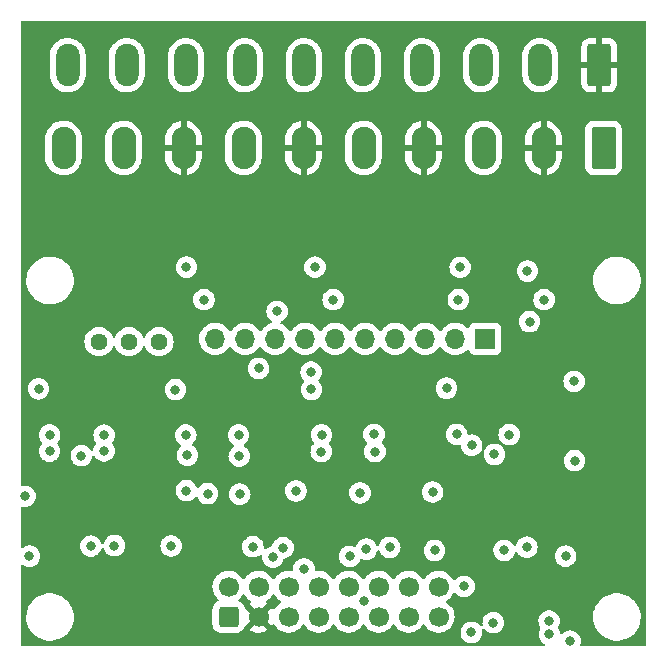
<source format=gbr>
%TF.GenerationSoftware,KiCad,Pcbnew,6.0.11+dfsg-1~bpo11+1*%
%TF.CreationDate,2023-07-05T16:39:37+02:00*%
%TF.ProjectId,ain4rib21,61696e34-7269-4623-9231-2e6b69636164,1.1*%
%TF.SameCoordinates,Original*%
%TF.FileFunction,Copper,L2,Inr*%
%TF.FilePolarity,Positive*%
%FSLAX46Y46*%
G04 Gerber Fmt 4.6, Leading zero omitted, Abs format (unit mm)*
G04 Created by KiCad (PCBNEW 6.0.11+dfsg-1~bpo11+1) date 2023-07-05 16:39:37*
%MOMM*%
%LPD*%
G01*
G04 APERTURE LIST*
G04 Aperture macros list*
%AMRoundRect*
0 Rectangle with rounded corners*
0 $1 Rounding radius*
0 $2 $3 $4 $5 $6 $7 $8 $9 X,Y pos of 4 corners*
0 Add a 4 corners polygon primitive as box body*
4,1,4,$2,$3,$4,$5,$6,$7,$8,$9,$2,$3,0*
0 Add four circle primitives for the rounded corners*
1,1,$1+$1,$2,$3*
1,1,$1+$1,$4,$5*
1,1,$1+$1,$6,$7*
1,1,$1+$1,$8,$9*
0 Add four rect primitives between the rounded corners*
20,1,$1+$1,$2,$3,$4,$5,0*
20,1,$1+$1,$4,$5,$6,$7,0*
20,1,$1+$1,$6,$7,$8,$9,0*
20,1,$1+$1,$8,$9,$2,$3,0*%
G04 Aperture macros list end*
%TA.AperFunction,ComponentPad*%
%ADD10R,1.700000X1.700000*%
%TD*%
%TA.AperFunction,ComponentPad*%
%ADD11O,1.700000X1.700000*%
%TD*%
%TA.AperFunction,ComponentPad*%
%ADD12RoundRect,0.250000X0.600000X-0.600000X0.600000X0.600000X-0.600000X0.600000X-0.600000X-0.600000X0*%
%TD*%
%TA.AperFunction,ComponentPad*%
%ADD13C,1.700000*%
%TD*%
%TA.AperFunction,ComponentPad*%
%ADD14C,1.440000*%
%TD*%
%TA.AperFunction,ComponentPad*%
%ADD15RoundRect,0.250000X0.750000X1.550000X-0.750000X1.550000X-0.750000X-1.550000X0.750000X-1.550000X0*%
%TD*%
%TA.AperFunction,ComponentPad*%
%ADD16O,2.000000X3.600000*%
%TD*%
%TA.AperFunction,ComponentPad*%
%ADD17RoundRect,0.249999X0.790001X1.550001X-0.790001X1.550001X-0.790001X-1.550001X0.790001X-1.550001X0*%
%TD*%
%TA.AperFunction,ComponentPad*%
%ADD18O,2.080000X3.600000*%
%TD*%
%TA.AperFunction,ViaPad*%
%ADD19C,0.800000*%
%TD*%
G04 APERTURE END LIST*
D10*
%TO.N,/A4O*%
%TO.C,J1*%
X167840000Y-93450000D03*
D11*
%TO.N,/A3O*%
X165300000Y-93450000D03*
%TO.N,/A2O*%
X162760000Y-93450000D03*
%TO.N,/A1O*%
X160220000Y-93450000D03*
%TO.N,unconnected-(J1-Pad5)*%
X157680000Y-93450000D03*
%TO.N,GNDD*%
X155140000Y-93450000D03*
%TO.N,/SDA*%
X152600000Y-93450000D03*
%TO.N,/SCL*%
X150060000Y-93450000D03*
%TO.N,GNDD*%
X147520000Y-93450000D03*
%TO.N,+5V*%
X144980000Y-93450000D03*
%TD*%
D12*
%TO.N,+VSW*%
%TO.C,J2*%
X146110000Y-116972500D03*
D13*
X146110000Y-114432500D03*
%TO.N,Earth*%
X148650000Y-116972500D03*
%TO.N,GNDD*%
X148650000Y-114432500D03*
%TO.N,+12V*%
X151190000Y-116972500D03*
%TO.N,-12V*%
X151190000Y-114432500D03*
%TO.N,+5V*%
X153730000Y-116972500D03*
%TO.N,unconnected-(J2-Pad8)*%
X153730000Y-114432500D03*
%TO.N,unconnected-(J2-Pad9)*%
X156270000Y-116972500D03*
%TO.N,unconnected-(J2-Pad10)*%
X156270000Y-114432500D03*
%TO.N,unconnected-(J2-Pad11)*%
X158810000Y-116972500D03*
%TO.N,unconnected-(J2-Pad12)*%
X158810000Y-114432500D03*
%TO.N,unconnected-(J2-Pad13)*%
X161350000Y-116972500D03*
%TO.N,/SDA*%
X161350000Y-114432500D03*
%TO.N,/SCL*%
X163890000Y-116972500D03*
%TO.N,GNDD*%
X163890000Y-114432500D03*
%TD*%
D14*
%TO.N,/VREF*%
%TO.C,RV4*%
X135150000Y-93700000D03*
X137690000Y-93700000D03*
%TO.N,Net-(R12-Pad2)*%
X140230000Y-93700000D03*
%TD*%
D15*
%TO.N,Earth*%
%TO.C,J3*%
X177500000Y-70277500D03*
D16*
%TO.N,GNDD*%
X172500000Y-70277500D03*
%TO.N,/A4*%
X167500000Y-70277500D03*
%TO.N,GNDD*%
X162500000Y-70277500D03*
%TO.N,/A3*%
X157500000Y-70277500D03*
%TO.N,GNDD*%
X152500000Y-70277500D03*
%TO.N,/A2*%
X147500000Y-70277500D03*
%TO.N,GNDD*%
X142500000Y-70277500D03*
%TO.N,/A1*%
X137500000Y-70277500D03*
%TO.N,+VSW*%
X132500000Y-70277500D03*
%TD*%
D17*
%TO.N,+VSW*%
%TO.C,J4*%
X177860000Y-77277500D03*
D18*
%TO.N,Earth*%
X172780000Y-77277500D03*
%TO.N,+VSW*%
X167700000Y-77277500D03*
%TO.N,Earth*%
X162620000Y-77277500D03*
%TO.N,+VSW*%
X157540000Y-77277500D03*
%TO.N,Earth*%
X152460000Y-77277500D03*
%TO.N,+VSW*%
X147380000Y-77277500D03*
%TO.N,Earth*%
X142300000Y-77277500D03*
%TO.N,+VSW*%
X137220000Y-77277500D03*
%TO.N,GNDD*%
X132140000Y-77277500D03*
%TD*%
D19*
%TO.N,+12V*%
X142550000Y-87380000D03*
X171420000Y-87710000D03*
X135580000Y-101610000D03*
X165430000Y-101540000D03*
X165730000Y-87390000D03*
X146960000Y-101590000D03*
X158430000Y-101540000D03*
X153430000Y-87380000D03*
X153985500Y-101580000D03*
X142495500Y-101598469D03*
X130970000Y-101590000D03*
X169870000Y-101560000D03*
%TO.N,GNDD*%
X141250000Y-110975500D03*
X164570000Y-97630000D03*
X128880000Y-106780000D03*
X130030000Y-97680000D03*
X153130000Y-97740000D03*
X149870000Y-111930000D03*
X169440000Y-111360000D03*
X163560000Y-111370000D03*
X166050000Y-114410000D03*
X151820000Y-106320000D03*
X157780000Y-111260000D03*
X175375000Y-97050000D03*
X141620000Y-97760000D03*
X163400000Y-106420000D03*
X134450000Y-111000000D03*
%TO.N,-12V*%
X158510000Y-103000000D03*
X130957701Y-102957701D03*
X172830000Y-90130000D03*
X135570000Y-102950000D03*
X147020000Y-103374500D03*
X142620000Y-103300000D03*
X166700000Y-102460000D03*
X154970000Y-90130000D03*
X153959575Y-103004075D03*
X165570000Y-90130000D03*
X144030000Y-90130000D03*
%TO.N,+5V*%
X174660000Y-111840000D03*
X175410000Y-103760000D03*
X175020000Y-119050000D03*
%TO.N,/A4O*%
X171370000Y-111090000D03*
X173250000Y-117340000D03*
%TO.N,/A3O*%
X159760000Y-111110000D03*
X173280000Y-118470000D03*
%TO.N,/A2O*%
X148650000Y-95950000D03*
X166670000Y-118305500D03*
X148170000Y-111050000D03*
%TO.N,/A1O*%
X150225000Y-91125000D03*
X136450000Y-110950000D03*
X168520000Y-117490000D03*
%TO.N,/SDA*%
X156375000Y-111875000D03*
%TO.N,/SCL*%
X157620000Y-115690000D03*
X150725000Y-111125000D03*
X152500000Y-112925000D03*
%TO.N,/VREF*%
X133650000Y-103350000D03*
X157240000Y-106490000D03*
X168620000Y-103240000D03*
X142540000Y-106300000D03*
%TO.N,Net-(R10-Pad2)*%
X153100000Y-96250000D03*
X171600000Y-92000000D03*
%TO.N,Net-(R12-Pad2)*%
X129250000Y-111850000D03*
%TO.N,Net-(R19-Pad2)*%
X147060000Y-106600000D03*
X144340000Y-106560000D03*
%TD*%
%TA.AperFunction,Conductor*%
%TO.N,Earth*%
G36*
X181433621Y-66528502D02*
G01*
X181480114Y-66582158D01*
X181491500Y-66634500D01*
X181491500Y-119365500D01*
X181471498Y-119433621D01*
X181417842Y-119480114D01*
X181365500Y-119491500D01*
X176005225Y-119491500D01*
X175937104Y-119471498D01*
X175890611Y-119417842D01*
X175880507Y-119347568D01*
X175885392Y-119326564D01*
X175906211Y-119262490D01*
X175913542Y-119239928D01*
X175933504Y-119050000D01*
X175929495Y-119011852D01*
X175914232Y-118866635D01*
X175914232Y-118866633D01*
X175913542Y-118860072D01*
X175854527Y-118678444D01*
X175847462Y-118666206D01*
X175762341Y-118518774D01*
X175759040Y-118513056D01*
X175748821Y-118501706D01*
X175635675Y-118376045D01*
X175635672Y-118376042D01*
X175631253Y-118371134D01*
X175507357Y-118281118D01*
X175482094Y-118262763D01*
X175482093Y-118262762D01*
X175476752Y-118258882D01*
X175470724Y-118256198D01*
X175470722Y-118256197D01*
X175308319Y-118183891D01*
X175308318Y-118183891D01*
X175302288Y-118181206D01*
X175208887Y-118161353D01*
X175121944Y-118142872D01*
X175121939Y-118142872D01*
X175115487Y-118141500D01*
X174924513Y-118141500D01*
X174918061Y-118142872D01*
X174918056Y-118142872D01*
X174831113Y-118161353D01*
X174737712Y-118181206D01*
X174731682Y-118183891D01*
X174731681Y-118183891D01*
X174569278Y-118256197D01*
X174569276Y-118256198D01*
X174563248Y-118258882D01*
X174557907Y-118262762D01*
X174557906Y-118262763D01*
X174532643Y-118281118D01*
X174408747Y-118371134D01*
X174396063Y-118385221D01*
X174335621Y-118422461D01*
X174264638Y-118421112D01*
X174205652Y-118381600D01*
X174177117Y-118314084D01*
X174174232Y-118286634D01*
X174174231Y-118286631D01*
X174173542Y-118280072D01*
X174114527Y-118098444D01*
X174107243Y-118085827D01*
X174024215Y-117942019D01*
X174007477Y-117873024D01*
X174024215Y-117816019D01*
X174044151Y-117781490D01*
X174084527Y-117711556D01*
X174143542Y-117529928D01*
X174163504Y-117340000D01*
X174155156Y-117260569D01*
X174144232Y-117156635D01*
X174144232Y-117156633D01*
X174143542Y-117150072D01*
X174087930Y-116978918D01*
X176986917Y-116978918D01*
X176987334Y-116986156D01*
X177002682Y-117252320D01*
X177055405Y-117521053D01*
X177056792Y-117525103D01*
X177056793Y-117525108D01*
X177141730Y-117773188D01*
X177144112Y-117780144D01*
X177173238Y-117838054D01*
X177259732Y-118010029D01*
X177267160Y-118024799D01*
X177269586Y-118028328D01*
X177269589Y-118028334D01*
X177416215Y-118241674D01*
X177422274Y-118250490D01*
X177425161Y-118253663D01*
X177425162Y-118253664D01*
X177556952Y-118398500D01*
X177606582Y-118453043D01*
X177816675Y-118628707D01*
X177820316Y-118630991D01*
X178045024Y-118771951D01*
X178045028Y-118771953D01*
X178048664Y-118774234D01*
X178116544Y-118804883D01*
X178294345Y-118885164D01*
X178294349Y-118885166D01*
X178298257Y-118886930D01*
X178302377Y-118888150D01*
X178302376Y-118888150D01*
X178556723Y-118963491D01*
X178556727Y-118963492D01*
X178560836Y-118964709D01*
X178565070Y-118965357D01*
X178565075Y-118965358D01*
X178827298Y-119005483D01*
X178827300Y-119005483D01*
X178831540Y-119006132D01*
X178970912Y-119008322D01*
X179101071Y-119010367D01*
X179101077Y-119010367D01*
X179105362Y-119010434D01*
X179377235Y-118977534D01*
X179642127Y-118908041D01*
X179646087Y-118906401D01*
X179646092Y-118906399D01*
X179800492Y-118842444D01*
X179895136Y-118803241D01*
X180131582Y-118665073D01*
X180347089Y-118496094D01*
X180354095Y-118488865D01*
X180512858Y-118325034D01*
X180537669Y-118299431D01*
X180540202Y-118295983D01*
X180540206Y-118295978D01*
X180697257Y-118082178D01*
X180699795Y-118078723D01*
X180727909Y-118026944D01*
X180828418Y-117841830D01*
X180828419Y-117841828D01*
X180830468Y-117838054D01*
X180890383Y-117679494D01*
X180925751Y-117585895D01*
X180925752Y-117585891D01*
X180927269Y-117581877D01*
X180955141Y-117460180D01*
X180987449Y-117319117D01*
X180987450Y-117319113D01*
X180988407Y-117314933D01*
X180989734Y-117300072D01*
X181012531Y-117044627D01*
X181012531Y-117044625D01*
X181012751Y-117042161D01*
X181013193Y-117000000D01*
X181012048Y-116983200D01*
X180994859Y-116731055D01*
X180994858Y-116731049D01*
X180994567Y-116726778D01*
X180939032Y-116458612D01*
X180847617Y-116200465D01*
X180722013Y-115957112D01*
X180712040Y-115942921D01*
X180597162Y-115779467D01*
X180564545Y-115733057D01*
X180444057Y-115603396D01*
X180381046Y-115535588D01*
X180381043Y-115535585D01*
X180378125Y-115532445D01*
X180374810Y-115529731D01*
X180374806Y-115529728D01*
X180224175Y-115406438D01*
X180166205Y-115358990D01*
X179932704Y-115215901D01*
X179928768Y-115214173D01*
X179685873Y-115107549D01*
X179685869Y-115107548D01*
X179681945Y-115105825D01*
X179418566Y-115030800D01*
X179414324Y-115030196D01*
X179414318Y-115030195D01*
X179194463Y-114998905D01*
X179147443Y-114992213D01*
X179003589Y-114991460D01*
X178877877Y-114990802D01*
X178877871Y-114990802D01*
X178873591Y-114990780D01*
X178869347Y-114991339D01*
X178869343Y-114991339D01*
X178750302Y-115007011D01*
X178602078Y-115026525D01*
X178597938Y-115027658D01*
X178597936Y-115027658D01*
X178544308Y-115042329D01*
X178337928Y-115098788D01*
X178333980Y-115100472D01*
X178089982Y-115204546D01*
X178089978Y-115204548D01*
X178086030Y-115206232D01*
X178066125Y-115218145D01*
X177854725Y-115344664D01*
X177854721Y-115344667D01*
X177851043Y-115346868D01*
X177637318Y-115518094D01*
X177544596Y-115615803D01*
X177479663Y-115684228D01*
X177448808Y-115716742D01*
X177289002Y-115939136D01*
X177160857Y-116181161D01*
X177159385Y-116185184D01*
X177159383Y-116185188D01*
X177105258Y-116333090D01*
X177066743Y-116438337D01*
X177008404Y-116705907D01*
X176986917Y-116978918D01*
X174087930Y-116978918D01*
X174084527Y-116968444D01*
X173989040Y-116803056D01*
X173905412Y-116710177D01*
X173865675Y-116666045D01*
X173865674Y-116666044D01*
X173861253Y-116661134D01*
X173706752Y-116548882D01*
X173700724Y-116546198D01*
X173700722Y-116546197D01*
X173538319Y-116473891D01*
X173538318Y-116473891D01*
X173532288Y-116471206D01*
X173438695Y-116451312D01*
X173351944Y-116432872D01*
X173351939Y-116432872D01*
X173345487Y-116431500D01*
X173154513Y-116431500D01*
X173148061Y-116432872D01*
X173148056Y-116432872D01*
X173061305Y-116451312D01*
X172967712Y-116471206D01*
X172961682Y-116473891D01*
X172961681Y-116473891D01*
X172799278Y-116546197D01*
X172799276Y-116546198D01*
X172793248Y-116548882D01*
X172638747Y-116661134D01*
X172634326Y-116666044D01*
X172634325Y-116666045D01*
X172594589Y-116710177D01*
X172510960Y-116803056D01*
X172415473Y-116968444D01*
X172356458Y-117150072D01*
X172355768Y-117156633D01*
X172355768Y-117156635D01*
X172344844Y-117260569D01*
X172336496Y-117340000D01*
X172356458Y-117529928D01*
X172415473Y-117711556D01*
X172418776Y-117717278D01*
X172418777Y-117717279D01*
X172505785Y-117867981D01*
X172522523Y-117936976D01*
X172505785Y-117993981D01*
X172453251Y-118084973D01*
X172445473Y-118098444D01*
X172386458Y-118280072D01*
X172385768Y-118286633D01*
X172385768Y-118286635D01*
X172381784Y-118324538D01*
X172366496Y-118470000D01*
X172367186Y-118476565D01*
X172383417Y-118630991D01*
X172386458Y-118659928D01*
X172445473Y-118841556D01*
X172448776Y-118847278D01*
X172448777Y-118847279D01*
X172456163Y-118860072D01*
X172540960Y-119006944D01*
X172545378Y-119011851D01*
X172545379Y-119011852D01*
X172579728Y-119050000D01*
X172668747Y-119148866D01*
X172823248Y-119261118D01*
X172822251Y-119262490D01*
X172865420Y-119307770D01*
X172878852Y-119377485D01*
X172852461Y-119443394D01*
X172794626Y-119484573D01*
X172753423Y-119491500D01*
X128634500Y-119491500D01*
X128566379Y-119471498D01*
X128519886Y-119417842D01*
X128508500Y-119365500D01*
X128508500Y-116978918D01*
X128986917Y-116978918D01*
X128987334Y-116986156D01*
X129002682Y-117252320D01*
X129055405Y-117521053D01*
X129056792Y-117525103D01*
X129056793Y-117525108D01*
X129141730Y-117773188D01*
X129144112Y-117780144D01*
X129173238Y-117838054D01*
X129259732Y-118010029D01*
X129267160Y-118024799D01*
X129269586Y-118028328D01*
X129269589Y-118028334D01*
X129416215Y-118241674D01*
X129422274Y-118250490D01*
X129425161Y-118253663D01*
X129425162Y-118253664D01*
X129556952Y-118398500D01*
X129606582Y-118453043D01*
X129816675Y-118628707D01*
X129820316Y-118630991D01*
X130045024Y-118771951D01*
X130045028Y-118771953D01*
X130048664Y-118774234D01*
X130116544Y-118804883D01*
X130294345Y-118885164D01*
X130294349Y-118885166D01*
X130298257Y-118886930D01*
X130302377Y-118888150D01*
X130302376Y-118888150D01*
X130556723Y-118963491D01*
X130556727Y-118963492D01*
X130560836Y-118964709D01*
X130565070Y-118965357D01*
X130565075Y-118965358D01*
X130827298Y-119005483D01*
X130827300Y-119005483D01*
X130831540Y-119006132D01*
X130970912Y-119008322D01*
X131101071Y-119010367D01*
X131101077Y-119010367D01*
X131105362Y-119010434D01*
X131377235Y-118977534D01*
X131642127Y-118908041D01*
X131646087Y-118906401D01*
X131646092Y-118906399D01*
X131800492Y-118842444D01*
X131895136Y-118803241D01*
X132131582Y-118665073D01*
X132347089Y-118496094D01*
X132354095Y-118488865D01*
X132512858Y-118325034D01*
X132537669Y-118299431D01*
X132540202Y-118295983D01*
X132540206Y-118295978D01*
X132697257Y-118082178D01*
X132699795Y-118078723D01*
X132727909Y-118026944D01*
X132828418Y-117841830D01*
X132828419Y-117841828D01*
X132830468Y-117838054D01*
X132890383Y-117679494D01*
X132925751Y-117585895D01*
X132925752Y-117585891D01*
X132927269Y-117581877D01*
X132955141Y-117460180D01*
X132987449Y-117319117D01*
X132987450Y-117319113D01*
X132988407Y-117314933D01*
X132989734Y-117300072D01*
X133012531Y-117044627D01*
X133012531Y-117044625D01*
X133012751Y-117042161D01*
X133013193Y-117000000D01*
X133012048Y-116983200D01*
X132994859Y-116731055D01*
X132994858Y-116731049D01*
X132994567Y-116726778D01*
X132939032Y-116458612D01*
X132847617Y-116200465D01*
X132722013Y-115957112D01*
X132712040Y-115942921D01*
X132597162Y-115779467D01*
X132564545Y-115733057D01*
X132444057Y-115603396D01*
X132381046Y-115535588D01*
X132381043Y-115535585D01*
X132378125Y-115532445D01*
X132374810Y-115529731D01*
X132374806Y-115529728D01*
X132224175Y-115406438D01*
X132166205Y-115358990D01*
X131932704Y-115215901D01*
X131928768Y-115214173D01*
X131685873Y-115107549D01*
X131685869Y-115107548D01*
X131681945Y-115105825D01*
X131418566Y-115030800D01*
X131414324Y-115030196D01*
X131414318Y-115030195D01*
X131194463Y-114998905D01*
X131147443Y-114992213D01*
X131003589Y-114991460D01*
X130877877Y-114990802D01*
X130877871Y-114990802D01*
X130873591Y-114990780D01*
X130869347Y-114991339D01*
X130869343Y-114991339D01*
X130750302Y-115007011D01*
X130602078Y-115026525D01*
X130597938Y-115027658D01*
X130597936Y-115027658D01*
X130544308Y-115042329D01*
X130337928Y-115098788D01*
X130333980Y-115100472D01*
X130089982Y-115204546D01*
X130089978Y-115204548D01*
X130086030Y-115206232D01*
X130066125Y-115218145D01*
X129854725Y-115344664D01*
X129854721Y-115344667D01*
X129851043Y-115346868D01*
X129637318Y-115518094D01*
X129544596Y-115615803D01*
X129479663Y-115684228D01*
X129448808Y-115716742D01*
X129289002Y-115939136D01*
X129160857Y-116181161D01*
X129159385Y-116185184D01*
X129159383Y-116185188D01*
X129105258Y-116333090D01*
X129066743Y-116438337D01*
X129008404Y-116705907D01*
X128986917Y-116978918D01*
X128508500Y-116978918D01*
X128508500Y-114399195D01*
X144747251Y-114399195D01*
X144747548Y-114404348D01*
X144747548Y-114404351D01*
X144758447Y-114593365D01*
X144760110Y-114622215D01*
X144761247Y-114627261D01*
X144761248Y-114627267D01*
X144785304Y-114734008D01*
X144809222Y-114840139D01*
X144870399Y-114990802D01*
X144884678Y-115025965D01*
X144893266Y-115047116D01*
X144944022Y-115129943D01*
X145007291Y-115233188D01*
X145009987Y-115237588D01*
X145156250Y-115406438D01*
X145226344Y-115464631D01*
X145265979Y-115523533D01*
X145267477Y-115594514D01*
X145230363Y-115655037D01*
X145199312Y-115675675D01*
X145192996Y-115678634D01*
X145186054Y-115680950D01*
X145035652Y-115774022D01*
X144910695Y-115899197D01*
X144906855Y-115905427D01*
X144906854Y-115905428D01*
X144843305Y-116008524D01*
X144817885Y-116049762D01*
X144797606Y-116110901D01*
X144775348Y-116178009D01*
X144762203Y-116217639D01*
X144751500Y-116322100D01*
X144751500Y-117622900D01*
X144751837Y-117626146D01*
X144751837Y-117626150D01*
X144761293Y-117717279D01*
X144762474Y-117728666D01*
X144764655Y-117735202D01*
X144764655Y-117735204D01*
X144806810Y-117861556D01*
X144818450Y-117896446D01*
X144911522Y-118046848D01*
X145036697Y-118171805D01*
X145042927Y-118175645D01*
X145042928Y-118175646D01*
X145180090Y-118260194D01*
X145187262Y-118264615D01*
X145253648Y-118286634D01*
X145348611Y-118318132D01*
X145348613Y-118318132D01*
X145355139Y-118320297D01*
X145361975Y-118320997D01*
X145361978Y-118320998D01*
X145396531Y-118324538D01*
X145459600Y-118331000D01*
X146760400Y-118331000D01*
X146763646Y-118330663D01*
X146763650Y-118330663D01*
X146859308Y-118320738D01*
X146859312Y-118320737D01*
X146866166Y-118320026D01*
X146872702Y-118317845D01*
X146872704Y-118317845D01*
X147004806Y-118273772D01*
X147033946Y-118264050D01*
X147184348Y-118170978D01*
X147257845Y-118097353D01*
X147889977Y-118097353D01*
X147895258Y-118104407D01*
X148056756Y-118198779D01*
X148066042Y-118203229D01*
X148265001Y-118279203D01*
X148274899Y-118282079D01*
X148483595Y-118324538D01*
X148493823Y-118325757D01*
X148706650Y-118333562D01*
X148716936Y-118333095D01*
X148928185Y-118306034D01*
X148938262Y-118303892D01*
X149142255Y-118242691D01*
X149151842Y-118238933D01*
X149343098Y-118145238D01*
X149351944Y-118139965D01*
X149399247Y-118106223D01*
X149407648Y-118095523D01*
X149400660Y-118082370D01*
X148662812Y-117344522D01*
X148648868Y-117336908D01*
X148647035Y-117337039D01*
X148640420Y-117341290D01*
X147896737Y-118084973D01*
X147889977Y-118097353D01*
X147257845Y-118097353D01*
X147309305Y-118045803D01*
X147329110Y-118013673D01*
X147398275Y-117901468D01*
X147398276Y-117901466D01*
X147402115Y-117895238D01*
X147426913Y-117820475D01*
X147467342Y-117762116D01*
X147496630Y-117744434D01*
X147535694Y-117727596D01*
X148277978Y-116985312D01*
X148285592Y-116971368D01*
X148285461Y-116969535D01*
X148281210Y-116962920D01*
X147539849Y-116221559D01*
X147499510Y-116199531D01*
X147486523Y-116196706D01*
X147436322Y-116146503D01*
X147427388Y-116125997D01*
X147403870Y-116055507D01*
X147403869Y-116055505D01*
X147401550Y-116048554D01*
X147308478Y-115898152D01*
X147183303Y-115773195D01*
X147171417Y-115765868D01*
X147097365Y-115720222D01*
X147032738Y-115680385D01*
X147025785Y-115678079D01*
X147024904Y-115677668D01*
X146971618Y-115630752D01*
X146952156Y-115562475D01*
X146972696Y-115494515D01*
X146990529Y-115474344D01*
X146989860Y-115473673D01*
X147107191Y-115356751D01*
X147148096Y-115315989D01*
X147207594Y-115233189D01*
X147278453Y-115134577D01*
X147279776Y-115135528D01*
X147326645Y-115092357D01*
X147396580Y-115080125D01*
X147462026Y-115107644D01*
X147489875Y-115139494D01*
X147549987Y-115237588D01*
X147696250Y-115406438D01*
X147868126Y-115549132D01*
X147890960Y-115562475D01*
X147941955Y-115592274D01*
X147990679Y-115643912D01*
X148003750Y-115713695D01*
X147977019Y-115779467D01*
X147936562Y-115812827D01*
X147928460Y-115817044D01*
X147919734Y-115822539D01*
X147899677Y-115837599D01*
X147891223Y-115848927D01*
X147897968Y-115861258D01*
X148637188Y-116600478D01*
X148651132Y-116608092D01*
X148652965Y-116607961D01*
X148659580Y-116603710D01*
X149403389Y-115859901D01*
X149410410Y-115847044D01*
X149403611Y-115837713D01*
X149399559Y-115835021D01*
X149362602Y-115814620D01*
X149312631Y-115764187D01*
X149297859Y-115694745D01*
X149322975Y-115628339D01*
X149350327Y-115601732D01*
X149405363Y-115562475D01*
X149529860Y-115473673D01*
X149688096Y-115315989D01*
X149747594Y-115233189D01*
X149818453Y-115134577D01*
X149819776Y-115135528D01*
X149866645Y-115092357D01*
X149936580Y-115080125D01*
X150002026Y-115107644D01*
X150029875Y-115139494D01*
X150089987Y-115237588D01*
X150236250Y-115406438D01*
X150408126Y-115549132D01*
X150430960Y-115562475D01*
X150481445Y-115591976D01*
X150530169Y-115643614D01*
X150543240Y-115713397D01*
X150516509Y-115779169D01*
X150476055Y-115812527D01*
X150463607Y-115819007D01*
X150459474Y-115822110D01*
X150459471Y-115822112D01*
X150289100Y-115950030D01*
X150284965Y-115953135D01*
X150266605Y-115972348D01*
X150198580Y-116043532D01*
X150130629Y-116114638D01*
X150023204Y-116272118D01*
X150022898Y-116272566D01*
X149967987Y-116317569D01*
X149897462Y-116325740D01*
X149833715Y-116294486D01*
X149813017Y-116270001D01*
X149783062Y-116223697D01*
X149772377Y-116214495D01*
X149762812Y-116218898D01*
X149022022Y-116959688D01*
X149014408Y-116973632D01*
X149014539Y-116975465D01*
X149018790Y-116982080D01*
X149760474Y-117723764D01*
X149772484Y-117730323D01*
X149784223Y-117721355D01*
X149818022Y-117674319D01*
X149819277Y-117675221D01*
X149866391Y-117631855D01*
X149936330Y-117619648D01*
X150001767Y-117647191D01*
X150029580Y-117679013D01*
X150087287Y-117773183D01*
X150087291Y-117773188D01*
X150089987Y-117777588D01*
X150236250Y-117946438D01*
X150408126Y-118089132D01*
X150601000Y-118201838D01*
X150809692Y-118281530D01*
X150814760Y-118282561D01*
X150814763Y-118282562D01*
X150912806Y-118302509D01*
X151028597Y-118326067D01*
X151033772Y-118326257D01*
X151033774Y-118326257D01*
X151246673Y-118334064D01*
X151246677Y-118334064D01*
X151251837Y-118334253D01*
X151256957Y-118333597D01*
X151256959Y-118333597D01*
X151468288Y-118306525D01*
X151468289Y-118306525D01*
X151473416Y-118305868D01*
X151478366Y-118304383D01*
X151682429Y-118243161D01*
X151682434Y-118243159D01*
X151687384Y-118241674D01*
X151887994Y-118143396D01*
X152069860Y-118013673D01*
X152077730Y-118005831D01*
X152155611Y-117928221D01*
X152228096Y-117855989D01*
X152241633Y-117837151D01*
X152358453Y-117674577D01*
X152359776Y-117675528D01*
X152406645Y-117632357D01*
X152476580Y-117620125D01*
X152542026Y-117647644D01*
X152569875Y-117679494D01*
X152629987Y-117777588D01*
X152776250Y-117946438D01*
X152948126Y-118089132D01*
X153141000Y-118201838D01*
X153349692Y-118281530D01*
X153354760Y-118282561D01*
X153354763Y-118282562D01*
X153452806Y-118302509D01*
X153568597Y-118326067D01*
X153573772Y-118326257D01*
X153573774Y-118326257D01*
X153786673Y-118334064D01*
X153786677Y-118334064D01*
X153791837Y-118334253D01*
X153796957Y-118333597D01*
X153796959Y-118333597D01*
X154008288Y-118306525D01*
X154008289Y-118306525D01*
X154013416Y-118305868D01*
X154018366Y-118304383D01*
X154222429Y-118243161D01*
X154222434Y-118243159D01*
X154227384Y-118241674D01*
X154427994Y-118143396D01*
X154609860Y-118013673D01*
X154617730Y-118005831D01*
X154695611Y-117928221D01*
X154768096Y-117855989D01*
X154781633Y-117837151D01*
X154898453Y-117674577D01*
X154899776Y-117675528D01*
X154946645Y-117632357D01*
X155016580Y-117620125D01*
X155082026Y-117647644D01*
X155109875Y-117679494D01*
X155169987Y-117777588D01*
X155316250Y-117946438D01*
X155488126Y-118089132D01*
X155681000Y-118201838D01*
X155889692Y-118281530D01*
X155894760Y-118282561D01*
X155894763Y-118282562D01*
X155992806Y-118302509D01*
X156108597Y-118326067D01*
X156113772Y-118326257D01*
X156113774Y-118326257D01*
X156326673Y-118334064D01*
X156326677Y-118334064D01*
X156331837Y-118334253D01*
X156336957Y-118333597D01*
X156336959Y-118333597D01*
X156548288Y-118306525D01*
X156548289Y-118306525D01*
X156553416Y-118305868D01*
X156558366Y-118304383D01*
X156762429Y-118243161D01*
X156762434Y-118243159D01*
X156767384Y-118241674D01*
X156967994Y-118143396D01*
X157149860Y-118013673D01*
X157157730Y-118005831D01*
X157235611Y-117928221D01*
X157308096Y-117855989D01*
X157321633Y-117837151D01*
X157438453Y-117674577D01*
X157439776Y-117675528D01*
X157486645Y-117632357D01*
X157556580Y-117620125D01*
X157622026Y-117647644D01*
X157649875Y-117679494D01*
X157709987Y-117777588D01*
X157856250Y-117946438D01*
X158028126Y-118089132D01*
X158221000Y-118201838D01*
X158429692Y-118281530D01*
X158434760Y-118282561D01*
X158434763Y-118282562D01*
X158532806Y-118302509D01*
X158648597Y-118326067D01*
X158653772Y-118326257D01*
X158653774Y-118326257D01*
X158866673Y-118334064D01*
X158866677Y-118334064D01*
X158871837Y-118334253D01*
X158876957Y-118333597D01*
X158876959Y-118333597D01*
X159088288Y-118306525D01*
X159088289Y-118306525D01*
X159093416Y-118305868D01*
X159098366Y-118304383D01*
X159302429Y-118243161D01*
X159302434Y-118243159D01*
X159307384Y-118241674D01*
X159507994Y-118143396D01*
X159689860Y-118013673D01*
X159697730Y-118005831D01*
X159775611Y-117928221D01*
X159848096Y-117855989D01*
X159861633Y-117837151D01*
X159978453Y-117674577D01*
X159979776Y-117675528D01*
X160026645Y-117632357D01*
X160096580Y-117620125D01*
X160162026Y-117647644D01*
X160189875Y-117679494D01*
X160249987Y-117777588D01*
X160396250Y-117946438D01*
X160568126Y-118089132D01*
X160761000Y-118201838D01*
X160969692Y-118281530D01*
X160974760Y-118282561D01*
X160974763Y-118282562D01*
X161072806Y-118302509D01*
X161188597Y-118326067D01*
X161193772Y-118326257D01*
X161193774Y-118326257D01*
X161406673Y-118334064D01*
X161406677Y-118334064D01*
X161411837Y-118334253D01*
X161416957Y-118333597D01*
X161416959Y-118333597D01*
X161628288Y-118306525D01*
X161628289Y-118306525D01*
X161633416Y-118305868D01*
X161638366Y-118304383D01*
X161842429Y-118243161D01*
X161842434Y-118243159D01*
X161847384Y-118241674D01*
X162047994Y-118143396D01*
X162229860Y-118013673D01*
X162237730Y-118005831D01*
X162315611Y-117928221D01*
X162388096Y-117855989D01*
X162401633Y-117837151D01*
X162518453Y-117674577D01*
X162519776Y-117675528D01*
X162566645Y-117632357D01*
X162636580Y-117620125D01*
X162702026Y-117647644D01*
X162729875Y-117679494D01*
X162789987Y-117777588D01*
X162936250Y-117946438D01*
X163108126Y-118089132D01*
X163301000Y-118201838D01*
X163509692Y-118281530D01*
X163514760Y-118282561D01*
X163514763Y-118282562D01*
X163612806Y-118302509D01*
X163728597Y-118326067D01*
X163733772Y-118326257D01*
X163733774Y-118326257D01*
X163946673Y-118334064D01*
X163946677Y-118334064D01*
X163951837Y-118334253D01*
X163956957Y-118333597D01*
X163956959Y-118333597D01*
X164168288Y-118306525D01*
X164168289Y-118306525D01*
X164173416Y-118305868D01*
X164174643Y-118305500D01*
X165756496Y-118305500D01*
X165757186Y-118312065D01*
X165766271Y-118398500D01*
X165776458Y-118495428D01*
X165835473Y-118677056D01*
X165930960Y-118842444D01*
X165935378Y-118847351D01*
X165935379Y-118847352D01*
X165969425Y-118885164D01*
X166058747Y-118984366D01*
X166213248Y-119096618D01*
X166219276Y-119099302D01*
X166219278Y-119099303D01*
X166381681Y-119171609D01*
X166387712Y-119174294D01*
X166481112Y-119194147D01*
X166568056Y-119212628D01*
X166568061Y-119212628D01*
X166574513Y-119214000D01*
X166765487Y-119214000D01*
X166771939Y-119212628D01*
X166771944Y-119212628D01*
X166858888Y-119194147D01*
X166952288Y-119174294D01*
X166958319Y-119171609D01*
X167120722Y-119099303D01*
X167120724Y-119099302D01*
X167126752Y-119096618D01*
X167281253Y-118984366D01*
X167370575Y-118885164D01*
X167404621Y-118847352D01*
X167404622Y-118847351D01*
X167409040Y-118842444D01*
X167504527Y-118677056D01*
X167563542Y-118495428D01*
X167573730Y-118398500D01*
X167582814Y-118312065D01*
X167583504Y-118305500D01*
X167564797Y-118127515D01*
X167577569Y-118057677D01*
X167626071Y-118005831D01*
X167694904Y-117988436D01*
X167762214Y-118011017D01*
X167783743Y-118030035D01*
X167885342Y-118142872D01*
X167908747Y-118168866D01*
X167956666Y-118203681D01*
X168040534Y-118264615D01*
X168063248Y-118281118D01*
X168069276Y-118283802D01*
X168069278Y-118283803D01*
X168231681Y-118356109D01*
X168237712Y-118358794D01*
X168318857Y-118376042D01*
X168418056Y-118397128D01*
X168418061Y-118397128D01*
X168424513Y-118398500D01*
X168615487Y-118398500D01*
X168621939Y-118397128D01*
X168621944Y-118397128D01*
X168721143Y-118376042D01*
X168802288Y-118358794D01*
X168808319Y-118356109D01*
X168970722Y-118283803D01*
X168970724Y-118283802D01*
X168976752Y-118281118D01*
X168999467Y-118264615D01*
X169083334Y-118203681D01*
X169131253Y-118168866D01*
X169154658Y-118142872D01*
X169254621Y-118031852D01*
X169254622Y-118031851D01*
X169259040Y-118026944D01*
X169354527Y-117861556D01*
X169413542Y-117679928D01*
X169414798Y-117667984D01*
X169432814Y-117496565D01*
X169432814Y-117496564D01*
X169433504Y-117490000D01*
X169423874Y-117398372D01*
X169414232Y-117306635D01*
X169414232Y-117306633D01*
X169413542Y-117300072D01*
X169354527Y-117118444D01*
X169259040Y-116953056D01*
X169131253Y-116811134D01*
X168976752Y-116698882D01*
X168970724Y-116696198D01*
X168970722Y-116696197D01*
X168808319Y-116623891D01*
X168808318Y-116623891D01*
X168802288Y-116621206D01*
X168704771Y-116600478D01*
X168621944Y-116582872D01*
X168621939Y-116582872D01*
X168615487Y-116581500D01*
X168424513Y-116581500D01*
X168418061Y-116582872D01*
X168418056Y-116582872D01*
X168335229Y-116600478D01*
X168237712Y-116621206D01*
X168231682Y-116623891D01*
X168231681Y-116623891D01*
X168069278Y-116696197D01*
X168069276Y-116696198D01*
X168063248Y-116698882D01*
X167908747Y-116811134D01*
X167780960Y-116953056D01*
X167685473Y-117118444D01*
X167626458Y-117300072D01*
X167625768Y-117306633D01*
X167625768Y-117306635D01*
X167616126Y-117398372D01*
X167606496Y-117490000D01*
X167623018Y-117647191D01*
X167625203Y-117667984D01*
X167612431Y-117737823D01*
X167563929Y-117789669D01*
X167495096Y-117807064D01*
X167427786Y-117784483D01*
X167406257Y-117765465D01*
X167285675Y-117631545D01*
X167285674Y-117631544D01*
X167281253Y-117626634D01*
X167126752Y-117514382D01*
X167120724Y-117511698D01*
X167120722Y-117511697D01*
X166958319Y-117439391D01*
X166958318Y-117439391D01*
X166952288Y-117436706D01*
X166858887Y-117416853D01*
X166771944Y-117398372D01*
X166771939Y-117398372D01*
X166765487Y-117397000D01*
X166574513Y-117397000D01*
X166568061Y-117398372D01*
X166568056Y-117398372D01*
X166481113Y-117416853D01*
X166387712Y-117436706D01*
X166381682Y-117439391D01*
X166381681Y-117439391D01*
X166219278Y-117511697D01*
X166219276Y-117511698D01*
X166213248Y-117514382D01*
X166058747Y-117626634D01*
X166054326Y-117631544D01*
X166054325Y-117631545D01*
X165936759Y-117762116D01*
X165930960Y-117768556D01*
X165904625Y-117814169D01*
X165857123Y-117896446D01*
X165835473Y-117933944D01*
X165776458Y-118115572D01*
X165775768Y-118122133D01*
X165775768Y-118122135D01*
X165759260Y-118279203D01*
X165756496Y-118305500D01*
X164174643Y-118305500D01*
X164178366Y-118304383D01*
X164382429Y-118243161D01*
X164382434Y-118243159D01*
X164387384Y-118241674D01*
X164587994Y-118143396D01*
X164769860Y-118013673D01*
X164777730Y-118005831D01*
X164855611Y-117928221D01*
X164928096Y-117855989D01*
X164941633Y-117837151D01*
X165055435Y-117678777D01*
X165058453Y-117674577D01*
X165061712Y-117667984D01*
X165155136Y-117478953D01*
X165155137Y-117478951D01*
X165157430Y-117474311D01*
X165210368Y-117300072D01*
X165220865Y-117265523D01*
X165220865Y-117265521D01*
X165222370Y-117260569D01*
X165251529Y-117039090D01*
X165251808Y-117027684D01*
X165253074Y-116975865D01*
X165253074Y-116975861D01*
X165253156Y-116972500D01*
X165234852Y-116749861D01*
X165180431Y-116533202D01*
X165091354Y-116328340D01*
X164996140Y-116181161D01*
X164972822Y-116145117D01*
X164972820Y-116145114D01*
X164970014Y-116140777D01*
X164819670Y-115975551D01*
X164815619Y-115972352D01*
X164815615Y-115972348D01*
X164648414Y-115840300D01*
X164648410Y-115840298D01*
X164644359Y-115837098D01*
X164603053Y-115814296D01*
X164553084Y-115763864D01*
X164538312Y-115694421D01*
X164563428Y-115628016D01*
X164590780Y-115601409D01*
X164645363Y-115562475D01*
X164769860Y-115473673D01*
X164928096Y-115315989D01*
X164987594Y-115233189D01*
X165055435Y-115138777D01*
X165058453Y-115134577D01*
X165125507Y-114998903D01*
X165173619Y-114946697D01*
X165242320Y-114928790D01*
X165309797Y-114950868D01*
X165332098Y-114970420D01*
X165386464Y-115030800D01*
X165430877Y-115080125D01*
X165438747Y-115088866D01*
X165593248Y-115201118D01*
X165599276Y-115203802D01*
X165599278Y-115203803D01*
X165675161Y-115237588D01*
X165767712Y-115278794D01*
X165861113Y-115298647D01*
X165948056Y-115317128D01*
X165948061Y-115317128D01*
X165954513Y-115318500D01*
X166145487Y-115318500D01*
X166151939Y-115317128D01*
X166151944Y-115317128D01*
X166238887Y-115298647D01*
X166332288Y-115278794D01*
X166424839Y-115237588D01*
X166500722Y-115203803D01*
X166500724Y-115203802D01*
X166506752Y-115201118D01*
X166661253Y-115088866D01*
X166665675Y-115083955D01*
X166784621Y-114951852D01*
X166784622Y-114951851D01*
X166789040Y-114946944D01*
X166884527Y-114781556D01*
X166943542Y-114599928D01*
X166963504Y-114410000D01*
X166943542Y-114220072D01*
X166884527Y-114038444D01*
X166858407Y-113993202D01*
X166847314Y-113973990D01*
X166789040Y-113873056D01*
X166781217Y-113864367D01*
X166665675Y-113736045D01*
X166665674Y-113736044D01*
X166661253Y-113731134D01*
X166506752Y-113618882D01*
X166500724Y-113616198D01*
X166500722Y-113616197D01*
X166338319Y-113543891D01*
X166338318Y-113543891D01*
X166332288Y-113541206D01*
X166238888Y-113521353D01*
X166151944Y-113502872D01*
X166151939Y-113502872D01*
X166145487Y-113501500D01*
X165954513Y-113501500D01*
X165948061Y-113502872D01*
X165948056Y-113502872D01*
X165861112Y-113521353D01*
X165767712Y-113541206D01*
X165761682Y-113543891D01*
X165761681Y-113543891D01*
X165599278Y-113616197D01*
X165599276Y-113616198D01*
X165593248Y-113618882D01*
X165438747Y-113731134D01*
X165346577Y-113833500D01*
X165318784Y-113864367D01*
X165258338Y-113901607D01*
X165187355Y-113900255D01*
X165128370Y-113860742D01*
X165109599Y-113830300D01*
X165093419Y-113793090D01*
X165091354Y-113788340D01*
X165051834Y-113727251D01*
X164972822Y-113605117D01*
X164972820Y-113605114D01*
X164970014Y-113600777D01*
X164819670Y-113435551D01*
X164815619Y-113432352D01*
X164815615Y-113432348D01*
X164648414Y-113300300D01*
X164648410Y-113300298D01*
X164644359Y-113297098D01*
X164448789Y-113189138D01*
X164443920Y-113187414D01*
X164443916Y-113187412D01*
X164243087Y-113116295D01*
X164243083Y-113116294D01*
X164238212Y-113114569D01*
X164233119Y-113113662D01*
X164233116Y-113113661D01*
X164023373Y-113076300D01*
X164023367Y-113076299D01*
X164018284Y-113075394D01*
X163944452Y-113074492D01*
X163800081Y-113072728D01*
X163800079Y-113072728D01*
X163794911Y-113072665D01*
X163574091Y-113106455D01*
X163361756Y-113175857D01*
X163163607Y-113279007D01*
X163159474Y-113282110D01*
X163159471Y-113282112D01*
X163135247Y-113300300D01*
X162984965Y-113413135D01*
X162981393Y-113416873D01*
X162860012Y-113543891D01*
X162830629Y-113574638D01*
X162723201Y-113732121D01*
X162668293Y-113777121D01*
X162597768Y-113785292D01*
X162534021Y-113754038D01*
X162513324Y-113729554D01*
X162432822Y-113605117D01*
X162432820Y-113605114D01*
X162430014Y-113600777D01*
X162279670Y-113435551D01*
X162275619Y-113432352D01*
X162275615Y-113432348D01*
X162108414Y-113300300D01*
X162108410Y-113300298D01*
X162104359Y-113297098D01*
X161908789Y-113189138D01*
X161903920Y-113187414D01*
X161903916Y-113187412D01*
X161703087Y-113116295D01*
X161703083Y-113116294D01*
X161698212Y-113114569D01*
X161693119Y-113113662D01*
X161693116Y-113113661D01*
X161483373Y-113076300D01*
X161483367Y-113076299D01*
X161478284Y-113075394D01*
X161404452Y-113074492D01*
X161260081Y-113072728D01*
X161260079Y-113072728D01*
X161254911Y-113072665D01*
X161034091Y-113106455D01*
X160821756Y-113175857D01*
X160623607Y-113279007D01*
X160619474Y-113282110D01*
X160619471Y-113282112D01*
X160595247Y-113300300D01*
X160444965Y-113413135D01*
X160441393Y-113416873D01*
X160320012Y-113543891D01*
X160290629Y-113574638D01*
X160183201Y-113732121D01*
X160128293Y-113777121D01*
X160057768Y-113785292D01*
X159994021Y-113754038D01*
X159973324Y-113729554D01*
X159892822Y-113605117D01*
X159892820Y-113605114D01*
X159890014Y-113600777D01*
X159739670Y-113435551D01*
X159735619Y-113432352D01*
X159735615Y-113432348D01*
X159568414Y-113300300D01*
X159568410Y-113300298D01*
X159564359Y-113297098D01*
X159368789Y-113189138D01*
X159363920Y-113187414D01*
X159363916Y-113187412D01*
X159163087Y-113116295D01*
X159163083Y-113116294D01*
X159158212Y-113114569D01*
X159153119Y-113113662D01*
X159153116Y-113113661D01*
X158943373Y-113076300D01*
X158943367Y-113076299D01*
X158938284Y-113075394D01*
X158864452Y-113074492D01*
X158720081Y-113072728D01*
X158720079Y-113072728D01*
X158714911Y-113072665D01*
X158494091Y-113106455D01*
X158281756Y-113175857D01*
X158083607Y-113279007D01*
X158079474Y-113282110D01*
X158079471Y-113282112D01*
X158055247Y-113300300D01*
X157904965Y-113413135D01*
X157901393Y-113416873D01*
X157780012Y-113543891D01*
X157750629Y-113574638D01*
X157643201Y-113732121D01*
X157588293Y-113777121D01*
X157517768Y-113785292D01*
X157454021Y-113754038D01*
X157433324Y-113729554D01*
X157352822Y-113605117D01*
X157352820Y-113605114D01*
X157350014Y-113600777D01*
X157199670Y-113435551D01*
X157195619Y-113432352D01*
X157195615Y-113432348D01*
X157028414Y-113300300D01*
X157028410Y-113300298D01*
X157024359Y-113297098D01*
X156828789Y-113189138D01*
X156823920Y-113187414D01*
X156823916Y-113187412D01*
X156623087Y-113116295D01*
X156623083Y-113116294D01*
X156618212Y-113114569D01*
X156613119Y-113113662D01*
X156613116Y-113113661D01*
X156403373Y-113076300D01*
X156403367Y-113076299D01*
X156398284Y-113075394D01*
X156324452Y-113074492D01*
X156180081Y-113072728D01*
X156180079Y-113072728D01*
X156174911Y-113072665D01*
X155954091Y-113106455D01*
X155741756Y-113175857D01*
X155543607Y-113279007D01*
X155539474Y-113282110D01*
X155539471Y-113282112D01*
X155515247Y-113300300D01*
X155364965Y-113413135D01*
X155361393Y-113416873D01*
X155240012Y-113543891D01*
X155210629Y-113574638D01*
X155103201Y-113732121D01*
X155048293Y-113777121D01*
X154977768Y-113785292D01*
X154914021Y-113754038D01*
X154893324Y-113729554D01*
X154812822Y-113605117D01*
X154812820Y-113605114D01*
X154810014Y-113600777D01*
X154659670Y-113435551D01*
X154655619Y-113432352D01*
X154655615Y-113432348D01*
X154488414Y-113300300D01*
X154488410Y-113300298D01*
X154484359Y-113297098D01*
X154288789Y-113189138D01*
X154283920Y-113187414D01*
X154283916Y-113187412D01*
X154083087Y-113116295D01*
X154083083Y-113116294D01*
X154078212Y-113114569D01*
X154073119Y-113113662D01*
X154073116Y-113113661D01*
X153863373Y-113076300D01*
X153863367Y-113076299D01*
X153858284Y-113075394D01*
X153784452Y-113074492D01*
X153640081Y-113072728D01*
X153640079Y-113072728D01*
X153634911Y-113072665D01*
X153555550Y-113084809D01*
X153485190Y-113075342D01*
X153431116Y-113029336D01*
X153410498Y-112961399D01*
X153411183Y-112947091D01*
X153412814Y-112931569D01*
X153412814Y-112931565D01*
X153413504Y-112925000D01*
X153400384Y-112800166D01*
X153394232Y-112741635D01*
X153394232Y-112741633D01*
X153393542Y-112735072D01*
X153334527Y-112553444D01*
X153317502Y-112523955D01*
X153242341Y-112393774D01*
X153239040Y-112388056D01*
X153140396Y-112278500D01*
X153115675Y-112251045D01*
X153115674Y-112251044D01*
X153111253Y-112246134D01*
X152956752Y-112133882D01*
X152950724Y-112131198D01*
X152950722Y-112131197D01*
X152788319Y-112058891D01*
X152788318Y-112058891D01*
X152782288Y-112056206D01*
X152677606Y-112033955D01*
X152601944Y-112017872D01*
X152601939Y-112017872D01*
X152595487Y-112016500D01*
X152404513Y-112016500D01*
X152398061Y-112017872D01*
X152398056Y-112017872D01*
X152322394Y-112033955D01*
X152217712Y-112056206D01*
X152211682Y-112058891D01*
X152211681Y-112058891D01*
X152049278Y-112131197D01*
X152049276Y-112131198D01*
X152043248Y-112133882D01*
X151888747Y-112246134D01*
X151884326Y-112251044D01*
X151884325Y-112251045D01*
X151859605Y-112278500D01*
X151760960Y-112388056D01*
X151757659Y-112393774D01*
X151682499Y-112523955D01*
X151665473Y-112553444D01*
X151606458Y-112735072D01*
X151605768Y-112741633D01*
X151605768Y-112741635D01*
X151599616Y-112800166D01*
X151586496Y-112925000D01*
X151587186Y-112931565D01*
X151590212Y-112960358D01*
X151577439Y-113030197D01*
X151528937Y-113082043D01*
X151460104Y-113099437D01*
X151442811Y-113097576D01*
X151371140Y-113084809D01*
X151323372Y-113076300D01*
X151323368Y-113076300D01*
X151318284Y-113075394D01*
X151244452Y-113074492D01*
X151100081Y-113072728D01*
X151100079Y-113072728D01*
X151094911Y-113072665D01*
X150874091Y-113106455D01*
X150661756Y-113175857D01*
X150463607Y-113279007D01*
X150459474Y-113282110D01*
X150459471Y-113282112D01*
X150435247Y-113300300D01*
X150284965Y-113413135D01*
X150281393Y-113416873D01*
X150160012Y-113543891D01*
X150130629Y-113574638D01*
X150023201Y-113732121D01*
X149968293Y-113777121D01*
X149897768Y-113785292D01*
X149834021Y-113754038D01*
X149813324Y-113729554D01*
X149732822Y-113605117D01*
X149732820Y-113605114D01*
X149730014Y-113600777D01*
X149579670Y-113435551D01*
X149575619Y-113432352D01*
X149575615Y-113432348D01*
X149408414Y-113300300D01*
X149408410Y-113300298D01*
X149404359Y-113297098D01*
X149208789Y-113189138D01*
X149203920Y-113187414D01*
X149203916Y-113187412D01*
X149003087Y-113116295D01*
X149003083Y-113116294D01*
X148998212Y-113114569D01*
X148993119Y-113113662D01*
X148993116Y-113113661D01*
X148783373Y-113076300D01*
X148783367Y-113076299D01*
X148778284Y-113075394D01*
X148704452Y-113074492D01*
X148560081Y-113072728D01*
X148560079Y-113072728D01*
X148554911Y-113072665D01*
X148334091Y-113106455D01*
X148121756Y-113175857D01*
X147923607Y-113279007D01*
X147919474Y-113282110D01*
X147919471Y-113282112D01*
X147895247Y-113300300D01*
X147744965Y-113413135D01*
X147741393Y-113416873D01*
X147620012Y-113543891D01*
X147590629Y-113574638D01*
X147483201Y-113732121D01*
X147428293Y-113777121D01*
X147357768Y-113785292D01*
X147294021Y-113754038D01*
X147273324Y-113729554D01*
X147192822Y-113605117D01*
X147192820Y-113605114D01*
X147190014Y-113600777D01*
X147039670Y-113435551D01*
X147035619Y-113432352D01*
X147035615Y-113432348D01*
X146868414Y-113300300D01*
X146868410Y-113300298D01*
X146864359Y-113297098D01*
X146668789Y-113189138D01*
X146663920Y-113187414D01*
X146663916Y-113187412D01*
X146463087Y-113116295D01*
X146463083Y-113116294D01*
X146458212Y-113114569D01*
X146453119Y-113113662D01*
X146453116Y-113113661D01*
X146243373Y-113076300D01*
X146243367Y-113076299D01*
X146238284Y-113075394D01*
X146164452Y-113074492D01*
X146020081Y-113072728D01*
X146020079Y-113072728D01*
X146014911Y-113072665D01*
X145794091Y-113106455D01*
X145581756Y-113175857D01*
X145383607Y-113279007D01*
X145379474Y-113282110D01*
X145379471Y-113282112D01*
X145355247Y-113300300D01*
X145204965Y-113413135D01*
X145201393Y-113416873D01*
X145080012Y-113543891D01*
X145050629Y-113574638D01*
X144924743Y-113759180D01*
X144909003Y-113793090D01*
X144869230Y-113878774D01*
X144830688Y-113961805D01*
X144770989Y-114177070D01*
X144747251Y-114399195D01*
X128508500Y-114399195D01*
X128508500Y-112681525D01*
X128528502Y-112613404D01*
X128582158Y-112566911D01*
X128652432Y-112556807D01*
X128708561Y-112579589D01*
X128774143Y-112627237D01*
X128793248Y-112641118D01*
X128799276Y-112643802D01*
X128799278Y-112643803D01*
X128948333Y-112710166D01*
X128967712Y-112718794D01*
X129044294Y-112735072D01*
X129148056Y-112757128D01*
X129148061Y-112757128D01*
X129154513Y-112758500D01*
X129345487Y-112758500D01*
X129351939Y-112757128D01*
X129351944Y-112757128D01*
X129455706Y-112735072D01*
X129532288Y-112718794D01*
X129551667Y-112710166D01*
X129700722Y-112643803D01*
X129700724Y-112643802D01*
X129706752Y-112641118D01*
X129725858Y-112627237D01*
X129791439Y-112579589D01*
X129861253Y-112528866D01*
X129966530Y-112411944D01*
X129984621Y-112391852D01*
X129984622Y-112391851D01*
X129989040Y-112386944D01*
X130066789Y-112252279D01*
X130081223Y-112227279D01*
X130081224Y-112227278D01*
X130084527Y-112221556D01*
X130143542Y-112039928D01*
X130145939Y-112017128D01*
X130162814Y-111856565D01*
X130163504Y-111850000D01*
X130156907Y-111787237D01*
X130144232Y-111666635D01*
X130144232Y-111666633D01*
X130143542Y-111660072D01*
X130084527Y-111478444D01*
X130078754Y-111468444D01*
X130044532Y-111409170D01*
X129989040Y-111313056D01*
X129959212Y-111279928D01*
X129865675Y-111176045D01*
X129865674Y-111176044D01*
X129861253Y-111171134D01*
X129746503Y-111087763D01*
X129712094Y-111062763D01*
X129712093Y-111062762D01*
X129706752Y-111058882D01*
X129700724Y-111056198D01*
X129700722Y-111056197D01*
X129574501Y-111000000D01*
X133536496Y-111000000D01*
X133537186Y-111006565D01*
X133555411Y-111179962D01*
X133556458Y-111189928D01*
X133615473Y-111371556D01*
X133710960Y-111536944D01*
X133715378Y-111541851D01*
X133715379Y-111541852D01*
X133834325Y-111673955D01*
X133838747Y-111678866D01*
X133923899Y-111740733D01*
X133983271Y-111783869D01*
X133993248Y-111791118D01*
X133999276Y-111793802D01*
X133999278Y-111793803D01*
X134144591Y-111858500D01*
X134167712Y-111868794D01*
X134261112Y-111888647D01*
X134348056Y-111907128D01*
X134348061Y-111907128D01*
X134354513Y-111908500D01*
X134545487Y-111908500D01*
X134551939Y-111907128D01*
X134551944Y-111907128D01*
X134638887Y-111888647D01*
X134732288Y-111868794D01*
X134755409Y-111858500D01*
X134900722Y-111793803D01*
X134900724Y-111793802D01*
X134906752Y-111791118D01*
X134916730Y-111783869D01*
X134976101Y-111740733D01*
X135061253Y-111678866D01*
X135065675Y-111673955D01*
X135184621Y-111541852D01*
X135184622Y-111541851D01*
X135189040Y-111536944D01*
X135284527Y-111371556D01*
X135338290Y-111206092D01*
X135378364Y-111147486D01*
X135443760Y-111119849D01*
X135513717Y-111131956D01*
X135566023Y-111179962D01*
X135577955Y-111206090D01*
X135615473Y-111321556D01*
X135618776Y-111327278D01*
X135618777Y-111327279D01*
X135647645Y-111377279D01*
X135710960Y-111486944D01*
X135715378Y-111491851D01*
X135715379Y-111491852D01*
X135775339Y-111558444D01*
X135838747Y-111628866D01*
X135907467Y-111678794D01*
X135982013Y-111732955D01*
X135993248Y-111741118D01*
X135999276Y-111743802D01*
X135999278Y-111743803D01*
X136129659Y-111801852D01*
X136167712Y-111818794D01*
X136254479Y-111837237D01*
X136348056Y-111857128D01*
X136348061Y-111857128D01*
X136354513Y-111858500D01*
X136545487Y-111858500D01*
X136551939Y-111857128D01*
X136551944Y-111857128D01*
X136645521Y-111837237D01*
X136732288Y-111818794D01*
X136770341Y-111801852D01*
X136900722Y-111743803D01*
X136900724Y-111743802D01*
X136906752Y-111741118D01*
X136917988Y-111732955D01*
X136992533Y-111678794D01*
X137061253Y-111628866D01*
X137124661Y-111558444D01*
X137184621Y-111491852D01*
X137184622Y-111491851D01*
X137189040Y-111486944D01*
X137252355Y-111377279D01*
X137281223Y-111327279D01*
X137281224Y-111327278D01*
X137284527Y-111321556D01*
X137343542Y-111139928D01*
X137345653Y-111119849D01*
X137360824Y-110975500D01*
X140336496Y-110975500D01*
X140337186Y-110982065D01*
X140355599Y-111157251D01*
X140356458Y-111165428D01*
X140415473Y-111347056D01*
X140418776Y-111352778D01*
X140418777Y-111352779D01*
X140426929Y-111366898D01*
X140510960Y-111512444D01*
X140515378Y-111517351D01*
X140515379Y-111517352D01*
X140578040Y-111586944D01*
X140638747Y-111654366D01*
X140677813Y-111682749D01*
X140746632Y-111732749D01*
X140793248Y-111766618D01*
X140799276Y-111769302D01*
X140799278Y-111769303D01*
X140961681Y-111841609D01*
X140967712Y-111844294D01*
X141034546Y-111858500D01*
X141148056Y-111882628D01*
X141148061Y-111882628D01*
X141154513Y-111884000D01*
X141345487Y-111884000D01*
X141351939Y-111882628D01*
X141351944Y-111882628D01*
X141465454Y-111858500D01*
X141532288Y-111844294D01*
X141538319Y-111841609D01*
X141700722Y-111769303D01*
X141700724Y-111769302D01*
X141706752Y-111766618D01*
X141753369Y-111732749D01*
X141822187Y-111682749D01*
X141861253Y-111654366D01*
X141921960Y-111586944D01*
X141984621Y-111517352D01*
X141984622Y-111517351D01*
X141989040Y-111512444D01*
X142073071Y-111366898D01*
X142081223Y-111352779D01*
X142081224Y-111352778D01*
X142084527Y-111347056D01*
X142143542Y-111165428D01*
X142144402Y-111157251D01*
X142155674Y-111050000D01*
X147256496Y-111050000D01*
X147257186Y-111056564D01*
X147257186Y-111056565D01*
X147272902Y-111206091D01*
X147276458Y-111239928D01*
X147335473Y-111421556D01*
X147338776Y-111427278D01*
X147338777Y-111427279D01*
X147366485Y-111475271D01*
X147430960Y-111586944D01*
X147435378Y-111591851D01*
X147435379Y-111591852D01*
X147489403Y-111651852D01*
X147558747Y-111728866D01*
X147713248Y-111841118D01*
X147719276Y-111843802D01*
X147719278Y-111843803D01*
X147881681Y-111916109D01*
X147887712Y-111918794D01*
X147971318Y-111936565D01*
X148068056Y-111957128D01*
X148068061Y-111957128D01*
X148074513Y-111958500D01*
X148265487Y-111958500D01*
X148271939Y-111957128D01*
X148271944Y-111957128D01*
X148368682Y-111936565D01*
X148452288Y-111918794D01*
X148458319Y-111916109D01*
X148620722Y-111843803D01*
X148620724Y-111843802D01*
X148626752Y-111841118D01*
X148655590Y-111820166D01*
X148764920Y-111740733D01*
X148831788Y-111716874D01*
X148900939Y-111732955D01*
X148950420Y-111783869D01*
X148964291Y-111855838D01*
X148956496Y-111930000D01*
X148957186Y-111936565D01*
X148969988Y-112058365D01*
X148976458Y-112119928D01*
X149035473Y-112301556D01*
X149130960Y-112466944D01*
X149135378Y-112471851D01*
X149135379Y-112471852D01*
X149232386Y-112579589D01*
X149258747Y-112608866D01*
X149332206Y-112662237D01*
X149406354Y-112716109D01*
X149413248Y-112721118D01*
X149419276Y-112723802D01*
X149419278Y-112723803D01*
X149550279Y-112782128D01*
X149587712Y-112798794D01*
X149681112Y-112818647D01*
X149768056Y-112837128D01*
X149768061Y-112837128D01*
X149774513Y-112838500D01*
X149965487Y-112838500D01*
X149971939Y-112837128D01*
X149971944Y-112837128D01*
X150058888Y-112818647D01*
X150152288Y-112798794D01*
X150189721Y-112782128D01*
X150320722Y-112723803D01*
X150320724Y-112723802D01*
X150326752Y-112721118D01*
X150333647Y-112716109D01*
X150407794Y-112662237D01*
X150481253Y-112608866D01*
X150507614Y-112579589D01*
X150604621Y-112471852D01*
X150604622Y-112471851D01*
X150609040Y-112466944D01*
X150704527Y-112301556D01*
X150763542Y-112119928D01*
X150763596Y-112119945D01*
X150796069Y-112059804D01*
X150859386Y-112025232D01*
X150911581Y-112014137D01*
X151007288Y-111993794D01*
X151013319Y-111991109D01*
X151175722Y-111918803D01*
X151175724Y-111918802D01*
X151181752Y-111916118D01*
X151201388Y-111901852D01*
X151238346Y-111875000D01*
X155461496Y-111875000D01*
X155462186Y-111881565D01*
X155480007Y-112051118D01*
X155481458Y-112064928D01*
X155540473Y-112246556D01*
X155543776Y-112252278D01*
X155543777Y-112252279D01*
X155577686Y-112311010D01*
X155635960Y-112411944D01*
X155763747Y-112553866D01*
X155771817Y-112559729D01*
X155883839Y-112641118D01*
X155918248Y-112666118D01*
X155924276Y-112668802D01*
X155924278Y-112668803D01*
X156047811Y-112723803D01*
X156092712Y-112743794D01*
X156186112Y-112763647D01*
X156273056Y-112782128D01*
X156273061Y-112782128D01*
X156279513Y-112783500D01*
X156470487Y-112783500D01*
X156476939Y-112782128D01*
X156476944Y-112782128D01*
X156563887Y-112763647D01*
X156657288Y-112743794D01*
X156702189Y-112723803D01*
X156825722Y-112668803D01*
X156825724Y-112668802D01*
X156831752Y-112666118D01*
X156866162Y-112641118D01*
X156978183Y-112559729D01*
X156986253Y-112553866D01*
X157114040Y-112411944D01*
X157172314Y-112311010D01*
X157206223Y-112252279D01*
X157206224Y-112252278D01*
X157209527Y-112246556D01*
X157236133Y-112164672D01*
X157276207Y-112106067D01*
X157341604Y-112078430D01*
X157407214Y-112088502D01*
X157446666Y-112106067D01*
X157477799Y-112119928D01*
X157497712Y-112128794D01*
X157584479Y-112147237D01*
X157678056Y-112167128D01*
X157678061Y-112167128D01*
X157684513Y-112168500D01*
X157875487Y-112168500D01*
X157881939Y-112167128D01*
X157881944Y-112167128D01*
X157975521Y-112147237D01*
X158062288Y-112128794D01*
X158076930Y-112122275D01*
X158230722Y-112053803D01*
X158230724Y-112053802D01*
X158236752Y-112051118D01*
X158253616Y-112038866D01*
X158309174Y-111998500D01*
X158391253Y-111938866D01*
X158411735Y-111916118D01*
X158514621Y-111801852D01*
X158514622Y-111801851D01*
X158519040Y-111796944D01*
X158594274Y-111666635D01*
X158611223Y-111637279D01*
X158611224Y-111637278D01*
X158614527Y-111631556D01*
X158673542Y-111449928D01*
X158675461Y-111450551D01*
X158704637Y-111396500D01*
X158766784Y-111362175D01*
X158837623Y-111366898D01*
X158894664Y-111409170D01*
X158913994Y-111446226D01*
X158925473Y-111481556D01*
X158928776Y-111487278D01*
X158928777Y-111487279D01*
X158937437Y-111502279D01*
X159020960Y-111646944D01*
X159025378Y-111651851D01*
X159025379Y-111651852D01*
X159106149Y-111741556D01*
X159148747Y-111788866D01*
X159303248Y-111901118D01*
X159309276Y-111903802D01*
X159309278Y-111903803D01*
X159471681Y-111976109D01*
X159477712Y-111978794D01*
X159554736Y-111995166D01*
X159658056Y-112017128D01*
X159658061Y-112017128D01*
X159664513Y-112018500D01*
X159855487Y-112018500D01*
X159861939Y-112017128D01*
X159861944Y-112017128D01*
X159965264Y-111995166D01*
X160042288Y-111978794D01*
X160048319Y-111976109D01*
X160210722Y-111903803D01*
X160210724Y-111903802D01*
X160216752Y-111901118D01*
X160371253Y-111788866D01*
X160413851Y-111741556D01*
X160494621Y-111651852D01*
X160494622Y-111651851D01*
X160499040Y-111646944D01*
X160582563Y-111502279D01*
X160591223Y-111487279D01*
X160591224Y-111487278D01*
X160594527Y-111481556D01*
X160630774Y-111370000D01*
X162646496Y-111370000D01*
X162666458Y-111559928D01*
X162725473Y-111741556D01*
X162728776Y-111747278D01*
X162728777Y-111747279D01*
X162741240Y-111768866D01*
X162820960Y-111906944D01*
X162825378Y-111911851D01*
X162825379Y-111911852D01*
X162920170Y-112017128D01*
X162948747Y-112048866D01*
X163003301Y-112088502D01*
X163084143Y-112147237D01*
X163103248Y-112161118D01*
X163109276Y-112163802D01*
X163109278Y-112163803D01*
X163258333Y-112230166D01*
X163277712Y-112238794D01*
X163341154Y-112252279D01*
X163458056Y-112277128D01*
X163458061Y-112277128D01*
X163464513Y-112278500D01*
X163655487Y-112278500D01*
X163661939Y-112277128D01*
X163661944Y-112277128D01*
X163778846Y-112252279D01*
X163842288Y-112238794D01*
X163861667Y-112230166D01*
X164010722Y-112163803D01*
X164010724Y-112163802D01*
X164016752Y-112161118D01*
X164035858Y-112147237D01*
X164116699Y-112088502D01*
X164171253Y-112048866D01*
X164199830Y-112017128D01*
X164294621Y-111911852D01*
X164294622Y-111911851D01*
X164299040Y-111906944D01*
X164378760Y-111768866D01*
X164391223Y-111747279D01*
X164391224Y-111747278D01*
X164394527Y-111741556D01*
X164453542Y-111559928D01*
X164473504Y-111370000D01*
X164472453Y-111360000D01*
X168526496Y-111360000D01*
X168546458Y-111549928D01*
X168605473Y-111731556D01*
X168608776Y-111737278D01*
X168608777Y-111737279D01*
X168638561Y-111788866D01*
X168700960Y-111896944D01*
X168705378Y-111901851D01*
X168705379Y-111901852D01*
X168809174Y-112017128D01*
X168828747Y-112038866D01*
X168983248Y-112151118D01*
X168989276Y-112153802D01*
X168989278Y-112153803D01*
X169141455Y-112221556D01*
X169157712Y-112228794D01*
X169239290Y-112246134D01*
X169338056Y-112267128D01*
X169338061Y-112267128D01*
X169344513Y-112268500D01*
X169535487Y-112268500D01*
X169541939Y-112267128D01*
X169541944Y-112267128D01*
X169640710Y-112246134D01*
X169722288Y-112228794D01*
X169738545Y-112221556D01*
X169890722Y-112153803D01*
X169890724Y-112153802D01*
X169896752Y-112151118D01*
X170051253Y-112038866D01*
X170070826Y-112017128D01*
X170174621Y-111901852D01*
X170174622Y-111901851D01*
X170179040Y-111896944D01*
X170241439Y-111788866D01*
X170271223Y-111737279D01*
X170271224Y-111737278D01*
X170274527Y-111731556D01*
X170333542Y-111549928D01*
X170333717Y-111548261D01*
X170366579Y-111487396D01*
X170428729Y-111453077D01*
X170499568Y-111457806D01*
X170556605Y-111500083D01*
X170565214Y-111513069D01*
X170630960Y-111626944D01*
X170635378Y-111631851D01*
X170635379Y-111631852D01*
X170734157Y-111741556D01*
X170758747Y-111768866D01*
X170789523Y-111791226D01*
X170896286Y-111868794D01*
X170913248Y-111881118D01*
X170919276Y-111883802D01*
X170919278Y-111883803D01*
X171051674Y-111942749D01*
X171087712Y-111958794D01*
X171181113Y-111978647D01*
X171268056Y-111997128D01*
X171268061Y-111997128D01*
X171274513Y-111998500D01*
X171465487Y-111998500D01*
X171471939Y-111997128D01*
X171471944Y-111997128D01*
X171558887Y-111978647D01*
X171652288Y-111958794D01*
X171688326Y-111942749D01*
X171820722Y-111883803D01*
X171820724Y-111883802D01*
X171826752Y-111881118D01*
X171843715Y-111868794D01*
X171883346Y-111840000D01*
X173746496Y-111840000D01*
X173747186Y-111846565D01*
X173765113Y-112017128D01*
X173766458Y-112029928D01*
X173825473Y-112211556D01*
X173828776Y-112217278D01*
X173828777Y-112217279D01*
X173839649Y-112236109D01*
X173920960Y-112376944D01*
X173925378Y-112381851D01*
X173925379Y-112381852D01*
X173952474Y-112411944D01*
X174048747Y-112518866D01*
X174203248Y-112631118D01*
X174209276Y-112633802D01*
X174209278Y-112633803D01*
X174371681Y-112706109D01*
X174377712Y-112708794D01*
X174471112Y-112728647D01*
X174558056Y-112747128D01*
X174558061Y-112747128D01*
X174564513Y-112748500D01*
X174755487Y-112748500D01*
X174761939Y-112747128D01*
X174761944Y-112747128D01*
X174848888Y-112728647D01*
X174942288Y-112708794D01*
X174948319Y-112706109D01*
X175110722Y-112633803D01*
X175110724Y-112633802D01*
X175116752Y-112631118D01*
X175271253Y-112518866D01*
X175367526Y-112411944D01*
X175394621Y-112381852D01*
X175394622Y-112381851D01*
X175399040Y-112376944D01*
X175480351Y-112236109D01*
X175491223Y-112217279D01*
X175491224Y-112217278D01*
X175494527Y-112211556D01*
X175553542Y-112029928D01*
X175554888Y-112017128D01*
X175572814Y-111846565D01*
X175573504Y-111840000D01*
X175568130Y-111788866D01*
X175554232Y-111656635D01*
X175554232Y-111656633D01*
X175553542Y-111650072D01*
X175494527Y-111468444D01*
X175484197Y-111450551D01*
X175441893Y-111377279D01*
X175399040Y-111303056D01*
X175378216Y-111279928D01*
X175275675Y-111166045D01*
X175275674Y-111166044D01*
X175271253Y-111161134D01*
X175161230Y-111081197D01*
X175122094Y-111052763D01*
X175122093Y-111052762D01*
X175116752Y-111048882D01*
X175110724Y-111046198D01*
X175110722Y-111046197D01*
X174948319Y-110973891D01*
X174948318Y-110973891D01*
X174942288Y-110971206D01*
X174842132Y-110949917D01*
X174761944Y-110932872D01*
X174761939Y-110932872D01*
X174755487Y-110931500D01*
X174564513Y-110931500D01*
X174558061Y-110932872D01*
X174558056Y-110932872D01*
X174477868Y-110949917D01*
X174377712Y-110971206D01*
X174371682Y-110973891D01*
X174371681Y-110973891D01*
X174209278Y-111046197D01*
X174209276Y-111046198D01*
X174203248Y-111048882D01*
X174197907Y-111052762D01*
X174197906Y-111052763D01*
X174158770Y-111081197D01*
X174048747Y-111161134D01*
X174044326Y-111166044D01*
X174044325Y-111166045D01*
X173941785Y-111279928D01*
X173920960Y-111303056D01*
X173878107Y-111377279D01*
X173835804Y-111450551D01*
X173825473Y-111468444D01*
X173766458Y-111650072D01*
X173765768Y-111656633D01*
X173765768Y-111656635D01*
X173751870Y-111788866D01*
X173746496Y-111840000D01*
X171883346Y-111840000D01*
X171950477Y-111791226D01*
X171981253Y-111768866D01*
X172005843Y-111741556D01*
X172104621Y-111631852D01*
X172104622Y-111631851D01*
X172109040Y-111626944D01*
X172192980Y-111481556D01*
X172201223Y-111467279D01*
X172201224Y-111467278D01*
X172204527Y-111461556D01*
X172263542Y-111279928D01*
X172265637Y-111260000D01*
X172282814Y-111096565D01*
X172283504Y-111090000D01*
X172278610Y-111043435D01*
X172264232Y-110906635D01*
X172264232Y-110906633D01*
X172263542Y-110900072D01*
X172204527Y-110718444D01*
X172109040Y-110553056D01*
X172078173Y-110518774D01*
X171985675Y-110416045D01*
X171985674Y-110416044D01*
X171981253Y-110411134D01*
X171826752Y-110298882D01*
X171820724Y-110296198D01*
X171820722Y-110296197D01*
X171658319Y-110223891D01*
X171658318Y-110223891D01*
X171652288Y-110221206D01*
X171558887Y-110201353D01*
X171471944Y-110182872D01*
X171471939Y-110182872D01*
X171465487Y-110181500D01*
X171274513Y-110181500D01*
X171268061Y-110182872D01*
X171268056Y-110182872D01*
X171181112Y-110201353D01*
X171087712Y-110221206D01*
X171081682Y-110223891D01*
X171081681Y-110223891D01*
X170919278Y-110296197D01*
X170919276Y-110296198D01*
X170913248Y-110298882D01*
X170758747Y-110411134D01*
X170754326Y-110416044D01*
X170754325Y-110416045D01*
X170661828Y-110518774D01*
X170630960Y-110553056D01*
X170535473Y-110718444D01*
X170476458Y-110900072D01*
X170476283Y-110901739D01*
X170443421Y-110962604D01*
X170381271Y-110996923D01*
X170310432Y-110992194D01*
X170253395Y-110949917D01*
X170244786Y-110936931D01*
X170219881Y-110893794D01*
X170179040Y-110823056D01*
X170161697Y-110803794D01*
X170055675Y-110686045D01*
X170055674Y-110686044D01*
X170051253Y-110681134D01*
X169920375Y-110586045D01*
X169902094Y-110572763D01*
X169902093Y-110572762D01*
X169896752Y-110568882D01*
X169890724Y-110566198D01*
X169890722Y-110566197D01*
X169728319Y-110493891D01*
X169728318Y-110493891D01*
X169722288Y-110491206D01*
X169628887Y-110471353D01*
X169541944Y-110452872D01*
X169541939Y-110452872D01*
X169535487Y-110451500D01*
X169344513Y-110451500D01*
X169338061Y-110452872D01*
X169338056Y-110452872D01*
X169251113Y-110471353D01*
X169157712Y-110491206D01*
X169151682Y-110493891D01*
X169151681Y-110493891D01*
X168989278Y-110566197D01*
X168989276Y-110566198D01*
X168983248Y-110568882D01*
X168977907Y-110572762D01*
X168977906Y-110572763D01*
X168959625Y-110586045D01*
X168828747Y-110681134D01*
X168824326Y-110686044D01*
X168824325Y-110686045D01*
X168718304Y-110803794D01*
X168700960Y-110823056D01*
X168660119Y-110893794D01*
X168616218Y-110969834D01*
X168605473Y-110988444D01*
X168546458Y-111170072D01*
X168545768Y-111176633D01*
X168545768Y-111176635D01*
X168532997Y-111298148D01*
X168526496Y-111360000D01*
X164472453Y-111360000D01*
X164465952Y-111298148D01*
X164454232Y-111186635D01*
X164454232Y-111186633D01*
X164453542Y-111180072D01*
X164394527Y-110998444D01*
X164388754Y-110988444D01*
X164318427Y-110866635D01*
X164299040Y-110833056D01*
X164284255Y-110816635D01*
X164175675Y-110696045D01*
X164175674Y-110696044D01*
X164171253Y-110691134D01*
X164016752Y-110578882D01*
X164010724Y-110576198D01*
X164010722Y-110576197D01*
X163848319Y-110503891D01*
X163848318Y-110503891D01*
X163842288Y-110501206D01*
X163748887Y-110481353D01*
X163661944Y-110462872D01*
X163661939Y-110462872D01*
X163655487Y-110461500D01*
X163464513Y-110461500D01*
X163458061Y-110462872D01*
X163458056Y-110462872D01*
X163371113Y-110481353D01*
X163277712Y-110501206D01*
X163271682Y-110503891D01*
X163271681Y-110503891D01*
X163109278Y-110576197D01*
X163109276Y-110576198D01*
X163103248Y-110578882D01*
X162948747Y-110691134D01*
X162944326Y-110696044D01*
X162944325Y-110696045D01*
X162835746Y-110816635D01*
X162820960Y-110833056D01*
X162801573Y-110866635D01*
X162731247Y-110988444D01*
X162725473Y-110998444D01*
X162666458Y-111180072D01*
X162665768Y-111186633D01*
X162665768Y-111186635D01*
X162654048Y-111298148D01*
X162646496Y-111370000D01*
X160630774Y-111370000D01*
X160653542Y-111299928D01*
X160658671Y-111251134D01*
X160672814Y-111116565D01*
X160673504Y-111110000D01*
X160664202Y-111021500D01*
X160654232Y-110926635D01*
X160654232Y-110926633D01*
X160653542Y-110920072D01*
X160594527Y-110738444D01*
X160499040Y-110573056D01*
X160486181Y-110558774D01*
X160375675Y-110436045D01*
X160375674Y-110436044D01*
X160371253Y-110431134D01*
X160261647Y-110351500D01*
X160222094Y-110322763D01*
X160222093Y-110322762D01*
X160216752Y-110318882D01*
X160210724Y-110316198D01*
X160210722Y-110316197D01*
X160048319Y-110243891D01*
X160048318Y-110243891D01*
X160042288Y-110241206D01*
X159932511Y-110217872D01*
X159861944Y-110202872D01*
X159861939Y-110202872D01*
X159855487Y-110201500D01*
X159664513Y-110201500D01*
X159658061Y-110202872D01*
X159658056Y-110202872D01*
X159587489Y-110217872D01*
X159477712Y-110241206D01*
X159471682Y-110243891D01*
X159471681Y-110243891D01*
X159309278Y-110316197D01*
X159309276Y-110316198D01*
X159303248Y-110318882D01*
X159297907Y-110322762D01*
X159297906Y-110322763D01*
X159258353Y-110351500D01*
X159148747Y-110431134D01*
X159144326Y-110436044D01*
X159144325Y-110436045D01*
X159033820Y-110558774D01*
X159020960Y-110573056D01*
X158925473Y-110738444D01*
X158866458Y-110920072D01*
X158864539Y-110919449D01*
X158835363Y-110973500D01*
X158773216Y-111007825D01*
X158702377Y-111003102D01*
X158645336Y-110960830D01*
X158626006Y-110923773D01*
X158614527Y-110888444D01*
X158519040Y-110723056D01*
X158509735Y-110712721D01*
X158395675Y-110586045D01*
X158395674Y-110586044D01*
X158391253Y-110581134D01*
X158236752Y-110468882D01*
X158230724Y-110466198D01*
X158230722Y-110466197D01*
X158068319Y-110393891D01*
X158068318Y-110393891D01*
X158062288Y-110391206D01*
X157967857Y-110371134D01*
X157881944Y-110352872D01*
X157881939Y-110352872D01*
X157875487Y-110351500D01*
X157684513Y-110351500D01*
X157678061Y-110352872D01*
X157678056Y-110352872D01*
X157592143Y-110371134D01*
X157497712Y-110391206D01*
X157491682Y-110393891D01*
X157491681Y-110393891D01*
X157329278Y-110466197D01*
X157329276Y-110466198D01*
X157323248Y-110468882D01*
X157168747Y-110581134D01*
X157164326Y-110586044D01*
X157164325Y-110586045D01*
X157050266Y-110712721D01*
X157040960Y-110723056D01*
X156945473Y-110888444D01*
X156928234Y-110941500D01*
X156918867Y-110970328D01*
X156878793Y-111028933D01*
X156813396Y-111056570D01*
X156747786Y-111046498D01*
X156657288Y-111006206D01*
X156552305Y-110983891D01*
X156476944Y-110967872D01*
X156476939Y-110967872D01*
X156470487Y-110966500D01*
X156279513Y-110966500D01*
X156273061Y-110967872D01*
X156273056Y-110967872D01*
X156197695Y-110983891D01*
X156092712Y-111006206D01*
X156086682Y-111008891D01*
X156086681Y-111008891D01*
X155924278Y-111081197D01*
X155924276Y-111081198D01*
X155918248Y-111083882D01*
X155763747Y-111196134D01*
X155759326Y-111201044D01*
X155759325Y-111201045D01*
X155645664Y-111327279D01*
X155635960Y-111338056D01*
X155619308Y-111366898D01*
X155547166Y-111491852D01*
X155540473Y-111503444D01*
X155481458Y-111685072D01*
X155480768Y-111691633D01*
X155480768Y-111691635D01*
X155469184Y-111801852D01*
X155461496Y-111875000D01*
X151238346Y-111875000D01*
X151280609Y-111844294D01*
X151336253Y-111803866D01*
X151392357Y-111741556D01*
X151459621Y-111666852D01*
X151459622Y-111666851D01*
X151464040Y-111661944D01*
X151539510Y-111531226D01*
X151556223Y-111502279D01*
X151556224Y-111502278D01*
X151559527Y-111496556D01*
X151618542Y-111314928D01*
X151620809Y-111293365D01*
X151637814Y-111131565D01*
X151638504Y-111125000D01*
X151626056Y-111006565D01*
X151619232Y-110941635D01*
X151619232Y-110941633D01*
X151618542Y-110935072D01*
X151559527Y-110753444D01*
X151554496Y-110744729D01*
X151484054Y-110622721D01*
X151464040Y-110588056D01*
X151457808Y-110581134D01*
X151340675Y-110451045D01*
X151340674Y-110451044D01*
X151336253Y-110446134D01*
X151227680Y-110367251D01*
X151187094Y-110337763D01*
X151187093Y-110337762D01*
X151181752Y-110333882D01*
X151175724Y-110331198D01*
X151175722Y-110331197D01*
X151013319Y-110258891D01*
X151013318Y-110258891D01*
X151007288Y-110256206D01*
X150913888Y-110236353D01*
X150826944Y-110217872D01*
X150826939Y-110217872D01*
X150820487Y-110216500D01*
X150629513Y-110216500D01*
X150623061Y-110217872D01*
X150623056Y-110217872D01*
X150536112Y-110236353D01*
X150442712Y-110256206D01*
X150436682Y-110258891D01*
X150436681Y-110258891D01*
X150274278Y-110331197D01*
X150274276Y-110331198D01*
X150268248Y-110333882D01*
X150262907Y-110337762D01*
X150262906Y-110337763D01*
X150222320Y-110367251D01*
X150113747Y-110446134D01*
X150109326Y-110451044D01*
X150109325Y-110451045D01*
X149992193Y-110581134D01*
X149985960Y-110588056D01*
X149965946Y-110622721D01*
X149895505Y-110744729D01*
X149890473Y-110753444D01*
X149831458Y-110935072D01*
X149831404Y-110935055D01*
X149798931Y-110995196D01*
X149735614Y-111029768D01*
X149683419Y-111040863D01*
X149587712Y-111061206D01*
X149581682Y-111063891D01*
X149581681Y-111063891D01*
X149419278Y-111136197D01*
X149419276Y-111136198D01*
X149413248Y-111138882D01*
X149407907Y-111142762D01*
X149407906Y-111142763D01*
X149275080Y-111239267D01*
X149208212Y-111263126D01*
X149139061Y-111247045D01*
X149089580Y-111196131D01*
X149075709Y-111124162D01*
X149083504Y-111050000D01*
X149078085Y-110998444D01*
X149064232Y-110866635D01*
X149064232Y-110866633D01*
X149063542Y-110860072D01*
X149004527Y-110678444D01*
X148909040Y-110513056D01*
X148869169Y-110468774D01*
X148785675Y-110376045D01*
X148785674Y-110376044D01*
X148781253Y-110371134D01*
X148678713Y-110296634D01*
X148632094Y-110262763D01*
X148632093Y-110262762D01*
X148626752Y-110258882D01*
X148620724Y-110256198D01*
X148620722Y-110256197D01*
X148458319Y-110183891D01*
X148458318Y-110183891D01*
X148452288Y-110181206D01*
X148358888Y-110161353D01*
X148271944Y-110142872D01*
X148271939Y-110142872D01*
X148265487Y-110141500D01*
X148074513Y-110141500D01*
X148068061Y-110142872D01*
X148068056Y-110142872D01*
X147981113Y-110161353D01*
X147887712Y-110181206D01*
X147881682Y-110183891D01*
X147881681Y-110183891D01*
X147719278Y-110256197D01*
X147719276Y-110256198D01*
X147713248Y-110258882D01*
X147707907Y-110262762D01*
X147707906Y-110262763D01*
X147661287Y-110296634D01*
X147558747Y-110371134D01*
X147554326Y-110376044D01*
X147554325Y-110376045D01*
X147470832Y-110468774D01*
X147430960Y-110513056D01*
X147335473Y-110678444D01*
X147276458Y-110860072D01*
X147275768Y-110866633D01*
X147275768Y-110866635D01*
X147261915Y-110998444D01*
X147256496Y-111050000D01*
X142155674Y-111050000D01*
X142162814Y-110982065D01*
X142163504Y-110975500D01*
X142159945Y-110941635D01*
X142144232Y-110792135D01*
X142144232Y-110792133D01*
X142143542Y-110785572D01*
X142084527Y-110603944D01*
X142078656Y-110593774D01*
X142020988Y-110493891D01*
X141989040Y-110438556D01*
X141948824Y-110393891D01*
X141865675Y-110301545D01*
X141865674Y-110301544D01*
X141861253Y-110296634D01*
X141752847Y-110217872D01*
X141712094Y-110188263D01*
X141712093Y-110188262D01*
X141706752Y-110184382D01*
X141700724Y-110181698D01*
X141700722Y-110181697D01*
X141538319Y-110109391D01*
X141538318Y-110109391D01*
X141532288Y-110106706D01*
X141438887Y-110086853D01*
X141351944Y-110068372D01*
X141351939Y-110068372D01*
X141345487Y-110067000D01*
X141154513Y-110067000D01*
X141148061Y-110068372D01*
X141148056Y-110068372D01*
X141061112Y-110086853D01*
X140967712Y-110106706D01*
X140961682Y-110109391D01*
X140961681Y-110109391D01*
X140799278Y-110181697D01*
X140799276Y-110181698D01*
X140793248Y-110184382D01*
X140787907Y-110188262D01*
X140787906Y-110188263D01*
X140747153Y-110217872D01*
X140638747Y-110296634D01*
X140634326Y-110301544D01*
X140634325Y-110301545D01*
X140551177Y-110393891D01*
X140510960Y-110438556D01*
X140479012Y-110493891D01*
X140421345Y-110593774D01*
X140415473Y-110603944D01*
X140356458Y-110785572D01*
X140355768Y-110792133D01*
X140355768Y-110792135D01*
X140340055Y-110941635D01*
X140336496Y-110975500D01*
X137360824Y-110975500D01*
X137362814Y-110956565D01*
X137363504Y-110950000D01*
X137360747Y-110923773D01*
X137344232Y-110766635D01*
X137344232Y-110766633D01*
X137343542Y-110760072D01*
X137284527Y-110578444D01*
X137279007Y-110568882D01*
X137246775Y-110513056D01*
X137189040Y-110413056D01*
X137117752Y-110333882D01*
X137065675Y-110276045D01*
X137065674Y-110276044D01*
X137061253Y-110271134D01*
X136906752Y-110158882D01*
X136900724Y-110156198D01*
X136900722Y-110156197D01*
X136738319Y-110083891D01*
X136738318Y-110083891D01*
X136732288Y-110081206D01*
X136638888Y-110061353D01*
X136551944Y-110042872D01*
X136551939Y-110042872D01*
X136545487Y-110041500D01*
X136354513Y-110041500D01*
X136348061Y-110042872D01*
X136348056Y-110042872D01*
X136261112Y-110061353D01*
X136167712Y-110081206D01*
X136161682Y-110083891D01*
X136161681Y-110083891D01*
X135999278Y-110156197D01*
X135999276Y-110156198D01*
X135993248Y-110158882D01*
X135838747Y-110271134D01*
X135834326Y-110276044D01*
X135834325Y-110276045D01*
X135782249Y-110333882D01*
X135710960Y-110413056D01*
X135653225Y-110513056D01*
X135620994Y-110568882D01*
X135615473Y-110578444D01*
X135577262Y-110696045D01*
X135561710Y-110743908D01*
X135521636Y-110802514D01*
X135456240Y-110830151D01*
X135386283Y-110818044D01*
X135333977Y-110770038D01*
X135322044Y-110743909D01*
X135315812Y-110724729D01*
X135284527Y-110628444D01*
X135252380Y-110572763D01*
X135221209Y-110518774D01*
X135189040Y-110463056D01*
X135173804Y-110446134D01*
X135065675Y-110326045D01*
X135065674Y-110326044D01*
X135061253Y-110321134D01*
X134927410Y-110223891D01*
X134912094Y-110212763D01*
X134912093Y-110212762D01*
X134906752Y-110208882D01*
X134900724Y-110206198D01*
X134900722Y-110206197D01*
X134738319Y-110133891D01*
X134738318Y-110133891D01*
X134732288Y-110131206D01*
X134629657Y-110109391D01*
X134551944Y-110092872D01*
X134551939Y-110092872D01*
X134545487Y-110091500D01*
X134354513Y-110091500D01*
X134348061Y-110092872D01*
X134348056Y-110092872D01*
X134270343Y-110109391D01*
X134167712Y-110131206D01*
X134161682Y-110133891D01*
X134161681Y-110133891D01*
X133999278Y-110206197D01*
X133999276Y-110206198D01*
X133993248Y-110208882D01*
X133987907Y-110212762D01*
X133987906Y-110212763D01*
X133972590Y-110223891D01*
X133838747Y-110321134D01*
X133834326Y-110326044D01*
X133834325Y-110326045D01*
X133726197Y-110446134D01*
X133710960Y-110463056D01*
X133678791Y-110518774D01*
X133647621Y-110572763D01*
X133615473Y-110628444D01*
X133556458Y-110810072D01*
X133555768Y-110816633D01*
X133555768Y-110816635D01*
X133538471Y-110981206D01*
X133536496Y-111000000D01*
X129574501Y-111000000D01*
X129538319Y-110983891D01*
X129538318Y-110983891D01*
X129532288Y-110981206D01*
X129416362Y-110956565D01*
X129351944Y-110942872D01*
X129351939Y-110942872D01*
X129345487Y-110941500D01*
X129154513Y-110941500D01*
X129148061Y-110942872D01*
X129148056Y-110942872D01*
X129083638Y-110956565D01*
X128967712Y-110981206D01*
X128961682Y-110983891D01*
X128961681Y-110983891D01*
X128799278Y-111056197D01*
X128799276Y-111056198D01*
X128793248Y-111058882D01*
X128787907Y-111062762D01*
X128787906Y-111062763D01*
X128753497Y-111087763D01*
X128709335Y-111119849D01*
X128708561Y-111120411D01*
X128641693Y-111144269D01*
X128572542Y-111128189D01*
X128523062Y-111077275D01*
X128508500Y-111018475D01*
X128508500Y-107785429D01*
X128528502Y-107717308D01*
X128582158Y-107670815D01*
X128652432Y-107660711D01*
X128660697Y-107662182D01*
X128778056Y-107687128D01*
X128778061Y-107687128D01*
X128784513Y-107688500D01*
X128975487Y-107688500D01*
X128981939Y-107687128D01*
X128981944Y-107687128D01*
X129068887Y-107668647D01*
X129162288Y-107648794D01*
X129168319Y-107646109D01*
X129330722Y-107573803D01*
X129330724Y-107573802D01*
X129336752Y-107571118D01*
X129491253Y-107458866D01*
X129619040Y-107316944D01*
X129681650Y-107208500D01*
X129711223Y-107157279D01*
X129711224Y-107157278D01*
X129714527Y-107151556D01*
X129773542Y-106969928D01*
X129793504Y-106780000D01*
X129775629Y-106609928D01*
X129774232Y-106596635D01*
X129774232Y-106596633D01*
X129773542Y-106590072D01*
X129714527Y-106408444D01*
X129651917Y-106300000D01*
X141626496Y-106300000D01*
X141627186Y-106306565D01*
X141634551Y-106376635D01*
X141646458Y-106489928D01*
X141705473Y-106671556D01*
X141708776Y-106677278D01*
X141708777Y-106677279D01*
X141713391Y-106685271D01*
X141800960Y-106836944D01*
X141805378Y-106841851D01*
X141805379Y-106841852D01*
X141914790Y-106963365D01*
X141928747Y-106978866D01*
X142083248Y-107091118D01*
X142089276Y-107093802D01*
X142089278Y-107093803D01*
X142246843Y-107163955D01*
X142257712Y-107168794D01*
X142351113Y-107188647D01*
X142438056Y-107207128D01*
X142438061Y-107207128D01*
X142444513Y-107208500D01*
X142635487Y-107208500D01*
X142641939Y-107207128D01*
X142641944Y-107207128D01*
X142728888Y-107188647D01*
X142822288Y-107168794D01*
X142833157Y-107163955D01*
X142990722Y-107093803D01*
X142990724Y-107093802D01*
X142996752Y-107091118D01*
X143151253Y-106978866D01*
X143276811Y-106839419D01*
X143337256Y-106802181D01*
X143408240Y-106803533D01*
X143467224Y-106843047D01*
X143490279Y-106884794D01*
X143505473Y-106931556D01*
X143508776Y-106937278D01*
X143508777Y-106937279D01*
X143520131Y-106956944D01*
X143600960Y-107096944D01*
X143605378Y-107101851D01*
X143605379Y-107101852D01*
X143706180Y-107213803D01*
X143728747Y-107238866D01*
X143883248Y-107351118D01*
X143889276Y-107353802D01*
X143889278Y-107353803D01*
X143989670Y-107398500D01*
X144057712Y-107428794D01*
X144151113Y-107448647D01*
X144238056Y-107467128D01*
X144238061Y-107467128D01*
X144244513Y-107468500D01*
X144435487Y-107468500D01*
X144441939Y-107467128D01*
X144441944Y-107467128D01*
X144528888Y-107448647D01*
X144622288Y-107428794D01*
X144690330Y-107398500D01*
X144790722Y-107353803D01*
X144790724Y-107353802D01*
X144796752Y-107351118D01*
X144951253Y-107238866D01*
X144973820Y-107213803D01*
X145074621Y-107101852D01*
X145074622Y-107101851D01*
X145079040Y-107096944D01*
X145159869Y-106956944D01*
X145171223Y-106937279D01*
X145171224Y-106937278D01*
X145174527Y-106931556D01*
X145233542Y-106749928D01*
X145240240Y-106686206D01*
X145249300Y-106600000D01*
X146146496Y-106600000D01*
X146147186Y-106606565D01*
X146165415Y-106780000D01*
X146166458Y-106789928D01*
X146225473Y-106971556D01*
X146320960Y-107136944D01*
X146325378Y-107141851D01*
X146325379Y-107141852D01*
X146350873Y-107170166D01*
X146448747Y-107278866D01*
X146493287Y-107311226D01*
X146551889Y-107353803D01*
X146603248Y-107391118D01*
X146609276Y-107393802D01*
X146609278Y-107393803D01*
X146771681Y-107466109D01*
X146777712Y-107468794D01*
X146871113Y-107488647D01*
X146958056Y-107507128D01*
X146958061Y-107507128D01*
X146964513Y-107508500D01*
X147155487Y-107508500D01*
X147161939Y-107507128D01*
X147161944Y-107507128D01*
X147248887Y-107488647D01*
X147342288Y-107468794D01*
X147348319Y-107466109D01*
X147510722Y-107393803D01*
X147510724Y-107393802D01*
X147516752Y-107391118D01*
X147568112Y-107353803D01*
X147626713Y-107311226D01*
X147671253Y-107278866D01*
X147769127Y-107170166D01*
X147794621Y-107141852D01*
X147794622Y-107141851D01*
X147799040Y-107136944D01*
X147894527Y-106971556D01*
X147953542Y-106789928D01*
X147954586Y-106780000D01*
X147972814Y-106606565D01*
X147973504Y-106600000D01*
X147961245Y-106483365D01*
X147954232Y-106416635D01*
X147954232Y-106416633D01*
X147953542Y-106410072D01*
X147924276Y-106320000D01*
X150906496Y-106320000D01*
X150907186Y-106326565D01*
X150925054Y-106496565D01*
X150926458Y-106509928D01*
X150985473Y-106691556D01*
X151080960Y-106856944D01*
X151085378Y-106861851D01*
X151085379Y-106861852D01*
X151148141Y-106931556D01*
X151208747Y-106998866D01*
X151239523Y-107021226D01*
X151346385Y-107098866D01*
X151363248Y-107111118D01*
X151369276Y-107113802D01*
X151369278Y-107113803D01*
X151501674Y-107172749D01*
X151537712Y-107188794D01*
X151623966Y-107207128D01*
X151718056Y-107227128D01*
X151718061Y-107227128D01*
X151724513Y-107228500D01*
X151915487Y-107228500D01*
X151921939Y-107227128D01*
X151921944Y-107227128D01*
X152016034Y-107207128D01*
X152102288Y-107188794D01*
X152138326Y-107172749D01*
X152270722Y-107113803D01*
X152270724Y-107113802D01*
X152276752Y-107111118D01*
X152293616Y-107098866D01*
X152400477Y-107021226D01*
X152431253Y-106998866D01*
X152491859Y-106931556D01*
X152554621Y-106861852D01*
X152554622Y-106861851D01*
X152559040Y-106856944D01*
X152654527Y-106691556D01*
X152713542Y-106509928D01*
X152714947Y-106496565D01*
X152715637Y-106490000D01*
X156326496Y-106490000D01*
X156327186Y-106496565D01*
X156344918Y-106665271D01*
X156346458Y-106679928D01*
X156405473Y-106861556D01*
X156500960Y-107026944D01*
X156505378Y-107031851D01*
X156505379Y-107031852D01*
X156607502Y-107145271D01*
X156628747Y-107168866D01*
X156783248Y-107281118D01*
X156789276Y-107283802D01*
X156789278Y-107283803D01*
X156889670Y-107328500D01*
X156957712Y-107358794D01*
X157051112Y-107378647D01*
X157138056Y-107397128D01*
X157138061Y-107397128D01*
X157144513Y-107398500D01*
X157335487Y-107398500D01*
X157341939Y-107397128D01*
X157341944Y-107397128D01*
X157428888Y-107378647D01*
X157522288Y-107358794D01*
X157590330Y-107328500D01*
X157690722Y-107283803D01*
X157690724Y-107283802D01*
X157696752Y-107281118D01*
X157851253Y-107168866D01*
X157872498Y-107145271D01*
X157974621Y-107031852D01*
X157974622Y-107031851D01*
X157979040Y-107026944D01*
X158074527Y-106861556D01*
X158133542Y-106679928D01*
X158135083Y-106665271D01*
X158152814Y-106496565D01*
X158153504Y-106490000D01*
X158146147Y-106420000D01*
X162486496Y-106420000D01*
X162487186Y-106426565D01*
X162505415Y-106600000D01*
X162506458Y-106609928D01*
X162565473Y-106791556D01*
X162568776Y-106797278D01*
X162568777Y-106797279D01*
X162591678Y-106836944D01*
X162660960Y-106956944D01*
X162665378Y-106961851D01*
X162665379Y-106961852D01*
X162684195Y-106982749D01*
X162788747Y-107098866D01*
X162943248Y-107211118D01*
X162949276Y-107213802D01*
X162949278Y-107213803D01*
X163106502Y-107283803D01*
X163117712Y-107288794D01*
X163211113Y-107308647D01*
X163298056Y-107327128D01*
X163298061Y-107327128D01*
X163304513Y-107328500D01*
X163495487Y-107328500D01*
X163501939Y-107327128D01*
X163501944Y-107327128D01*
X163588888Y-107308647D01*
X163682288Y-107288794D01*
X163693498Y-107283803D01*
X163850722Y-107213803D01*
X163850724Y-107213802D01*
X163856752Y-107211118D01*
X164011253Y-107098866D01*
X164115805Y-106982749D01*
X164134621Y-106961852D01*
X164134622Y-106961851D01*
X164139040Y-106956944D01*
X164208322Y-106836944D01*
X164231223Y-106797279D01*
X164231224Y-106797278D01*
X164234527Y-106791556D01*
X164293542Y-106609928D01*
X164294586Y-106600000D01*
X164312814Y-106426565D01*
X164313504Y-106420000D01*
X164300892Y-106300000D01*
X164294232Y-106236635D01*
X164294232Y-106236633D01*
X164293542Y-106230072D01*
X164234527Y-106048444D01*
X164223171Y-106028774D01*
X164182756Y-105958774D01*
X164139040Y-105883056D01*
X164036238Y-105768882D01*
X164015675Y-105746045D01*
X164015674Y-105746044D01*
X164011253Y-105741134D01*
X163880375Y-105646045D01*
X163862094Y-105632763D01*
X163862093Y-105632762D01*
X163856752Y-105628882D01*
X163850724Y-105626198D01*
X163850722Y-105626197D01*
X163688319Y-105553891D01*
X163688318Y-105553891D01*
X163682288Y-105551206D01*
X163588888Y-105531353D01*
X163501944Y-105512872D01*
X163501939Y-105512872D01*
X163495487Y-105511500D01*
X163304513Y-105511500D01*
X163298061Y-105512872D01*
X163298056Y-105512872D01*
X163211113Y-105531353D01*
X163117712Y-105551206D01*
X163111682Y-105553891D01*
X163111681Y-105553891D01*
X162949278Y-105626197D01*
X162949276Y-105626198D01*
X162943248Y-105628882D01*
X162937907Y-105632762D01*
X162937906Y-105632763D01*
X162919625Y-105646045D01*
X162788747Y-105741134D01*
X162784326Y-105746044D01*
X162784325Y-105746045D01*
X162763763Y-105768882D01*
X162660960Y-105883056D01*
X162617244Y-105958774D01*
X162576830Y-106028774D01*
X162565473Y-106048444D01*
X162506458Y-106230072D01*
X162505768Y-106236633D01*
X162505768Y-106236635D01*
X162499108Y-106300000D01*
X162486496Y-106420000D01*
X158146147Y-106420000D01*
X158144932Y-106408444D01*
X158134232Y-106306635D01*
X158134232Y-106306633D01*
X158133542Y-106300072D01*
X158074527Y-106118444D01*
X158069694Y-106110072D01*
X157982341Y-105958774D01*
X157979040Y-105953056D01*
X157969735Y-105942721D01*
X157855675Y-105816045D01*
X157855674Y-105816044D01*
X157851253Y-105811134D01*
X157696752Y-105698882D01*
X157690724Y-105696198D01*
X157690722Y-105696197D01*
X157528319Y-105623891D01*
X157528318Y-105623891D01*
X157522288Y-105621206D01*
X157428888Y-105601353D01*
X157341944Y-105582872D01*
X157341939Y-105582872D01*
X157335487Y-105581500D01*
X157144513Y-105581500D01*
X157138061Y-105582872D01*
X157138056Y-105582872D01*
X157051113Y-105601353D01*
X156957712Y-105621206D01*
X156951682Y-105623891D01*
X156951681Y-105623891D01*
X156789278Y-105696197D01*
X156789276Y-105696198D01*
X156783248Y-105698882D01*
X156628747Y-105811134D01*
X156624326Y-105816044D01*
X156624325Y-105816045D01*
X156510266Y-105942721D01*
X156500960Y-105953056D01*
X156497659Y-105958774D01*
X156410307Y-106110072D01*
X156405473Y-106118444D01*
X156346458Y-106300072D01*
X156345768Y-106306633D01*
X156345768Y-106306635D01*
X156335068Y-106408444D01*
X156326496Y-106490000D01*
X152715637Y-106490000D01*
X152732814Y-106326565D01*
X152733504Y-106320000D01*
X152723881Y-106228444D01*
X152714232Y-106136635D01*
X152714232Y-106136633D01*
X152713542Y-106130072D01*
X152654527Y-105948444D01*
X152632236Y-105909834D01*
X152615665Y-105881134D01*
X152559040Y-105783056D01*
X152546181Y-105768774D01*
X152435675Y-105646045D01*
X152435674Y-105646044D01*
X152431253Y-105641134D01*
X152276752Y-105528882D01*
X152270724Y-105526198D01*
X152270722Y-105526197D01*
X152108319Y-105453891D01*
X152108318Y-105453891D01*
X152102288Y-105451206D01*
X152001741Y-105429834D01*
X151921944Y-105412872D01*
X151921939Y-105412872D01*
X151915487Y-105411500D01*
X151724513Y-105411500D01*
X151718061Y-105412872D01*
X151718056Y-105412872D01*
X151638259Y-105429834D01*
X151537712Y-105451206D01*
X151531682Y-105453891D01*
X151531681Y-105453891D01*
X151369278Y-105526197D01*
X151369276Y-105526198D01*
X151363248Y-105528882D01*
X151208747Y-105641134D01*
X151204326Y-105646044D01*
X151204325Y-105646045D01*
X151093820Y-105768774D01*
X151080960Y-105783056D01*
X151024335Y-105881134D01*
X151007765Y-105909834D01*
X150985473Y-105948444D01*
X150926458Y-106130072D01*
X150925768Y-106136633D01*
X150925768Y-106136635D01*
X150916119Y-106228444D01*
X150906496Y-106320000D01*
X147924276Y-106320000D01*
X147894527Y-106228444D01*
X147799040Y-106063056D01*
X147791543Y-106054729D01*
X147675675Y-105926045D01*
X147675674Y-105926044D01*
X147671253Y-105921134D01*
X147516752Y-105808882D01*
X147510724Y-105806198D01*
X147510722Y-105806197D01*
X147348319Y-105733891D01*
X147348318Y-105733891D01*
X147342288Y-105731206D01*
X147248887Y-105711353D01*
X147161944Y-105692872D01*
X147161939Y-105692872D01*
X147155487Y-105691500D01*
X146964513Y-105691500D01*
X146958061Y-105692872D01*
X146958056Y-105692872D01*
X146871113Y-105711353D01*
X146777712Y-105731206D01*
X146771682Y-105733891D01*
X146771681Y-105733891D01*
X146609278Y-105806197D01*
X146609276Y-105806198D01*
X146603248Y-105808882D01*
X146448747Y-105921134D01*
X146444326Y-105926044D01*
X146444325Y-105926045D01*
X146328458Y-106054729D01*
X146320960Y-106063056D01*
X146225473Y-106228444D01*
X146166458Y-106410072D01*
X146165768Y-106416633D01*
X146165768Y-106416635D01*
X146158755Y-106483365D01*
X146146496Y-106600000D01*
X145249300Y-106600000D01*
X145252814Y-106566565D01*
X145253504Y-106560000D01*
X145248241Y-106509928D01*
X145234232Y-106376635D01*
X145234232Y-106376633D01*
X145233542Y-106370072D01*
X145174527Y-106188444D01*
X145079040Y-106023056D01*
X144999508Y-105934726D01*
X144955675Y-105886045D01*
X144955671Y-105886041D01*
X144951253Y-105881134D01*
X144849562Y-105807251D01*
X144802094Y-105772763D01*
X144802093Y-105772762D01*
X144796752Y-105768882D01*
X144790724Y-105766198D01*
X144790722Y-105766197D01*
X144628319Y-105693891D01*
X144628318Y-105693891D01*
X144622288Y-105691206D01*
X144528888Y-105671353D01*
X144441944Y-105652872D01*
X144441939Y-105652872D01*
X144435487Y-105651500D01*
X144244513Y-105651500D01*
X144238061Y-105652872D01*
X144238056Y-105652872D01*
X144151113Y-105671353D01*
X144057712Y-105691206D01*
X144051682Y-105693891D01*
X144051681Y-105693891D01*
X143889278Y-105766197D01*
X143889276Y-105766198D01*
X143883248Y-105768882D01*
X143877907Y-105772762D01*
X143877906Y-105772763D01*
X143830438Y-105807251D01*
X143728747Y-105881134D01*
X143603189Y-106020581D01*
X143542744Y-106057819D01*
X143471760Y-106056467D01*
X143412776Y-106016953D01*
X143389721Y-105975206D01*
X143384382Y-105958774D01*
X143374527Y-105928444D01*
X143363783Y-105909834D01*
X143304556Y-105807251D01*
X143279040Y-105763056D01*
X143259302Y-105741134D01*
X143155675Y-105626045D01*
X143155674Y-105626044D01*
X143151253Y-105621134D01*
X142996752Y-105508882D01*
X142990724Y-105506198D01*
X142990722Y-105506197D01*
X142828319Y-105433891D01*
X142828318Y-105433891D01*
X142822288Y-105431206D01*
X142728888Y-105411353D01*
X142641944Y-105392872D01*
X142641939Y-105392872D01*
X142635487Y-105391500D01*
X142444513Y-105391500D01*
X142438061Y-105392872D01*
X142438056Y-105392872D01*
X142351113Y-105411353D01*
X142257712Y-105431206D01*
X142251682Y-105433891D01*
X142251681Y-105433891D01*
X142089278Y-105506197D01*
X142089276Y-105506198D01*
X142083248Y-105508882D01*
X141928747Y-105621134D01*
X141924326Y-105626044D01*
X141924325Y-105626045D01*
X141820699Y-105741134D01*
X141800960Y-105763056D01*
X141775444Y-105807251D01*
X141716218Y-105909834D01*
X141705473Y-105928444D01*
X141646458Y-106110072D01*
X141645768Y-106116633D01*
X141645768Y-106116635D01*
X141644356Y-106130072D01*
X141626496Y-106300000D01*
X129651917Y-106300000D01*
X129619040Y-106243056D01*
X129611543Y-106234729D01*
X129495675Y-106106045D01*
X129495674Y-106106044D01*
X129491253Y-106101134D01*
X129336752Y-105988882D01*
X129330724Y-105986198D01*
X129330722Y-105986197D01*
X129168319Y-105913891D01*
X129168318Y-105913891D01*
X129162288Y-105911206D01*
X129068888Y-105891353D01*
X128981944Y-105872872D01*
X128981939Y-105872872D01*
X128975487Y-105871500D01*
X128784513Y-105871500D01*
X128778061Y-105872872D01*
X128778056Y-105872872D01*
X128660697Y-105897818D01*
X128589906Y-105892416D01*
X128533274Y-105849599D01*
X128508780Y-105782962D01*
X128508500Y-105774571D01*
X128508500Y-102957701D01*
X130044197Y-102957701D01*
X130044887Y-102964266D01*
X130063350Y-103139928D01*
X130064159Y-103147629D01*
X130123174Y-103329257D01*
X130126477Y-103334979D01*
X130126478Y-103334980D01*
X130156343Y-103386707D01*
X130218661Y-103494645D01*
X130223079Y-103499552D01*
X130223080Y-103499553D01*
X130292485Y-103576635D01*
X130346448Y-103636567D01*
X130410012Y-103682749D01*
X130490350Y-103741118D01*
X130500949Y-103748819D01*
X130506977Y-103751503D01*
X130506979Y-103751504D01*
X130669382Y-103823810D01*
X130675413Y-103826495D01*
X130747662Y-103841852D01*
X130855757Y-103864829D01*
X130855762Y-103864829D01*
X130862214Y-103866201D01*
X131053188Y-103866201D01*
X131059640Y-103864829D01*
X131059645Y-103864829D01*
X131167740Y-103841852D01*
X131239989Y-103826495D01*
X131246020Y-103823810D01*
X131408423Y-103751504D01*
X131408425Y-103751503D01*
X131414453Y-103748819D01*
X131425053Y-103741118D01*
X131505390Y-103682749D01*
X131568954Y-103636567D01*
X131622917Y-103576635D01*
X131692322Y-103499553D01*
X131692323Y-103499552D01*
X131696741Y-103494645D01*
X131759059Y-103386707D01*
X131780252Y-103350000D01*
X132736496Y-103350000D01*
X132737186Y-103356565D01*
X132751699Y-103494645D01*
X132756458Y-103539928D01*
X132815473Y-103721556D01*
X132818776Y-103727278D01*
X132818777Y-103727279D01*
X132832922Y-103751779D01*
X132910960Y-103886944D01*
X132915378Y-103891851D01*
X132915379Y-103891852D01*
X132967671Y-103949928D01*
X133038747Y-104028866D01*
X133124429Y-104091118D01*
X133171437Y-104125271D01*
X133193248Y-104141118D01*
X133199276Y-104143802D01*
X133199278Y-104143803D01*
X133344591Y-104208500D01*
X133367712Y-104218794D01*
X133461112Y-104238647D01*
X133548056Y-104257128D01*
X133548061Y-104257128D01*
X133554513Y-104258500D01*
X133745487Y-104258500D01*
X133751939Y-104257128D01*
X133751944Y-104257128D01*
X133838888Y-104238647D01*
X133932288Y-104218794D01*
X133955409Y-104208500D01*
X134100722Y-104143803D01*
X134100724Y-104143802D01*
X134106752Y-104141118D01*
X134128564Y-104125271D01*
X134175571Y-104091118D01*
X134261253Y-104028866D01*
X134332329Y-103949928D01*
X134384621Y-103891852D01*
X134384622Y-103891851D01*
X134389040Y-103886944D01*
X134467078Y-103751779D01*
X134481223Y-103727279D01*
X134481224Y-103727278D01*
X134484527Y-103721556D01*
X134543542Y-103539928D01*
X134551983Y-103459615D01*
X134578996Y-103393958D01*
X134637217Y-103353328D01*
X134708163Y-103350625D01*
X134769307Y-103386707D01*
X134786412Y-103409785D01*
X134830960Y-103486944D01*
X134835378Y-103491851D01*
X134835379Y-103491852D01*
X134911718Y-103576635D01*
X134958747Y-103628866D01*
X135113248Y-103741118D01*
X135119276Y-103743802D01*
X135119278Y-103743803D01*
X135281681Y-103816109D01*
X135287712Y-103818794D01*
X135373101Y-103836944D01*
X135468056Y-103857128D01*
X135468061Y-103857128D01*
X135474513Y-103858500D01*
X135665487Y-103858500D01*
X135671939Y-103857128D01*
X135671944Y-103857128D01*
X135766899Y-103836944D01*
X135852288Y-103818794D01*
X135858319Y-103816109D01*
X136020722Y-103743803D01*
X136020724Y-103743802D01*
X136026752Y-103741118D01*
X136181253Y-103628866D01*
X136228282Y-103576635D01*
X136304621Y-103491852D01*
X136304622Y-103491851D01*
X136309040Y-103486944D01*
X136404527Y-103321556D01*
X136463542Y-103139928D01*
X136469722Y-103081134D01*
X136482814Y-102956565D01*
X136483504Y-102950000D01*
X136474504Y-102864368D01*
X136464232Y-102766635D01*
X136464232Y-102766633D01*
X136463542Y-102760072D01*
X136404527Y-102578444D01*
X136397369Y-102566045D01*
X136349937Y-102483891D01*
X136309040Y-102413056D01*
X136295088Y-102397560D01*
X136270149Y-102369863D01*
X136239431Y-102305856D01*
X136248196Y-102235402D01*
X136270149Y-102201243D01*
X136314621Y-102151852D01*
X136314622Y-102151851D01*
X136319040Y-102146944D01*
X136414527Y-101981556D01*
X136473542Y-101799928D01*
X136475518Y-101781134D01*
X136492814Y-101616565D01*
X136493504Y-101610000D01*
X136492292Y-101598469D01*
X141581996Y-101598469D01*
X141582686Y-101605034D01*
X141601195Y-101781134D01*
X141601958Y-101788397D01*
X141660973Y-101970025D01*
X141664276Y-101975747D01*
X141664277Y-101975748D01*
X141698186Y-102034479D01*
X141756460Y-102135413D01*
X141760878Y-102140320D01*
X141760879Y-102140321D01*
X141876621Y-102268866D01*
X141884247Y-102277335D01*
X142030791Y-102383806D01*
X142038748Y-102389587D01*
X142037804Y-102390887D01*
X142081191Y-102436395D01*
X142094624Y-102506109D01*
X142068234Y-102572019D01*
X142043258Y-102596060D01*
X142008747Y-102621134D01*
X142004326Y-102626044D01*
X142004325Y-102626045D01*
X141889300Y-102753794D01*
X141880960Y-102763056D01*
X141841163Y-102831986D01*
X141807545Y-102890215D01*
X141785473Y-102928444D01*
X141726458Y-103110072D01*
X141725768Y-103116633D01*
X141725768Y-103116635D01*
X141711634Y-103251118D01*
X141706496Y-103300000D01*
X141707186Y-103306565D01*
X141715047Y-103381354D01*
X141726458Y-103489928D01*
X141785473Y-103671556D01*
X141880960Y-103836944D01*
X141885378Y-103841851D01*
X141885379Y-103841852D01*
X141944154Y-103907128D01*
X142008747Y-103978866D01*
X142082910Y-104032749D01*
X142116632Y-104057249D01*
X142163248Y-104091118D01*
X142169276Y-104093802D01*
X142169278Y-104093803D01*
X142331681Y-104166109D01*
X142337712Y-104168794D01*
X142431113Y-104188647D01*
X142518056Y-104207128D01*
X142518061Y-104207128D01*
X142524513Y-104208500D01*
X142715487Y-104208500D01*
X142721939Y-104207128D01*
X142721944Y-104207128D01*
X142808887Y-104188647D01*
X142902288Y-104168794D01*
X142908319Y-104166109D01*
X143070722Y-104093803D01*
X143070724Y-104093802D01*
X143076752Y-104091118D01*
X143123369Y-104057249D01*
X143157090Y-104032749D01*
X143231253Y-103978866D01*
X143295846Y-103907128D01*
X143354621Y-103841852D01*
X143354622Y-103841851D01*
X143359040Y-103836944D01*
X143454527Y-103671556D01*
X143513542Y-103489928D01*
X143524954Y-103381354D01*
X143532814Y-103306565D01*
X143533504Y-103300000D01*
X143528366Y-103251118D01*
X143514232Y-103116635D01*
X143514232Y-103116633D01*
X143513542Y-103110072D01*
X143454527Y-102928444D01*
X143432456Y-102890215D01*
X143398837Y-102831986D01*
X143359040Y-102763056D01*
X143350701Y-102753794D01*
X143235675Y-102626045D01*
X143235674Y-102626044D01*
X143231253Y-102621134D01*
X143076752Y-102508882D01*
X143077696Y-102507582D01*
X143034309Y-102462074D01*
X143020876Y-102392360D01*
X143047266Y-102326450D01*
X143072242Y-102302409D01*
X143106753Y-102277335D01*
X143114379Y-102268866D01*
X143230121Y-102140321D01*
X143230122Y-102140320D01*
X143234540Y-102135413D01*
X143292814Y-102034479D01*
X143326723Y-101975748D01*
X143326724Y-101975747D01*
X143330027Y-101970025D01*
X143389042Y-101788397D01*
X143389806Y-101781134D01*
X143408314Y-101605034D01*
X143409004Y-101598469D01*
X143408114Y-101590000D01*
X146046496Y-101590000D01*
X146047186Y-101596565D01*
X146054505Y-101666197D01*
X146066458Y-101779928D01*
X146125473Y-101961556D01*
X146128776Y-101967278D01*
X146128777Y-101967279D01*
X146133391Y-101975271D01*
X146220960Y-102126944D01*
X146225375Y-102131847D01*
X146225379Y-102131852D01*
X146325231Y-102242749D01*
X146348747Y-102268866D01*
X146503248Y-102381118D01*
X146509275Y-102383801D01*
X146509283Y-102383806D01*
X146513695Y-102385770D01*
X146567790Y-102431750D01*
X146588439Y-102499678D01*
X146569086Y-102567986D01*
X146536508Y-102602810D01*
X146408747Y-102695634D01*
X146404326Y-102700544D01*
X146404325Y-102700545D01*
X146302038Y-102814147D01*
X146280960Y-102837556D01*
X146185473Y-103002944D01*
X146126458Y-103184572D01*
X146125768Y-103191133D01*
X146125768Y-103191135D01*
X146115016Y-103293435D01*
X146106496Y-103374500D01*
X146107186Y-103381065D01*
X146123998Y-103541019D01*
X146126458Y-103564428D01*
X146185473Y-103746056D01*
X146188776Y-103751778D01*
X146188777Y-103751779D01*
X146222686Y-103810510D01*
X146280960Y-103911444D01*
X146408747Y-104053366D01*
X146563248Y-104165618D01*
X146569276Y-104168302D01*
X146569278Y-104168303D01*
X146685765Y-104220166D01*
X146737712Y-104243294D01*
X146831113Y-104263147D01*
X146918056Y-104281628D01*
X146918061Y-104281628D01*
X146924513Y-104283000D01*
X147115487Y-104283000D01*
X147121939Y-104281628D01*
X147121944Y-104281628D01*
X147208887Y-104263147D01*
X147302288Y-104243294D01*
X147354235Y-104220166D01*
X147470722Y-104168303D01*
X147470724Y-104168302D01*
X147476752Y-104165618D01*
X147631253Y-104053366D01*
X147759040Y-103911444D01*
X147817314Y-103810510D01*
X147851223Y-103751779D01*
X147851224Y-103751778D01*
X147854527Y-103746056D01*
X147913542Y-103564428D01*
X147916003Y-103541019D01*
X147932814Y-103381065D01*
X147933504Y-103374500D01*
X147924984Y-103293435D01*
X147914232Y-103191135D01*
X147914232Y-103191133D01*
X147913542Y-103184572D01*
X147854894Y-103004075D01*
X153046071Y-103004075D01*
X153046761Y-103010640D01*
X153063157Y-103166635D01*
X153066033Y-103194003D01*
X153125048Y-103375631D01*
X153128351Y-103381353D01*
X153128352Y-103381354D01*
X153135629Y-103393958D01*
X153220535Y-103541019D01*
X153224953Y-103545926D01*
X153224954Y-103545927D01*
X153246694Y-103570072D01*
X153348322Y-103682941D01*
X153443069Y-103751779D01*
X153491873Y-103787237D01*
X153502823Y-103795193D01*
X153508851Y-103797877D01*
X153508853Y-103797878D01*
X153662310Y-103866201D01*
X153677287Y-103872869D01*
X153770688Y-103892722D01*
X153857631Y-103911203D01*
X153857636Y-103911203D01*
X153864088Y-103912575D01*
X154055062Y-103912575D01*
X154061514Y-103911203D01*
X154061519Y-103911203D01*
X154148462Y-103892722D01*
X154241863Y-103872869D01*
X154256840Y-103866201D01*
X154410297Y-103797878D01*
X154410299Y-103797877D01*
X154416327Y-103795193D01*
X154427278Y-103787237D01*
X154476081Y-103751779D01*
X154570828Y-103682941D01*
X154672456Y-103570072D01*
X154694196Y-103545927D01*
X154694197Y-103545926D01*
X154698615Y-103541019D01*
X154783521Y-103393958D01*
X154790798Y-103381354D01*
X154790799Y-103381353D01*
X154794102Y-103375631D01*
X154853117Y-103194003D01*
X154855994Y-103166635D01*
X154872389Y-103010640D01*
X154873079Y-103004075D01*
X154864911Y-102926358D01*
X154853807Y-102820710D01*
X154853807Y-102820708D01*
X154853117Y-102814147D01*
X154794102Y-102632519D01*
X154698615Y-102467131D01*
X154691109Y-102458794D01*
X154629836Y-102390744D01*
X154599118Y-102326737D01*
X154607883Y-102256283D01*
X154629836Y-102222124D01*
X154720121Y-102121852D01*
X154720122Y-102121851D01*
X154724540Y-102116944D01*
X154799402Y-101987279D01*
X154816723Y-101957279D01*
X154816724Y-101957278D01*
X154820027Y-101951556D01*
X154879042Y-101769928D01*
X154889945Y-101666197D01*
X154898314Y-101586565D01*
X154899004Y-101580000D01*
X154894800Y-101540000D01*
X157516496Y-101540000D01*
X157536458Y-101729928D01*
X157595473Y-101911556D01*
X157598776Y-101917278D01*
X157598777Y-101917279D01*
X157627645Y-101967279D01*
X157690960Y-102076944D01*
X157695375Y-102081847D01*
X157695379Y-102081852D01*
X157814329Y-102213960D01*
X157814332Y-102213963D01*
X157818747Y-102218866D01*
X157821284Y-102220709D01*
X157857848Y-102280060D01*
X157856496Y-102351044D01*
X157829936Y-102397556D01*
X157770960Y-102463056D01*
X157767659Y-102468774D01*
X157703042Y-102580694D01*
X157675473Y-102628444D01*
X157616458Y-102810072D01*
X157615768Y-102816633D01*
X157615768Y-102816635D01*
X157607648Y-102893891D01*
X157596496Y-103000000D01*
X157597186Y-103006565D01*
X157605540Y-103086045D01*
X157616458Y-103189928D01*
X157675473Y-103371556D01*
X157678776Y-103377278D01*
X157678777Y-103377279D01*
X157705385Y-103423365D01*
X157770960Y-103536944D01*
X157775378Y-103541851D01*
X157775379Y-103541852D01*
X157801359Y-103570706D01*
X157898747Y-103678866D01*
X158053248Y-103791118D01*
X158059276Y-103793802D01*
X158059278Y-103793803D01*
X158204591Y-103858500D01*
X158227712Y-103868794D01*
X158313101Y-103886944D01*
X158408056Y-103907128D01*
X158408061Y-103907128D01*
X158414513Y-103908500D01*
X158605487Y-103908500D01*
X158611939Y-103907128D01*
X158611944Y-103907128D01*
X158706899Y-103886944D01*
X158792288Y-103868794D01*
X158815409Y-103858500D01*
X158960722Y-103793803D01*
X158960724Y-103793802D01*
X158966752Y-103791118D01*
X159121253Y-103678866D01*
X159218641Y-103570706D01*
X159244621Y-103541852D01*
X159244622Y-103541851D01*
X159249040Y-103536944D01*
X159314615Y-103423365D01*
X159341223Y-103377279D01*
X159341224Y-103377278D01*
X159344527Y-103371556D01*
X159403542Y-103189928D01*
X159414461Y-103086045D01*
X159422814Y-103006565D01*
X159423504Y-103000000D01*
X159412352Y-102893891D01*
X159404232Y-102816635D01*
X159404232Y-102816633D01*
X159403542Y-102810072D01*
X159344527Y-102628444D01*
X159316959Y-102580694D01*
X159252341Y-102468774D01*
X159249040Y-102463056D01*
X159235934Y-102448500D01*
X159125671Y-102326040D01*
X159125668Y-102326037D01*
X159121253Y-102321134D01*
X159118716Y-102319291D01*
X159082152Y-102259940D01*
X159083504Y-102188956D01*
X159110064Y-102142444D01*
X159169040Y-102076944D01*
X159232355Y-101967279D01*
X159261223Y-101917279D01*
X159261224Y-101917278D01*
X159264527Y-101911556D01*
X159323542Y-101729928D01*
X159343504Y-101540000D01*
X164516496Y-101540000D01*
X164536458Y-101729928D01*
X164595473Y-101911556D01*
X164598776Y-101917278D01*
X164598777Y-101917279D01*
X164627645Y-101967279D01*
X164690960Y-102076944D01*
X164695375Y-102081847D01*
X164695379Y-102081852D01*
X164731395Y-102121852D01*
X164818747Y-102218866D01*
X164910533Y-102285553D01*
X164966259Y-102326040D01*
X164973248Y-102331118D01*
X164979276Y-102333802D01*
X164979278Y-102333803D01*
X165122480Y-102397560D01*
X165147712Y-102408794D01*
X165230894Y-102426475D01*
X165328056Y-102447128D01*
X165328061Y-102447128D01*
X165334513Y-102448500D01*
X165525487Y-102448500D01*
X165531939Y-102447128D01*
X165531944Y-102447128D01*
X165642730Y-102423579D01*
X165713521Y-102428981D01*
X165770153Y-102471798D01*
X165794237Y-102533655D01*
X165805289Y-102638804D01*
X165806458Y-102649928D01*
X165865473Y-102831556D01*
X165868775Y-102837275D01*
X165868777Y-102837279D01*
X165884417Y-102864368D01*
X165960960Y-102996944D01*
X165965378Y-103001851D01*
X165965379Y-103001852D01*
X166014706Y-103056635D01*
X166088747Y-103138866D01*
X166173277Y-103200281D01*
X166218910Y-103233435D01*
X166243248Y-103251118D01*
X166249276Y-103253802D01*
X166249278Y-103253803D01*
X166411681Y-103326109D01*
X166417712Y-103328794D01*
X166511112Y-103348647D01*
X166598056Y-103367128D01*
X166598061Y-103367128D01*
X166604513Y-103368500D01*
X166795487Y-103368500D01*
X166801939Y-103367128D01*
X166801944Y-103367128D01*
X166888888Y-103348647D01*
X166982288Y-103328794D01*
X166988319Y-103326109D01*
X167150722Y-103253803D01*
X167150724Y-103253802D01*
X167156752Y-103251118D01*
X167172055Y-103240000D01*
X167706496Y-103240000D01*
X167707186Y-103246565D01*
X167719858Y-103367128D01*
X167726458Y-103429928D01*
X167785473Y-103611556D01*
X167788776Y-103617278D01*
X167788777Y-103617279D01*
X167795467Y-103628866D01*
X167880960Y-103776944D01*
X167885378Y-103781851D01*
X167885379Y-103781852D01*
X168004325Y-103913955D01*
X168008747Y-103918866D01*
X168163248Y-104031118D01*
X168169276Y-104033802D01*
X168169278Y-104033803D01*
X168304041Y-104093803D01*
X168337712Y-104108794D01*
X168415230Y-104125271D01*
X168518056Y-104147128D01*
X168518061Y-104147128D01*
X168524513Y-104148500D01*
X168715487Y-104148500D01*
X168721939Y-104147128D01*
X168721944Y-104147128D01*
X168824770Y-104125271D01*
X168902288Y-104108794D01*
X168935959Y-104093803D01*
X169070722Y-104033803D01*
X169070724Y-104033802D01*
X169076752Y-104031118D01*
X169231253Y-103918866D01*
X169235675Y-103913955D01*
X169354621Y-103781852D01*
X169354622Y-103781851D01*
X169359040Y-103776944D01*
X169368823Y-103760000D01*
X174496496Y-103760000D01*
X174497186Y-103766565D01*
X174511960Y-103907128D01*
X174516458Y-103949928D01*
X174575473Y-104131556D01*
X174578776Y-104137278D01*
X174578777Y-104137279D01*
X174612686Y-104196010D01*
X174670960Y-104296944D01*
X174798747Y-104438866D01*
X174953248Y-104551118D01*
X174959276Y-104553802D01*
X174959278Y-104553803D01*
X175121681Y-104626109D01*
X175127712Y-104628794D01*
X175221113Y-104648647D01*
X175308056Y-104667128D01*
X175308061Y-104667128D01*
X175314513Y-104668500D01*
X175505487Y-104668500D01*
X175511939Y-104667128D01*
X175511944Y-104667128D01*
X175598887Y-104648647D01*
X175692288Y-104628794D01*
X175698319Y-104626109D01*
X175860722Y-104553803D01*
X175860724Y-104553802D01*
X175866752Y-104551118D01*
X176021253Y-104438866D01*
X176149040Y-104296944D01*
X176207314Y-104196010D01*
X176241223Y-104137279D01*
X176241224Y-104137278D01*
X176244527Y-104131556D01*
X176303542Y-103949928D01*
X176308041Y-103907128D01*
X176322814Y-103766565D01*
X176323504Y-103760000D01*
X176314810Y-103677279D01*
X176304232Y-103576635D01*
X176304232Y-103576633D01*
X176303542Y-103570072D01*
X176244527Y-103388444D01*
X176237130Y-103375631D01*
X176166792Y-103253803D01*
X176149040Y-103223056D01*
X176119212Y-103189928D01*
X176025675Y-103086045D01*
X176025674Y-103086044D01*
X176021253Y-103081134D01*
X175897506Y-102991226D01*
X175872094Y-102972763D01*
X175872093Y-102972762D01*
X175866752Y-102968882D01*
X175860724Y-102966198D01*
X175860722Y-102966197D01*
X175698319Y-102893891D01*
X175698318Y-102893891D01*
X175692288Y-102891206D01*
X175583179Y-102868014D01*
X175511944Y-102852872D01*
X175511939Y-102852872D01*
X175505487Y-102851500D01*
X175314513Y-102851500D01*
X175308061Y-102852872D01*
X175308056Y-102852872D01*
X175236821Y-102868014D01*
X175127712Y-102891206D01*
X175121682Y-102893891D01*
X175121681Y-102893891D01*
X174959278Y-102966197D01*
X174959276Y-102966198D01*
X174953248Y-102968882D01*
X174947907Y-102972762D01*
X174947906Y-102972763D01*
X174922494Y-102991226D01*
X174798747Y-103081134D01*
X174794326Y-103086044D01*
X174794325Y-103086045D01*
X174700789Y-103189928D01*
X174670960Y-103223056D01*
X174653208Y-103253803D01*
X174582871Y-103375631D01*
X174575473Y-103388444D01*
X174516458Y-103570072D01*
X174515768Y-103576633D01*
X174515768Y-103576635D01*
X174505190Y-103677279D01*
X174496496Y-103760000D01*
X169368823Y-103760000D01*
X169444533Y-103628866D01*
X169451223Y-103617279D01*
X169451224Y-103617278D01*
X169454527Y-103611556D01*
X169513542Y-103429928D01*
X169520143Y-103367128D01*
X169532814Y-103246565D01*
X169533504Y-103240000D01*
X169527678Y-103184572D01*
X169514232Y-103056635D01*
X169514232Y-103056633D01*
X169513542Y-103050072D01*
X169454527Y-102868444D01*
X169445537Y-102852872D01*
X169362341Y-102708774D01*
X169359040Y-102703056D01*
X169330298Y-102671134D01*
X169235675Y-102566045D01*
X169235674Y-102566044D01*
X169231253Y-102561134D01*
X169102051Y-102467263D01*
X169082094Y-102452763D01*
X169082093Y-102452762D01*
X169076752Y-102448882D01*
X169070724Y-102446198D01*
X169070722Y-102446197D01*
X168908319Y-102373891D01*
X168908318Y-102373891D01*
X168902288Y-102371206D01*
X168807434Y-102351044D01*
X168721944Y-102332872D01*
X168721939Y-102332872D01*
X168715487Y-102331500D01*
X168524513Y-102331500D01*
X168518061Y-102332872D01*
X168518056Y-102332872D01*
X168432566Y-102351044D01*
X168337712Y-102371206D01*
X168331682Y-102373891D01*
X168331681Y-102373891D01*
X168169278Y-102446197D01*
X168169276Y-102446198D01*
X168163248Y-102448882D01*
X168157907Y-102452762D01*
X168157906Y-102452763D01*
X168137949Y-102467263D01*
X168008747Y-102561134D01*
X168004326Y-102566044D01*
X168004325Y-102566045D01*
X167909703Y-102671134D01*
X167880960Y-102703056D01*
X167785473Y-102868444D01*
X167784727Y-102868014D01*
X167768996Y-102886520D01*
X167771705Y-102904169D01*
X167766657Y-102926352D01*
X167726458Y-103050072D01*
X167725768Y-103056633D01*
X167725768Y-103056635D01*
X167712322Y-103184572D01*
X167706496Y-103240000D01*
X167172055Y-103240000D01*
X167181091Y-103233435D01*
X167226723Y-103200281D01*
X167311253Y-103138866D01*
X167385294Y-103056635D01*
X167434621Y-103001852D01*
X167434622Y-103001851D01*
X167439040Y-102996944D01*
X167534527Y-102831556D01*
X167535273Y-102831986D01*
X167551004Y-102813480D01*
X167548295Y-102795831D01*
X167553343Y-102773648D01*
X167593542Y-102649928D01*
X167595140Y-102634729D01*
X167612814Y-102466565D01*
X167613504Y-102460000D01*
X167604215Y-102371619D01*
X167594232Y-102276635D01*
X167594232Y-102276633D01*
X167593542Y-102270072D01*
X167534527Y-102088444D01*
X167527888Y-102076944D01*
X167469186Y-101975271D01*
X167439040Y-101923056D01*
X167433839Y-101917279D01*
X167315675Y-101786045D01*
X167315674Y-101786044D01*
X167311253Y-101781134D01*
X167156752Y-101668882D01*
X167150724Y-101666198D01*
X167150722Y-101666197D01*
X166988319Y-101593891D01*
X166988318Y-101593891D01*
X166982288Y-101591206D01*
X166866362Y-101566565D01*
X166835477Y-101560000D01*
X168956496Y-101560000D01*
X168976458Y-101749928D01*
X169035473Y-101931556D01*
X169038776Y-101937278D01*
X169038777Y-101937279D01*
X169054054Y-101963740D01*
X169130960Y-102096944D01*
X169135378Y-102101851D01*
X169135379Y-102101852D01*
X169240739Y-102218866D01*
X169258747Y-102238866D01*
X169318969Y-102282620D01*
X169388135Y-102332872D01*
X169413248Y-102351118D01*
X169419276Y-102353802D01*
X169419278Y-102353803D01*
X169579069Y-102424946D01*
X169587712Y-102428794D01*
X169673966Y-102447128D01*
X169768056Y-102467128D01*
X169768061Y-102467128D01*
X169774513Y-102468500D01*
X169965487Y-102468500D01*
X169971939Y-102467128D01*
X169971944Y-102467128D01*
X170066034Y-102447128D01*
X170152288Y-102428794D01*
X170160931Y-102424946D01*
X170320722Y-102353803D01*
X170320724Y-102353802D01*
X170326752Y-102351118D01*
X170351866Y-102332872D01*
X170421031Y-102282620D01*
X170481253Y-102238866D01*
X170499261Y-102218866D01*
X170604621Y-102101852D01*
X170604622Y-102101851D01*
X170609040Y-102096944D01*
X170685946Y-101963740D01*
X170701223Y-101937279D01*
X170701224Y-101937278D01*
X170704527Y-101931556D01*
X170763542Y-101749928D01*
X170783504Y-101560000D01*
X170767385Y-101406635D01*
X170764232Y-101376635D01*
X170764232Y-101376633D01*
X170763542Y-101370072D01*
X170704527Y-101188444D01*
X170609040Y-101023056D01*
X170596181Y-101008774D01*
X170485675Y-100886045D01*
X170485674Y-100886044D01*
X170481253Y-100881134D01*
X170326752Y-100768882D01*
X170320724Y-100766198D01*
X170320722Y-100766197D01*
X170158319Y-100693891D01*
X170158318Y-100693891D01*
X170152288Y-100691206D01*
X170051741Y-100669834D01*
X169971944Y-100652872D01*
X169971939Y-100652872D01*
X169965487Y-100651500D01*
X169774513Y-100651500D01*
X169768061Y-100652872D01*
X169768056Y-100652872D01*
X169688259Y-100669834D01*
X169587712Y-100691206D01*
X169581682Y-100693891D01*
X169581681Y-100693891D01*
X169419278Y-100766197D01*
X169419276Y-100766198D01*
X169413248Y-100768882D01*
X169258747Y-100881134D01*
X169254326Y-100886044D01*
X169254325Y-100886045D01*
X169143820Y-101008774D01*
X169130960Y-101023056D01*
X169035473Y-101188444D01*
X168976458Y-101370072D01*
X168975768Y-101376633D01*
X168975768Y-101376635D01*
X168972615Y-101406635D01*
X168956496Y-101560000D01*
X166835477Y-101560000D01*
X166801944Y-101552872D01*
X166801939Y-101552872D01*
X166795487Y-101551500D01*
X166604513Y-101551500D01*
X166598061Y-101552872D01*
X166598056Y-101552872D01*
X166487270Y-101576421D01*
X166416479Y-101571019D01*
X166359847Y-101528202D01*
X166335763Y-101466345D01*
X166324232Y-101356635D01*
X166324232Y-101356633D01*
X166323542Y-101350072D01*
X166264527Y-101168444D01*
X166169040Y-101003056D01*
X166090403Y-100915720D01*
X166045675Y-100866045D01*
X166045674Y-100866044D01*
X166041253Y-100861134D01*
X165941807Y-100788882D01*
X165892094Y-100752763D01*
X165892093Y-100752762D01*
X165886752Y-100748882D01*
X165880724Y-100746198D01*
X165880722Y-100746197D01*
X165718319Y-100673891D01*
X165718318Y-100673891D01*
X165712288Y-100671206D01*
X165618887Y-100651353D01*
X165531944Y-100632872D01*
X165531939Y-100632872D01*
X165525487Y-100631500D01*
X165334513Y-100631500D01*
X165328061Y-100632872D01*
X165328056Y-100632872D01*
X165241113Y-100651353D01*
X165147712Y-100671206D01*
X165141682Y-100673891D01*
X165141681Y-100673891D01*
X164979278Y-100746197D01*
X164979276Y-100746198D01*
X164973248Y-100748882D01*
X164967907Y-100752762D01*
X164967906Y-100752763D01*
X164918193Y-100788882D01*
X164818747Y-100861134D01*
X164814326Y-100866044D01*
X164814325Y-100866045D01*
X164769598Y-100915720D01*
X164690960Y-101003056D01*
X164595473Y-101168444D01*
X164536458Y-101350072D01*
X164535768Y-101356633D01*
X164535768Y-101356635D01*
X164529623Y-101415104D01*
X164516496Y-101540000D01*
X159343504Y-101540000D01*
X159330377Y-101415104D01*
X159324232Y-101356635D01*
X159324232Y-101356633D01*
X159323542Y-101350072D01*
X159264527Y-101168444D01*
X159169040Y-101003056D01*
X159090403Y-100915720D01*
X159045675Y-100866045D01*
X159045674Y-100866044D01*
X159041253Y-100861134D01*
X158941807Y-100788882D01*
X158892094Y-100752763D01*
X158892093Y-100752762D01*
X158886752Y-100748882D01*
X158880724Y-100746198D01*
X158880722Y-100746197D01*
X158718319Y-100673891D01*
X158718318Y-100673891D01*
X158712288Y-100671206D01*
X158618887Y-100651353D01*
X158531944Y-100632872D01*
X158531939Y-100632872D01*
X158525487Y-100631500D01*
X158334513Y-100631500D01*
X158328061Y-100632872D01*
X158328056Y-100632872D01*
X158241113Y-100651353D01*
X158147712Y-100671206D01*
X158141682Y-100673891D01*
X158141681Y-100673891D01*
X157979278Y-100746197D01*
X157979276Y-100746198D01*
X157973248Y-100748882D01*
X157967907Y-100752762D01*
X157967906Y-100752763D01*
X157918193Y-100788882D01*
X157818747Y-100861134D01*
X157814326Y-100866044D01*
X157814325Y-100866045D01*
X157769598Y-100915720D01*
X157690960Y-101003056D01*
X157595473Y-101168444D01*
X157536458Y-101350072D01*
X157535768Y-101356633D01*
X157535768Y-101356635D01*
X157529623Y-101415104D01*
X157516496Y-101540000D01*
X154894800Y-101540000D01*
X154880783Y-101406635D01*
X154879732Y-101396635D01*
X154879732Y-101396633D01*
X154879042Y-101390072D01*
X154820027Y-101208444D01*
X154724540Y-101043056D01*
X154711681Y-101028774D01*
X154601175Y-100906045D01*
X154601174Y-100906044D01*
X154596753Y-100901134D01*
X154463977Y-100804666D01*
X154447594Y-100792763D01*
X154447593Y-100792762D01*
X154442252Y-100788882D01*
X154436224Y-100786198D01*
X154436222Y-100786197D01*
X154273819Y-100713891D01*
X154273818Y-100713891D01*
X154267788Y-100711206D01*
X154167241Y-100689834D01*
X154087444Y-100672872D01*
X154087439Y-100672872D01*
X154080987Y-100671500D01*
X153890013Y-100671500D01*
X153883561Y-100672872D01*
X153883556Y-100672872D01*
X153803759Y-100689834D01*
X153703212Y-100711206D01*
X153697182Y-100713891D01*
X153697181Y-100713891D01*
X153534778Y-100786197D01*
X153534776Y-100786198D01*
X153528748Y-100788882D01*
X153523407Y-100792762D01*
X153523406Y-100792763D01*
X153507023Y-100804666D01*
X153374247Y-100901134D01*
X153369826Y-100906044D01*
X153369825Y-100906045D01*
X153259320Y-101028774D01*
X153246460Y-101043056D01*
X153150973Y-101208444D01*
X153091958Y-101390072D01*
X153091268Y-101396633D01*
X153091268Y-101396635D01*
X153090217Y-101406635D01*
X153071996Y-101580000D01*
X153072686Y-101586565D01*
X153081056Y-101666197D01*
X153091958Y-101769928D01*
X153150973Y-101951556D01*
X153154276Y-101957278D01*
X153154277Y-101957279D01*
X153171598Y-101987279D01*
X153246460Y-102116944D01*
X153250878Y-102121851D01*
X153250879Y-102121852D01*
X153315239Y-102193331D01*
X153345957Y-102257338D01*
X153337192Y-102327792D01*
X153315239Y-102361951D01*
X153226956Y-102460000D01*
X153220535Y-102467131D01*
X153125048Y-102632519D01*
X153066033Y-102814147D01*
X153065343Y-102820708D01*
X153065343Y-102820710D01*
X153054239Y-102926358D01*
X153046071Y-103004075D01*
X147854894Y-103004075D01*
X147854527Y-103002944D01*
X147759040Y-102837556D01*
X147737963Y-102814147D01*
X147635675Y-102700545D01*
X147635674Y-102700544D01*
X147631253Y-102695634D01*
X147523371Y-102617253D01*
X147482094Y-102587263D01*
X147482093Y-102587262D01*
X147476752Y-102583382D01*
X147470725Y-102580699D01*
X147470717Y-102580694D01*
X147466305Y-102578730D01*
X147412210Y-102532750D01*
X147391561Y-102464822D01*
X147410914Y-102396514D01*
X147443492Y-102361690D01*
X147529692Y-102299062D01*
X147565909Y-102272749D01*
X147565911Y-102272747D01*
X147571253Y-102268866D01*
X147594769Y-102242749D01*
X147694621Y-102131852D01*
X147694625Y-102131847D01*
X147699040Y-102126944D01*
X147786609Y-101975271D01*
X147791223Y-101967279D01*
X147791224Y-101967278D01*
X147794527Y-101961556D01*
X147853542Y-101779928D01*
X147865496Y-101666197D01*
X147872814Y-101596565D01*
X147873504Y-101590000D01*
X147867009Y-101528202D01*
X147854232Y-101406635D01*
X147854232Y-101406633D01*
X147853542Y-101400072D01*
X147794527Y-101218444D01*
X147788754Y-101208444D01*
X147707231Y-101067243D01*
X147699040Y-101053056D01*
X147677177Y-101028774D01*
X147575675Y-100916045D01*
X147575674Y-100916044D01*
X147571253Y-100911134D01*
X147416752Y-100798882D01*
X147410724Y-100796198D01*
X147410722Y-100796197D01*
X147248319Y-100723891D01*
X147248318Y-100723891D01*
X147242288Y-100721206D01*
X147148887Y-100701353D01*
X147061944Y-100682872D01*
X147061939Y-100682872D01*
X147055487Y-100681500D01*
X146864513Y-100681500D01*
X146858061Y-100682872D01*
X146858056Y-100682872D01*
X146771113Y-100701353D01*
X146677712Y-100721206D01*
X146671682Y-100723891D01*
X146671681Y-100723891D01*
X146509278Y-100796197D01*
X146509276Y-100796198D01*
X146503248Y-100798882D01*
X146348747Y-100911134D01*
X146344326Y-100916044D01*
X146344325Y-100916045D01*
X146242824Y-101028774D01*
X146220960Y-101053056D01*
X146212769Y-101067243D01*
X146131247Y-101208444D01*
X146125473Y-101218444D01*
X146066458Y-101400072D01*
X146065768Y-101406633D01*
X146065768Y-101406635D01*
X146052991Y-101528202D01*
X146046496Y-101590000D01*
X143408114Y-101590000D01*
X143401619Y-101528202D01*
X143389732Y-101415104D01*
X143389732Y-101415102D01*
X143389042Y-101408541D01*
X143330027Y-101226913D01*
X143325138Y-101218444D01*
X143292814Y-101162459D01*
X143234540Y-101061525D01*
X143226915Y-101053056D01*
X143111175Y-100924514D01*
X143111174Y-100924513D01*
X143106753Y-100919603D01*
X142968123Y-100818882D01*
X142957594Y-100811232D01*
X142957593Y-100811231D01*
X142952252Y-100807351D01*
X142946224Y-100804667D01*
X142946222Y-100804666D01*
X142783819Y-100732360D01*
X142783818Y-100732360D01*
X142777788Y-100729675D01*
X142651691Y-100702872D01*
X142597444Y-100691341D01*
X142597439Y-100691341D01*
X142590987Y-100689969D01*
X142400013Y-100689969D01*
X142393561Y-100691341D01*
X142393556Y-100691341D01*
X142339309Y-100702872D01*
X142213212Y-100729675D01*
X142207182Y-100732360D01*
X142207181Y-100732360D01*
X142044778Y-100804666D01*
X142044776Y-100804667D01*
X142038748Y-100807351D01*
X142033407Y-100811231D01*
X142033406Y-100811232D01*
X142022877Y-100818882D01*
X141884247Y-100919603D01*
X141879826Y-100924513D01*
X141879825Y-100924514D01*
X141764086Y-101053056D01*
X141756460Y-101061525D01*
X141698186Y-101162459D01*
X141665863Y-101218444D01*
X141660973Y-101226913D01*
X141601958Y-101408541D01*
X141601268Y-101415102D01*
X141601268Y-101415104D01*
X141589381Y-101528202D01*
X141581996Y-101598469D01*
X136492292Y-101598469D01*
X136491402Y-101590000D01*
X136474232Y-101426635D01*
X136474232Y-101426633D01*
X136473542Y-101420072D01*
X136414527Y-101238444D01*
X136404566Y-101221190D01*
X136322341Y-101078774D01*
X136319040Y-101073056D01*
X136308658Y-101061525D01*
X136195675Y-100936045D01*
X136195674Y-100936044D01*
X136191253Y-100931134D01*
X136036752Y-100818882D01*
X136030724Y-100816198D01*
X136030722Y-100816197D01*
X135868319Y-100743891D01*
X135868318Y-100743891D01*
X135862288Y-100741206D01*
X135761741Y-100719834D01*
X135681944Y-100702872D01*
X135681939Y-100702872D01*
X135675487Y-100701500D01*
X135484513Y-100701500D01*
X135478061Y-100702872D01*
X135478056Y-100702872D01*
X135398259Y-100719834D01*
X135297712Y-100741206D01*
X135291682Y-100743891D01*
X135291681Y-100743891D01*
X135129278Y-100816197D01*
X135129276Y-100816198D01*
X135123248Y-100818882D01*
X134968747Y-100931134D01*
X134964326Y-100936044D01*
X134964325Y-100936045D01*
X134851343Y-101061525D01*
X134840960Y-101073056D01*
X134837659Y-101078774D01*
X134755435Y-101221190D01*
X134745473Y-101238444D01*
X134686458Y-101420072D01*
X134685768Y-101426633D01*
X134685768Y-101426635D01*
X134668598Y-101590000D01*
X134666496Y-101610000D01*
X134667186Y-101616565D01*
X134684483Y-101781134D01*
X134686458Y-101799928D01*
X134745473Y-101981556D01*
X134840960Y-102146944D01*
X134845378Y-102151851D01*
X134845379Y-102151852D01*
X134879851Y-102190137D01*
X134910569Y-102254144D01*
X134901804Y-102324598D01*
X134879851Y-102358757D01*
X134852092Y-102389587D01*
X134830960Y-102413056D01*
X134790063Y-102483891D01*
X134742632Y-102566045D01*
X134735473Y-102578444D01*
X134676458Y-102760072D01*
X134675768Y-102766633D01*
X134675768Y-102766635D01*
X134675543Y-102768774D01*
X134668517Y-102835632D01*
X134668017Y-102840385D01*
X134641004Y-102906042D01*
X134582783Y-102946672D01*
X134511837Y-102949375D01*
X134450693Y-102913293D01*
X134433588Y-102890215D01*
X134392341Y-102818774D01*
X134389040Y-102813056D01*
X134380701Y-102803794D01*
X134265675Y-102676045D01*
X134265674Y-102676044D01*
X134261253Y-102671134D01*
X134125800Y-102572721D01*
X134112094Y-102562763D01*
X134112093Y-102562762D01*
X134106752Y-102558882D01*
X134100724Y-102556198D01*
X134100722Y-102556197D01*
X133938319Y-102483891D01*
X133938318Y-102483891D01*
X133932288Y-102481206D01*
X133832522Y-102460000D01*
X133751944Y-102442872D01*
X133751939Y-102442872D01*
X133745487Y-102441500D01*
X133554513Y-102441500D01*
X133548061Y-102442872D01*
X133548056Y-102442872D01*
X133467478Y-102460000D01*
X133367712Y-102481206D01*
X133361682Y-102483891D01*
X133361681Y-102483891D01*
X133199278Y-102556197D01*
X133199276Y-102556198D01*
X133193248Y-102558882D01*
X133187907Y-102562762D01*
X133187906Y-102562763D01*
X133174200Y-102572721D01*
X133038747Y-102671134D01*
X133034326Y-102676044D01*
X133034325Y-102676045D01*
X132919300Y-102803794D01*
X132910960Y-102813056D01*
X132866632Y-102889834D01*
X132820994Y-102968882D01*
X132815473Y-102978444D01*
X132756458Y-103160072D01*
X132755768Y-103166633D01*
X132755768Y-103166635D01*
X132742441Y-103293435D01*
X132736496Y-103350000D01*
X131780252Y-103350000D01*
X131788924Y-103334980D01*
X131788925Y-103334979D01*
X131792228Y-103329257D01*
X131851243Y-103147629D01*
X131852053Y-103139928D01*
X131870515Y-102964266D01*
X131871205Y-102957701D01*
X131867911Y-102926358D01*
X131851933Y-102774336D01*
X131851933Y-102774334D01*
X131851243Y-102767773D01*
X131792228Y-102586145D01*
X131774938Y-102556197D01*
X131747620Y-102508882D01*
X131696741Y-102420757D01*
X131646527Y-102364988D01*
X131615811Y-102300983D01*
X131624575Y-102230529D01*
X131646524Y-102196375D01*
X131709040Y-102126944D01*
X131796609Y-101975271D01*
X131801223Y-101967279D01*
X131801224Y-101967278D01*
X131804527Y-101961556D01*
X131863542Y-101779928D01*
X131875496Y-101666197D01*
X131882814Y-101596565D01*
X131883504Y-101590000D01*
X131877009Y-101528202D01*
X131864232Y-101406635D01*
X131864232Y-101406633D01*
X131863542Y-101400072D01*
X131804527Y-101218444D01*
X131798754Y-101208444D01*
X131717231Y-101067243D01*
X131709040Y-101053056D01*
X131687177Y-101028774D01*
X131585675Y-100916045D01*
X131585674Y-100916044D01*
X131581253Y-100911134D01*
X131426752Y-100798882D01*
X131420724Y-100796198D01*
X131420722Y-100796197D01*
X131258319Y-100723891D01*
X131258318Y-100723891D01*
X131252288Y-100721206D01*
X131158887Y-100701353D01*
X131071944Y-100682872D01*
X131071939Y-100682872D01*
X131065487Y-100681500D01*
X130874513Y-100681500D01*
X130868061Y-100682872D01*
X130868056Y-100682872D01*
X130781113Y-100701353D01*
X130687712Y-100721206D01*
X130681682Y-100723891D01*
X130681681Y-100723891D01*
X130519278Y-100796197D01*
X130519276Y-100796198D01*
X130513248Y-100798882D01*
X130358747Y-100911134D01*
X130354326Y-100916044D01*
X130354325Y-100916045D01*
X130252824Y-101028774D01*
X130230960Y-101053056D01*
X130222769Y-101067243D01*
X130141247Y-101208444D01*
X130135473Y-101218444D01*
X130076458Y-101400072D01*
X130075768Y-101406633D01*
X130075768Y-101406635D01*
X130062991Y-101528202D01*
X130056496Y-101590000D01*
X130057186Y-101596565D01*
X130064505Y-101666197D01*
X130076458Y-101779928D01*
X130135473Y-101961556D01*
X130138776Y-101967278D01*
X130138777Y-101967279D01*
X130143391Y-101975271D01*
X130230960Y-102126944D01*
X130281174Y-102182713D01*
X130311890Y-102246718D01*
X130303126Y-102317172D01*
X130281177Y-102351326D01*
X130218661Y-102420757D01*
X130167782Y-102508882D01*
X130140465Y-102556197D01*
X130123174Y-102586145D01*
X130064159Y-102767773D01*
X130063469Y-102774334D01*
X130063469Y-102774336D01*
X130047491Y-102926358D01*
X130044197Y-102957701D01*
X128508500Y-102957701D01*
X128508500Y-97680000D01*
X129116496Y-97680000D01*
X129136458Y-97869928D01*
X129195473Y-98051556D01*
X129290960Y-98216944D01*
X129418747Y-98358866D01*
X129501330Y-98418866D01*
X129534202Y-98442749D01*
X129573248Y-98471118D01*
X129579276Y-98473802D01*
X129579278Y-98473803D01*
X129724591Y-98538500D01*
X129747712Y-98548794D01*
X129841112Y-98568647D01*
X129928056Y-98587128D01*
X129928061Y-98587128D01*
X129934513Y-98588500D01*
X130125487Y-98588500D01*
X130131939Y-98587128D01*
X130131944Y-98587128D01*
X130218887Y-98568647D01*
X130312288Y-98548794D01*
X130335409Y-98538500D01*
X130480722Y-98473803D01*
X130480724Y-98473802D01*
X130486752Y-98471118D01*
X130525799Y-98442749D01*
X130558670Y-98418866D01*
X130641253Y-98358866D01*
X130769040Y-98216944D01*
X130864527Y-98051556D01*
X130923542Y-97869928D01*
X130935096Y-97760000D01*
X140706496Y-97760000D01*
X140707186Y-97766565D01*
X140722904Y-97916109D01*
X140726458Y-97949928D01*
X140785473Y-98131556D01*
X140880960Y-98296944D01*
X140885378Y-98301851D01*
X140885379Y-98301852D01*
X140895191Y-98312749D01*
X141008747Y-98438866D01*
X141093119Y-98500166D01*
X141156354Y-98546109D01*
X141163248Y-98551118D01*
X141169276Y-98553802D01*
X141169278Y-98553803D01*
X141331681Y-98626109D01*
X141337712Y-98628794D01*
X141423966Y-98647128D01*
X141518056Y-98667128D01*
X141518061Y-98667128D01*
X141524513Y-98668500D01*
X141715487Y-98668500D01*
X141721939Y-98667128D01*
X141721944Y-98667128D01*
X141816034Y-98647128D01*
X141902288Y-98628794D01*
X141908319Y-98626109D01*
X142070722Y-98553803D01*
X142070724Y-98553802D01*
X142076752Y-98551118D01*
X142083647Y-98546109D01*
X142146881Y-98500166D01*
X142231253Y-98438866D01*
X142344809Y-98312749D01*
X142354621Y-98301852D01*
X142354622Y-98301851D01*
X142359040Y-98296944D01*
X142454527Y-98131556D01*
X142513542Y-97949928D01*
X142517097Y-97916109D01*
X142532814Y-97766565D01*
X142533504Y-97760000D01*
X142515315Y-97586944D01*
X142514232Y-97576635D01*
X142514232Y-97576633D01*
X142513542Y-97570072D01*
X142454527Y-97388444D01*
X142359040Y-97223056D01*
X142346181Y-97208774D01*
X142235675Y-97086045D01*
X142235674Y-97086044D01*
X142231253Y-97081134D01*
X142117716Y-96998644D01*
X142082094Y-96972763D01*
X142082093Y-96972762D01*
X142076752Y-96968882D01*
X142070724Y-96966198D01*
X142070722Y-96966197D01*
X141908319Y-96893891D01*
X141908318Y-96893891D01*
X141902288Y-96891206D01*
X141808888Y-96871353D01*
X141721944Y-96852872D01*
X141721939Y-96852872D01*
X141715487Y-96851500D01*
X141524513Y-96851500D01*
X141518061Y-96852872D01*
X141518056Y-96852872D01*
X141431112Y-96871353D01*
X141337712Y-96891206D01*
X141331682Y-96893891D01*
X141331681Y-96893891D01*
X141169278Y-96966197D01*
X141169276Y-96966198D01*
X141163248Y-96968882D01*
X141157907Y-96972762D01*
X141157906Y-96972763D01*
X141122284Y-96998644D01*
X141008747Y-97081134D01*
X141004326Y-97086044D01*
X141004325Y-97086045D01*
X140893820Y-97208774D01*
X140880960Y-97223056D01*
X140785473Y-97388444D01*
X140726458Y-97570072D01*
X140725768Y-97576633D01*
X140725768Y-97576635D01*
X140724685Y-97586944D01*
X140706496Y-97760000D01*
X130935096Y-97760000D01*
X130943504Y-97680000D01*
X130931950Y-97570072D01*
X130924232Y-97496635D01*
X130924232Y-97496633D01*
X130923542Y-97490072D01*
X130864527Y-97308444D01*
X130769040Y-97143056D01*
X130729169Y-97098774D01*
X130645675Y-97006045D01*
X130645674Y-97006044D01*
X130641253Y-97001134D01*
X130493839Y-96894031D01*
X130492094Y-96892763D01*
X130492093Y-96892762D01*
X130486752Y-96888882D01*
X130480724Y-96886198D01*
X130480722Y-96886197D01*
X130318319Y-96813891D01*
X130318318Y-96813891D01*
X130312288Y-96811206D01*
X130198145Y-96786944D01*
X130131944Y-96772872D01*
X130131939Y-96772872D01*
X130125487Y-96771500D01*
X129934513Y-96771500D01*
X129928061Y-96772872D01*
X129928056Y-96772872D01*
X129861855Y-96786944D01*
X129747712Y-96811206D01*
X129741682Y-96813891D01*
X129741681Y-96813891D01*
X129579278Y-96886197D01*
X129579276Y-96886198D01*
X129573248Y-96888882D01*
X129567907Y-96892762D01*
X129567906Y-96892763D01*
X129566161Y-96894031D01*
X129418747Y-97001134D01*
X129414326Y-97006044D01*
X129414325Y-97006045D01*
X129330832Y-97098774D01*
X129290960Y-97143056D01*
X129195473Y-97308444D01*
X129136458Y-97490072D01*
X129135768Y-97496633D01*
X129135768Y-97496635D01*
X129128050Y-97570072D01*
X129116496Y-97680000D01*
X128508500Y-97680000D01*
X128508500Y-95950000D01*
X147736496Y-95950000D01*
X147756458Y-96139928D01*
X147815473Y-96321556D01*
X147910960Y-96486944D01*
X148038747Y-96628866D01*
X148099108Y-96672721D01*
X148168135Y-96722872D01*
X148193248Y-96741118D01*
X148199276Y-96743802D01*
X148199278Y-96743803D01*
X148361681Y-96816109D01*
X148367712Y-96818794D01*
X148461112Y-96838647D01*
X148548056Y-96857128D01*
X148548061Y-96857128D01*
X148554513Y-96858500D01*
X148745487Y-96858500D01*
X148751939Y-96857128D01*
X148751944Y-96857128D01*
X148838887Y-96838647D01*
X148932288Y-96818794D01*
X148938319Y-96816109D01*
X149100722Y-96743803D01*
X149100724Y-96743802D01*
X149106752Y-96741118D01*
X149131866Y-96722872D01*
X149200892Y-96672721D01*
X149261253Y-96628866D01*
X149389040Y-96486944D01*
X149484527Y-96321556D01*
X149507777Y-96250000D01*
X152186496Y-96250000D01*
X152187186Y-96256565D01*
X152199228Y-96371134D01*
X152206458Y-96439928D01*
X152265473Y-96621556D01*
X152360960Y-96786944D01*
X152365378Y-96791851D01*
X152365379Y-96791852D01*
X152487381Y-96927349D01*
X152518099Y-96991356D01*
X152509334Y-97061810D01*
X152487381Y-97095969D01*
X152395379Y-97198148D01*
X152390960Y-97203056D01*
X152295473Y-97368444D01*
X152236458Y-97550072D01*
X152235768Y-97556633D01*
X152235768Y-97556635D01*
X152232067Y-97591852D01*
X152216496Y-97740000D01*
X152217186Y-97746565D01*
X152235006Y-97916109D01*
X152236458Y-97929928D01*
X152295473Y-98111556D01*
X152390960Y-98276944D01*
X152395378Y-98281851D01*
X152395379Y-98281852D01*
X152423199Y-98312749D01*
X152518747Y-98418866D01*
X152673248Y-98531118D01*
X152679276Y-98533802D01*
X152679278Y-98533803D01*
X152841681Y-98606109D01*
X152847712Y-98608794D01*
X152941112Y-98628647D01*
X153028056Y-98647128D01*
X153028061Y-98647128D01*
X153034513Y-98648500D01*
X153225487Y-98648500D01*
X153231939Y-98647128D01*
X153231944Y-98647128D01*
X153318888Y-98628647D01*
X153412288Y-98608794D01*
X153418319Y-98606109D01*
X153580722Y-98533803D01*
X153580724Y-98533802D01*
X153586752Y-98531118D01*
X153741253Y-98418866D01*
X153836801Y-98312749D01*
X153864621Y-98281852D01*
X153864622Y-98281851D01*
X153869040Y-98276944D01*
X153964527Y-98111556D01*
X154023542Y-97929928D01*
X154024995Y-97916109D01*
X154042814Y-97746565D01*
X154043504Y-97740000D01*
X154031943Y-97630000D01*
X163656496Y-97630000D01*
X163676458Y-97819928D01*
X163735473Y-98001556D01*
X163830960Y-98166944D01*
X163835378Y-98171851D01*
X163835379Y-98171852D01*
X163954325Y-98303955D01*
X163958747Y-98308866D01*
X164113248Y-98421118D01*
X164119276Y-98423802D01*
X164119278Y-98423803D01*
X164161832Y-98442749D01*
X164287712Y-98498794D01*
X164381113Y-98518647D01*
X164468056Y-98537128D01*
X164468061Y-98537128D01*
X164474513Y-98538500D01*
X164665487Y-98538500D01*
X164671939Y-98537128D01*
X164671944Y-98537128D01*
X164758887Y-98518647D01*
X164852288Y-98498794D01*
X164978168Y-98442749D01*
X165020722Y-98423803D01*
X165020724Y-98423802D01*
X165026752Y-98421118D01*
X165181253Y-98308866D01*
X165185675Y-98303955D01*
X165304621Y-98171852D01*
X165304622Y-98171851D01*
X165309040Y-98166944D01*
X165404527Y-98001556D01*
X165463542Y-97819928D01*
X165483504Y-97630000D01*
X165475103Y-97550072D01*
X165464232Y-97446635D01*
X165464232Y-97446633D01*
X165463542Y-97440072D01*
X165404527Y-97258444D01*
X165397462Y-97246206D01*
X165341209Y-97148774D01*
X165309040Y-97093056D01*
X165298306Y-97081134D01*
X165270273Y-97050000D01*
X174461496Y-97050000D01*
X174462186Y-97056565D01*
X174480286Y-97228774D01*
X174481458Y-97239928D01*
X174540473Y-97421556D01*
X174543776Y-97427278D01*
X174543777Y-97427279D01*
X174551163Y-97440072D01*
X174635960Y-97586944D01*
X174640378Y-97591851D01*
X174640379Y-97591852D01*
X174674728Y-97630000D01*
X174763747Y-97728866D01*
X174806599Y-97760000D01*
X174889083Y-97819928D01*
X174918248Y-97841118D01*
X174924276Y-97843802D01*
X174924278Y-97843803D01*
X174997057Y-97876206D01*
X175092712Y-97918794D01*
X175174629Y-97936206D01*
X175273056Y-97957128D01*
X175273061Y-97957128D01*
X175279513Y-97958500D01*
X175470487Y-97958500D01*
X175476939Y-97957128D01*
X175476944Y-97957128D01*
X175575371Y-97936206D01*
X175657288Y-97918794D01*
X175752943Y-97876206D01*
X175825722Y-97843803D01*
X175825724Y-97843802D01*
X175831752Y-97841118D01*
X175860918Y-97819928D01*
X175943401Y-97760000D01*
X175986253Y-97728866D01*
X176075272Y-97630000D01*
X176109621Y-97591852D01*
X176109622Y-97591851D01*
X176114040Y-97586944D01*
X176198837Y-97440072D01*
X176206223Y-97427279D01*
X176206224Y-97427278D01*
X176209527Y-97421556D01*
X176268542Y-97239928D01*
X176269715Y-97228774D01*
X176287814Y-97056565D01*
X176288504Y-97050000D01*
X176277705Y-96947251D01*
X176269232Y-96866635D01*
X176269232Y-96866633D01*
X176268542Y-96860072D01*
X176209527Y-96678444D01*
X176114040Y-96513056D01*
X175986253Y-96371134D01*
X175831752Y-96258882D01*
X175825724Y-96256198D01*
X175825722Y-96256197D01*
X175663319Y-96183891D01*
X175663318Y-96183891D01*
X175657288Y-96181206D01*
X175563887Y-96161353D01*
X175476944Y-96142872D01*
X175476939Y-96142872D01*
X175470487Y-96141500D01*
X175279513Y-96141500D01*
X175273061Y-96142872D01*
X175273056Y-96142872D01*
X175186113Y-96161353D01*
X175092712Y-96181206D01*
X175086682Y-96183891D01*
X175086681Y-96183891D01*
X174924278Y-96256197D01*
X174924276Y-96256198D01*
X174918248Y-96258882D01*
X174763747Y-96371134D01*
X174635960Y-96513056D01*
X174540473Y-96678444D01*
X174481458Y-96860072D01*
X174480768Y-96866633D01*
X174480768Y-96866635D01*
X174472295Y-96947251D01*
X174461496Y-97050000D01*
X165270273Y-97050000D01*
X165185675Y-96956045D01*
X165185674Y-96956044D01*
X165181253Y-96951134D01*
X165064951Y-96866635D01*
X165032094Y-96842763D01*
X165032093Y-96842762D01*
X165026752Y-96838882D01*
X165020724Y-96836198D01*
X165020722Y-96836197D01*
X164858319Y-96763891D01*
X164858318Y-96763891D01*
X164852288Y-96761206D01*
X164757782Y-96741118D01*
X164671944Y-96722872D01*
X164671939Y-96722872D01*
X164665487Y-96721500D01*
X164474513Y-96721500D01*
X164468061Y-96722872D01*
X164468056Y-96722872D01*
X164382218Y-96741118D01*
X164287712Y-96761206D01*
X164281682Y-96763891D01*
X164281681Y-96763891D01*
X164119278Y-96836197D01*
X164119276Y-96836198D01*
X164113248Y-96838882D01*
X164107907Y-96842762D01*
X164107906Y-96842763D01*
X164075049Y-96866635D01*
X163958747Y-96951134D01*
X163954326Y-96956044D01*
X163954325Y-96956045D01*
X163841695Y-97081134D01*
X163830960Y-97093056D01*
X163798791Y-97148774D01*
X163742539Y-97246206D01*
X163735473Y-97258444D01*
X163676458Y-97440072D01*
X163675768Y-97446633D01*
X163675768Y-97446635D01*
X163664897Y-97550072D01*
X163656496Y-97630000D01*
X154031943Y-97630000D01*
X154027933Y-97591852D01*
X154024232Y-97556635D01*
X154024232Y-97556633D01*
X154023542Y-97550072D01*
X153964527Y-97368444D01*
X153869040Y-97203056D01*
X153765577Y-97088148D01*
X153742619Y-97062651D01*
X153711901Y-96998644D01*
X153720666Y-96928190D01*
X153742619Y-96894031D01*
X153834621Y-96791852D01*
X153834622Y-96791851D01*
X153839040Y-96786944D01*
X153934527Y-96621556D01*
X153993542Y-96439928D01*
X154000773Y-96371134D01*
X154012814Y-96256565D01*
X154013504Y-96250000D01*
X153993542Y-96060072D01*
X153934527Y-95878444D01*
X153839040Y-95713056D01*
X153711253Y-95571134D01*
X153556752Y-95458882D01*
X153550724Y-95456198D01*
X153550722Y-95456197D01*
X153388319Y-95383891D01*
X153388318Y-95383891D01*
X153382288Y-95381206D01*
X153288887Y-95361353D01*
X153201944Y-95342872D01*
X153201939Y-95342872D01*
X153195487Y-95341500D01*
X153004513Y-95341500D01*
X152998061Y-95342872D01*
X152998056Y-95342872D01*
X152911112Y-95361353D01*
X152817712Y-95381206D01*
X152811682Y-95383891D01*
X152811681Y-95383891D01*
X152649278Y-95456197D01*
X152649276Y-95456198D01*
X152643248Y-95458882D01*
X152488747Y-95571134D01*
X152360960Y-95713056D01*
X152265473Y-95878444D01*
X152206458Y-96060072D01*
X152186496Y-96250000D01*
X149507777Y-96250000D01*
X149543542Y-96139928D01*
X149563504Y-95950000D01*
X149543542Y-95760072D01*
X149484527Y-95578444D01*
X149389040Y-95413056D01*
X149261253Y-95271134D01*
X149106752Y-95158882D01*
X149100724Y-95156198D01*
X149100722Y-95156197D01*
X148938319Y-95083891D01*
X148938318Y-95083891D01*
X148932288Y-95081206D01*
X148838887Y-95061353D01*
X148751944Y-95042872D01*
X148751939Y-95042872D01*
X148745487Y-95041500D01*
X148554513Y-95041500D01*
X148548061Y-95042872D01*
X148548056Y-95042872D01*
X148461113Y-95061353D01*
X148367712Y-95081206D01*
X148361682Y-95083891D01*
X148361681Y-95083891D01*
X148199278Y-95156197D01*
X148199276Y-95156198D01*
X148193248Y-95158882D01*
X148038747Y-95271134D01*
X147910960Y-95413056D01*
X147815473Y-95578444D01*
X147756458Y-95760072D01*
X147736496Y-95950000D01*
X128508500Y-95950000D01*
X128508500Y-93700000D01*
X133916807Y-93700000D01*
X133935542Y-93914142D01*
X133936966Y-93919455D01*
X133936966Y-93919457D01*
X133978924Y-94076043D01*
X133991178Y-94121777D01*
X133993500Y-94126757D01*
X133993501Y-94126759D01*
X134055162Y-94258990D01*
X134082024Y-94316596D01*
X134205319Y-94492681D01*
X134357319Y-94644681D01*
X134533403Y-94767976D01*
X134538381Y-94770297D01*
X134538384Y-94770299D01*
X134627283Y-94811753D01*
X134728223Y-94858822D01*
X134733531Y-94860244D01*
X134733533Y-94860245D01*
X134930543Y-94913034D01*
X134930545Y-94913034D01*
X134935858Y-94914458D01*
X135150000Y-94933193D01*
X135364142Y-94914458D01*
X135369455Y-94913034D01*
X135369457Y-94913034D01*
X135566467Y-94860245D01*
X135566469Y-94860244D01*
X135571777Y-94858822D01*
X135672717Y-94811753D01*
X135761616Y-94770299D01*
X135761619Y-94770297D01*
X135766597Y-94767976D01*
X135942681Y-94644681D01*
X136094681Y-94492681D01*
X136217976Y-94316596D01*
X136305805Y-94128247D01*
X136352723Y-94074962D01*
X136421000Y-94055501D01*
X136488960Y-94076043D01*
X136534195Y-94128247D01*
X136622024Y-94316596D01*
X136745319Y-94492681D01*
X136897319Y-94644681D01*
X137073403Y-94767976D01*
X137078381Y-94770297D01*
X137078384Y-94770299D01*
X137167283Y-94811753D01*
X137268223Y-94858822D01*
X137273531Y-94860244D01*
X137273533Y-94860245D01*
X137470543Y-94913034D01*
X137470545Y-94913034D01*
X137475858Y-94914458D01*
X137690000Y-94933193D01*
X137904142Y-94914458D01*
X137909455Y-94913034D01*
X137909457Y-94913034D01*
X138106467Y-94860245D01*
X138106469Y-94860244D01*
X138111777Y-94858822D01*
X138212717Y-94811753D01*
X138301616Y-94770299D01*
X138301619Y-94770297D01*
X138306597Y-94767976D01*
X138482681Y-94644681D01*
X138634681Y-94492681D01*
X138757976Y-94316596D01*
X138845805Y-94128247D01*
X138892723Y-94074962D01*
X138961000Y-94055501D01*
X139028960Y-94076043D01*
X139074195Y-94128247D01*
X139162024Y-94316596D01*
X139285319Y-94492681D01*
X139437319Y-94644681D01*
X139613403Y-94767976D01*
X139618381Y-94770297D01*
X139618384Y-94770299D01*
X139707283Y-94811753D01*
X139808223Y-94858822D01*
X139813531Y-94860244D01*
X139813533Y-94860245D01*
X140010543Y-94913034D01*
X140010545Y-94913034D01*
X140015858Y-94914458D01*
X140230000Y-94933193D01*
X140444142Y-94914458D01*
X140449455Y-94913034D01*
X140449457Y-94913034D01*
X140646467Y-94860245D01*
X140646469Y-94860244D01*
X140651777Y-94858822D01*
X140752717Y-94811753D01*
X140841616Y-94770299D01*
X140841619Y-94770297D01*
X140846597Y-94767976D01*
X141022681Y-94644681D01*
X141174681Y-94492681D01*
X141297976Y-94316596D01*
X141324839Y-94258990D01*
X141386499Y-94126759D01*
X141386500Y-94126757D01*
X141388822Y-94121777D01*
X141401077Y-94076043D01*
X141443034Y-93919457D01*
X141443034Y-93919455D01*
X141444458Y-93914142D01*
X141463193Y-93700000D01*
X141444458Y-93485858D01*
X141425926Y-93416695D01*
X143617251Y-93416695D01*
X143630110Y-93639715D01*
X143631247Y-93644761D01*
X143631248Y-93644767D01*
X143642462Y-93694525D01*
X143679222Y-93857639D01*
X143763266Y-94064616D01*
X143800685Y-94125678D01*
X143877291Y-94250688D01*
X143879987Y-94255088D01*
X144026250Y-94423938D01*
X144198126Y-94566632D01*
X144391000Y-94679338D01*
X144599692Y-94759030D01*
X144604760Y-94760061D01*
X144604763Y-94760062D01*
X144712017Y-94781883D01*
X144818597Y-94803567D01*
X144823772Y-94803757D01*
X144823774Y-94803757D01*
X145036673Y-94811564D01*
X145036677Y-94811564D01*
X145041837Y-94811753D01*
X145046957Y-94811097D01*
X145046959Y-94811097D01*
X145258288Y-94784025D01*
X145258289Y-94784025D01*
X145263416Y-94783368D01*
X145325236Y-94764821D01*
X145472429Y-94720661D01*
X145472434Y-94720659D01*
X145477384Y-94719174D01*
X145677994Y-94620896D01*
X145859860Y-94491173D01*
X146018096Y-94333489D01*
X146077594Y-94250689D01*
X146148453Y-94152077D01*
X146149776Y-94153028D01*
X146196645Y-94109857D01*
X146266580Y-94097625D01*
X146332026Y-94125144D01*
X146359875Y-94156994D01*
X146419987Y-94255088D01*
X146566250Y-94423938D01*
X146738126Y-94566632D01*
X146931000Y-94679338D01*
X147139692Y-94759030D01*
X147144760Y-94760061D01*
X147144763Y-94760062D01*
X147252017Y-94781883D01*
X147358597Y-94803567D01*
X147363772Y-94803757D01*
X147363774Y-94803757D01*
X147576673Y-94811564D01*
X147576677Y-94811564D01*
X147581837Y-94811753D01*
X147586957Y-94811097D01*
X147586959Y-94811097D01*
X147798288Y-94784025D01*
X147798289Y-94784025D01*
X147803416Y-94783368D01*
X147865236Y-94764821D01*
X148012429Y-94720661D01*
X148012434Y-94720659D01*
X148017384Y-94719174D01*
X148217994Y-94620896D01*
X148399860Y-94491173D01*
X148558096Y-94333489D01*
X148617594Y-94250689D01*
X148688453Y-94152077D01*
X148689776Y-94153028D01*
X148736645Y-94109857D01*
X148806580Y-94097625D01*
X148872026Y-94125144D01*
X148899875Y-94156994D01*
X148959987Y-94255088D01*
X149106250Y-94423938D01*
X149278126Y-94566632D01*
X149471000Y-94679338D01*
X149679692Y-94759030D01*
X149684760Y-94760061D01*
X149684763Y-94760062D01*
X149792017Y-94781883D01*
X149898597Y-94803567D01*
X149903772Y-94803757D01*
X149903774Y-94803757D01*
X150116673Y-94811564D01*
X150116677Y-94811564D01*
X150121837Y-94811753D01*
X150126957Y-94811097D01*
X150126959Y-94811097D01*
X150338288Y-94784025D01*
X150338289Y-94784025D01*
X150343416Y-94783368D01*
X150405236Y-94764821D01*
X150552429Y-94720661D01*
X150552434Y-94720659D01*
X150557384Y-94719174D01*
X150757994Y-94620896D01*
X150939860Y-94491173D01*
X151098096Y-94333489D01*
X151157594Y-94250689D01*
X151228453Y-94152077D01*
X151229776Y-94153028D01*
X151276645Y-94109857D01*
X151346580Y-94097625D01*
X151412026Y-94125144D01*
X151439875Y-94156994D01*
X151499987Y-94255088D01*
X151646250Y-94423938D01*
X151818126Y-94566632D01*
X152011000Y-94679338D01*
X152219692Y-94759030D01*
X152224760Y-94760061D01*
X152224763Y-94760062D01*
X152332017Y-94781883D01*
X152438597Y-94803567D01*
X152443772Y-94803757D01*
X152443774Y-94803757D01*
X152656673Y-94811564D01*
X152656677Y-94811564D01*
X152661837Y-94811753D01*
X152666957Y-94811097D01*
X152666959Y-94811097D01*
X152878288Y-94784025D01*
X152878289Y-94784025D01*
X152883416Y-94783368D01*
X152945236Y-94764821D01*
X153092429Y-94720661D01*
X153092434Y-94720659D01*
X153097384Y-94719174D01*
X153297994Y-94620896D01*
X153479860Y-94491173D01*
X153638096Y-94333489D01*
X153697594Y-94250689D01*
X153768453Y-94152077D01*
X153769776Y-94153028D01*
X153816645Y-94109857D01*
X153886580Y-94097625D01*
X153952026Y-94125144D01*
X153979875Y-94156994D01*
X154039987Y-94255088D01*
X154186250Y-94423938D01*
X154358126Y-94566632D01*
X154551000Y-94679338D01*
X154759692Y-94759030D01*
X154764760Y-94760061D01*
X154764763Y-94760062D01*
X154872017Y-94781883D01*
X154978597Y-94803567D01*
X154983772Y-94803757D01*
X154983774Y-94803757D01*
X155196673Y-94811564D01*
X155196677Y-94811564D01*
X155201837Y-94811753D01*
X155206957Y-94811097D01*
X155206959Y-94811097D01*
X155418288Y-94784025D01*
X155418289Y-94784025D01*
X155423416Y-94783368D01*
X155485236Y-94764821D01*
X155632429Y-94720661D01*
X155632434Y-94720659D01*
X155637384Y-94719174D01*
X155837994Y-94620896D01*
X156019860Y-94491173D01*
X156178096Y-94333489D01*
X156237594Y-94250689D01*
X156308453Y-94152077D01*
X156309776Y-94153028D01*
X156356645Y-94109857D01*
X156426580Y-94097625D01*
X156492026Y-94125144D01*
X156519875Y-94156994D01*
X156579987Y-94255088D01*
X156726250Y-94423938D01*
X156898126Y-94566632D01*
X157091000Y-94679338D01*
X157299692Y-94759030D01*
X157304760Y-94760061D01*
X157304763Y-94760062D01*
X157412017Y-94781883D01*
X157518597Y-94803567D01*
X157523772Y-94803757D01*
X157523774Y-94803757D01*
X157736673Y-94811564D01*
X157736677Y-94811564D01*
X157741837Y-94811753D01*
X157746957Y-94811097D01*
X157746959Y-94811097D01*
X157958288Y-94784025D01*
X157958289Y-94784025D01*
X157963416Y-94783368D01*
X158025236Y-94764821D01*
X158172429Y-94720661D01*
X158172434Y-94720659D01*
X158177384Y-94719174D01*
X158377994Y-94620896D01*
X158559860Y-94491173D01*
X158718096Y-94333489D01*
X158777594Y-94250689D01*
X158848453Y-94152077D01*
X158849776Y-94153028D01*
X158896645Y-94109857D01*
X158966580Y-94097625D01*
X159032026Y-94125144D01*
X159059875Y-94156994D01*
X159119987Y-94255088D01*
X159266250Y-94423938D01*
X159438126Y-94566632D01*
X159631000Y-94679338D01*
X159839692Y-94759030D01*
X159844760Y-94760061D01*
X159844763Y-94760062D01*
X159952017Y-94781883D01*
X160058597Y-94803567D01*
X160063772Y-94803757D01*
X160063774Y-94803757D01*
X160276673Y-94811564D01*
X160276677Y-94811564D01*
X160281837Y-94811753D01*
X160286957Y-94811097D01*
X160286959Y-94811097D01*
X160498288Y-94784025D01*
X160498289Y-94784025D01*
X160503416Y-94783368D01*
X160565236Y-94764821D01*
X160712429Y-94720661D01*
X160712434Y-94720659D01*
X160717384Y-94719174D01*
X160917994Y-94620896D01*
X161099860Y-94491173D01*
X161258096Y-94333489D01*
X161317594Y-94250689D01*
X161388453Y-94152077D01*
X161389776Y-94153028D01*
X161436645Y-94109857D01*
X161506580Y-94097625D01*
X161572026Y-94125144D01*
X161599875Y-94156994D01*
X161659987Y-94255088D01*
X161806250Y-94423938D01*
X161978126Y-94566632D01*
X162171000Y-94679338D01*
X162379692Y-94759030D01*
X162384760Y-94760061D01*
X162384763Y-94760062D01*
X162492017Y-94781883D01*
X162598597Y-94803567D01*
X162603772Y-94803757D01*
X162603774Y-94803757D01*
X162816673Y-94811564D01*
X162816677Y-94811564D01*
X162821837Y-94811753D01*
X162826957Y-94811097D01*
X162826959Y-94811097D01*
X163038288Y-94784025D01*
X163038289Y-94784025D01*
X163043416Y-94783368D01*
X163105236Y-94764821D01*
X163252429Y-94720661D01*
X163252434Y-94720659D01*
X163257384Y-94719174D01*
X163457994Y-94620896D01*
X163639860Y-94491173D01*
X163798096Y-94333489D01*
X163857594Y-94250689D01*
X163928453Y-94152077D01*
X163929776Y-94153028D01*
X163976645Y-94109857D01*
X164046580Y-94097625D01*
X164112026Y-94125144D01*
X164139875Y-94156994D01*
X164199987Y-94255088D01*
X164346250Y-94423938D01*
X164518126Y-94566632D01*
X164711000Y-94679338D01*
X164919692Y-94759030D01*
X164924760Y-94760061D01*
X164924763Y-94760062D01*
X165032017Y-94781883D01*
X165138597Y-94803567D01*
X165143772Y-94803757D01*
X165143774Y-94803757D01*
X165356673Y-94811564D01*
X165356677Y-94811564D01*
X165361837Y-94811753D01*
X165366957Y-94811097D01*
X165366959Y-94811097D01*
X165578288Y-94784025D01*
X165578289Y-94784025D01*
X165583416Y-94783368D01*
X165645236Y-94764821D01*
X165792429Y-94720661D01*
X165792434Y-94720659D01*
X165797384Y-94719174D01*
X165997994Y-94620896D01*
X166179860Y-94491173D01*
X166288091Y-94383319D01*
X166350462Y-94349404D01*
X166421268Y-94354592D01*
X166478030Y-94397238D01*
X166495012Y-94428341D01*
X166539385Y-94546705D01*
X166626739Y-94663261D01*
X166743295Y-94750615D01*
X166879684Y-94801745D01*
X166941866Y-94808500D01*
X168738134Y-94808500D01*
X168800316Y-94801745D01*
X168936705Y-94750615D01*
X169053261Y-94663261D01*
X169140615Y-94546705D01*
X169191745Y-94410316D01*
X169198500Y-94348134D01*
X169198500Y-92551866D01*
X169191745Y-92489684D01*
X169140615Y-92353295D01*
X169053261Y-92236739D01*
X168936705Y-92149385D01*
X168800316Y-92098255D01*
X168738134Y-92091500D01*
X166941866Y-92091500D01*
X166879684Y-92098255D01*
X166743295Y-92149385D01*
X166626739Y-92236739D01*
X166539385Y-92353295D01*
X166536233Y-92361703D01*
X166494919Y-92471907D01*
X166452277Y-92528671D01*
X166385716Y-92553371D01*
X166316367Y-92538163D01*
X166283743Y-92512476D01*
X166233151Y-92456875D01*
X166233142Y-92456866D01*
X166229670Y-92453051D01*
X166225619Y-92449852D01*
X166225615Y-92449848D01*
X166058414Y-92317800D01*
X166058410Y-92317798D01*
X166054359Y-92314598D01*
X165858789Y-92206638D01*
X165853920Y-92204914D01*
X165853916Y-92204912D01*
X165653087Y-92133795D01*
X165653083Y-92133794D01*
X165648212Y-92132069D01*
X165643119Y-92131162D01*
X165643116Y-92131161D01*
X165433373Y-92093800D01*
X165433367Y-92093799D01*
X165428284Y-92092894D01*
X165354452Y-92091992D01*
X165210081Y-92090228D01*
X165210079Y-92090228D01*
X165204911Y-92090165D01*
X164984091Y-92123955D01*
X164771756Y-92193357D01*
X164573607Y-92296507D01*
X164569474Y-92299610D01*
X164569471Y-92299612D01*
X164399100Y-92427530D01*
X164394965Y-92430635D01*
X164355525Y-92471907D01*
X164289328Y-92541178D01*
X164240629Y-92592138D01*
X164133201Y-92749621D01*
X164078293Y-92794621D01*
X164007768Y-92802792D01*
X163944021Y-92771538D01*
X163923324Y-92747054D01*
X163842822Y-92622617D01*
X163842820Y-92622614D01*
X163840014Y-92618277D01*
X163689670Y-92453051D01*
X163685619Y-92449852D01*
X163685615Y-92449848D01*
X163518414Y-92317800D01*
X163518410Y-92317798D01*
X163514359Y-92314598D01*
X163318789Y-92206638D01*
X163313920Y-92204914D01*
X163313916Y-92204912D01*
X163113087Y-92133795D01*
X163113083Y-92133794D01*
X163108212Y-92132069D01*
X163103119Y-92131162D01*
X163103116Y-92131161D01*
X162893373Y-92093800D01*
X162893367Y-92093799D01*
X162888284Y-92092894D01*
X162814452Y-92091992D01*
X162670081Y-92090228D01*
X162670079Y-92090228D01*
X162664911Y-92090165D01*
X162444091Y-92123955D01*
X162231756Y-92193357D01*
X162033607Y-92296507D01*
X162029474Y-92299610D01*
X162029471Y-92299612D01*
X161859100Y-92427530D01*
X161854965Y-92430635D01*
X161815525Y-92471907D01*
X161749328Y-92541178D01*
X161700629Y-92592138D01*
X161593201Y-92749621D01*
X161538293Y-92794621D01*
X161467768Y-92802792D01*
X161404021Y-92771538D01*
X161383324Y-92747054D01*
X161302822Y-92622617D01*
X161302820Y-92622614D01*
X161300014Y-92618277D01*
X161149670Y-92453051D01*
X161145619Y-92449852D01*
X161145615Y-92449848D01*
X160978414Y-92317800D01*
X160978410Y-92317798D01*
X160974359Y-92314598D01*
X160778789Y-92206638D01*
X160773920Y-92204914D01*
X160773916Y-92204912D01*
X160573087Y-92133795D01*
X160573083Y-92133794D01*
X160568212Y-92132069D01*
X160563119Y-92131162D01*
X160563116Y-92131161D01*
X160353373Y-92093800D01*
X160353367Y-92093799D01*
X160348284Y-92092894D01*
X160274452Y-92091992D01*
X160130081Y-92090228D01*
X160130079Y-92090228D01*
X160124911Y-92090165D01*
X159904091Y-92123955D01*
X159691756Y-92193357D01*
X159493607Y-92296507D01*
X159489474Y-92299610D01*
X159489471Y-92299612D01*
X159319100Y-92427530D01*
X159314965Y-92430635D01*
X159275525Y-92471907D01*
X159209328Y-92541178D01*
X159160629Y-92592138D01*
X159053201Y-92749621D01*
X158998293Y-92794621D01*
X158927768Y-92802792D01*
X158864021Y-92771538D01*
X158843324Y-92747054D01*
X158762822Y-92622617D01*
X158762820Y-92622614D01*
X158760014Y-92618277D01*
X158609670Y-92453051D01*
X158605619Y-92449852D01*
X158605615Y-92449848D01*
X158438414Y-92317800D01*
X158438410Y-92317798D01*
X158434359Y-92314598D01*
X158238789Y-92206638D01*
X158233920Y-92204914D01*
X158233916Y-92204912D01*
X158033087Y-92133795D01*
X158033083Y-92133794D01*
X158028212Y-92132069D01*
X158023119Y-92131162D01*
X158023116Y-92131161D01*
X157813373Y-92093800D01*
X157813367Y-92093799D01*
X157808284Y-92092894D01*
X157734452Y-92091992D01*
X157590081Y-92090228D01*
X157590079Y-92090228D01*
X157584911Y-92090165D01*
X157364091Y-92123955D01*
X157151756Y-92193357D01*
X156953607Y-92296507D01*
X156949474Y-92299610D01*
X156949471Y-92299612D01*
X156779100Y-92427530D01*
X156774965Y-92430635D01*
X156735525Y-92471907D01*
X156669328Y-92541178D01*
X156620629Y-92592138D01*
X156513201Y-92749621D01*
X156458293Y-92794621D01*
X156387768Y-92802792D01*
X156324021Y-92771538D01*
X156303324Y-92747054D01*
X156222822Y-92622617D01*
X156222820Y-92622614D01*
X156220014Y-92618277D01*
X156069670Y-92453051D01*
X156065619Y-92449852D01*
X156065615Y-92449848D01*
X155898414Y-92317800D01*
X155898410Y-92317798D01*
X155894359Y-92314598D01*
X155698789Y-92206638D01*
X155693920Y-92204914D01*
X155693916Y-92204912D01*
X155493087Y-92133795D01*
X155493083Y-92133794D01*
X155488212Y-92132069D01*
X155483119Y-92131162D01*
X155483116Y-92131161D01*
X155273373Y-92093800D01*
X155273367Y-92093799D01*
X155268284Y-92092894D01*
X155194452Y-92091992D01*
X155050081Y-92090228D01*
X155050079Y-92090228D01*
X155044911Y-92090165D01*
X154824091Y-92123955D01*
X154611756Y-92193357D01*
X154413607Y-92296507D01*
X154409474Y-92299610D01*
X154409471Y-92299612D01*
X154239100Y-92427530D01*
X154234965Y-92430635D01*
X154195525Y-92471907D01*
X154129328Y-92541178D01*
X154080629Y-92592138D01*
X153973201Y-92749621D01*
X153918293Y-92794621D01*
X153847768Y-92802792D01*
X153784021Y-92771538D01*
X153763324Y-92747054D01*
X153682822Y-92622617D01*
X153682820Y-92622614D01*
X153680014Y-92618277D01*
X153529670Y-92453051D01*
X153525619Y-92449852D01*
X153525615Y-92449848D01*
X153358414Y-92317800D01*
X153358410Y-92317798D01*
X153354359Y-92314598D01*
X153158789Y-92206638D01*
X153153920Y-92204914D01*
X153153916Y-92204912D01*
X152953087Y-92133795D01*
X152953083Y-92133794D01*
X152948212Y-92132069D01*
X152943119Y-92131162D01*
X152943116Y-92131161D01*
X152733373Y-92093800D01*
X152733367Y-92093799D01*
X152728284Y-92092894D01*
X152654452Y-92091992D01*
X152510081Y-92090228D01*
X152510079Y-92090228D01*
X152504911Y-92090165D01*
X152284091Y-92123955D01*
X152071756Y-92193357D01*
X151873607Y-92296507D01*
X151869474Y-92299610D01*
X151869471Y-92299612D01*
X151699100Y-92427530D01*
X151694965Y-92430635D01*
X151655525Y-92471907D01*
X151589328Y-92541178D01*
X151540629Y-92592138D01*
X151433201Y-92749621D01*
X151378293Y-92794621D01*
X151307768Y-92802792D01*
X151244021Y-92771538D01*
X151223324Y-92747054D01*
X151142822Y-92622617D01*
X151142820Y-92622614D01*
X151140014Y-92618277D01*
X150989670Y-92453051D01*
X150985619Y-92449852D01*
X150985615Y-92449848D01*
X150818414Y-92317800D01*
X150818410Y-92317798D01*
X150814359Y-92314598D01*
X150618789Y-92206638D01*
X150613920Y-92204914D01*
X150613916Y-92204912D01*
X150588119Y-92195777D01*
X150530582Y-92154182D01*
X150504667Y-92088085D01*
X150518601Y-92018469D01*
X150536465Y-92000000D01*
X170686496Y-92000000D01*
X170687186Y-92006565D01*
X170701866Y-92146233D01*
X170706458Y-92189928D01*
X170765473Y-92371556D01*
X170860960Y-92536944D01*
X170988747Y-92678866D01*
X171082599Y-92747054D01*
X171116299Y-92771538D01*
X171143248Y-92791118D01*
X171149276Y-92793802D01*
X171149278Y-92793803D01*
X171169468Y-92802792D01*
X171317712Y-92868794D01*
X171411112Y-92888647D01*
X171498056Y-92907128D01*
X171498061Y-92907128D01*
X171504513Y-92908500D01*
X171695487Y-92908500D01*
X171701939Y-92907128D01*
X171701944Y-92907128D01*
X171788887Y-92888647D01*
X171882288Y-92868794D01*
X172030532Y-92802792D01*
X172050722Y-92793803D01*
X172050724Y-92793802D01*
X172056752Y-92791118D01*
X172083702Y-92771538D01*
X172117401Y-92747054D01*
X172211253Y-92678866D01*
X172339040Y-92536944D01*
X172434527Y-92371556D01*
X172493542Y-92189928D01*
X172498135Y-92146233D01*
X172512814Y-92006565D01*
X172513504Y-92000000D01*
X172493542Y-91810072D01*
X172434527Y-91628444D01*
X172339040Y-91463056D01*
X172211253Y-91321134D01*
X172056752Y-91208882D01*
X172050724Y-91206198D01*
X172050722Y-91206197D01*
X171888319Y-91133891D01*
X171888318Y-91133891D01*
X171882288Y-91131206D01*
X171788888Y-91111353D01*
X171701944Y-91092872D01*
X171701939Y-91092872D01*
X171695487Y-91091500D01*
X171504513Y-91091500D01*
X171498061Y-91092872D01*
X171498056Y-91092872D01*
X171411112Y-91111353D01*
X171317712Y-91131206D01*
X171311682Y-91133891D01*
X171311681Y-91133891D01*
X171149278Y-91206197D01*
X171149276Y-91206198D01*
X171143248Y-91208882D01*
X170988747Y-91321134D01*
X170860960Y-91463056D01*
X170765473Y-91628444D01*
X170706458Y-91810072D01*
X170686496Y-92000000D01*
X150536465Y-92000000D01*
X150567960Y-91967437D01*
X150578930Y-91961897D01*
X150675722Y-91918803D01*
X150675724Y-91918802D01*
X150681752Y-91916118D01*
X150836253Y-91803866D01*
X150964040Y-91661944D01*
X151059527Y-91496556D01*
X151118542Y-91314928D01*
X151138504Y-91125000D01*
X151125384Y-91000166D01*
X151119232Y-90941635D01*
X151119232Y-90941633D01*
X151118542Y-90935072D01*
X151059527Y-90753444D01*
X150964040Y-90588056D01*
X150890276Y-90506132D01*
X150840675Y-90451045D01*
X150840674Y-90451044D01*
X150836253Y-90446134D01*
X150681752Y-90333882D01*
X150675724Y-90331198D01*
X150675722Y-90331197D01*
X150513319Y-90258891D01*
X150513318Y-90258891D01*
X150507288Y-90256206D01*
X150413888Y-90236353D01*
X150326944Y-90217872D01*
X150326939Y-90217872D01*
X150320487Y-90216500D01*
X150129513Y-90216500D01*
X150123061Y-90217872D01*
X150123056Y-90217872D01*
X150036113Y-90236353D01*
X149942712Y-90256206D01*
X149936682Y-90258891D01*
X149936681Y-90258891D01*
X149774278Y-90331197D01*
X149774276Y-90331198D01*
X149768248Y-90333882D01*
X149613747Y-90446134D01*
X149609326Y-90451044D01*
X149609325Y-90451045D01*
X149559725Y-90506132D01*
X149485960Y-90588056D01*
X149390473Y-90753444D01*
X149331458Y-90935072D01*
X149330768Y-90941633D01*
X149330768Y-90941635D01*
X149324616Y-91000166D01*
X149311496Y-91125000D01*
X149331458Y-91314928D01*
X149390473Y-91496556D01*
X149485960Y-91661944D01*
X149613747Y-91803866D01*
X149619089Y-91807747D01*
X149619091Y-91807749D01*
X149758425Y-91908981D01*
X149801779Y-91965203D01*
X149807854Y-92035940D01*
X149774722Y-92098731D01*
X149723509Y-92130682D01*
X149666288Y-92149385D01*
X149531756Y-92193357D01*
X149333607Y-92296507D01*
X149329474Y-92299610D01*
X149329471Y-92299612D01*
X149159100Y-92427530D01*
X149154965Y-92430635D01*
X149115525Y-92471907D01*
X149049328Y-92541178D01*
X149000629Y-92592138D01*
X148893201Y-92749621D01*
X148838293Y-92794621D01*
X148767768Y-92802792D01*
X148704021Y-92771538D01*
X148683324Y-92747054D01*
X148602822Y-92622617D01*
X148602820Y-92622614D01*
X148600014Y-92618277D01*
X148449670Y-92453051D01*
X148445619Y-92449852D01*
X148445615Y-92449848D01*
X148278414Y-92317800D01*
X148278410Y-92317798D01*
X148274359Y-92314598D01*
X148078789Y-92206638D01*
X148073920Y-92204914D01*
X148073916Y-92204912D01*
X147873087Y-92133795D01*
X147873083Y-92133794D01*
X147868212Y-92132069D01*
X147863119Y-92131162D01*
X147863116Y-92131161D01*
X147653373Y-92093800D01*
X147653367Y-92093799D01*
X147648284Y-92092894D01*
X147574452Y-92091992D01*
X147430081Y-92090228D01*
X147430079Y-92090228D01*
X147424911Y-92090165D01*
X147204091Y-92123955D01*
X146991756Y-92193357D01*
X146793607Y-92296507D01*
X146789474Y-92299610D01*
X146789471Y-92299612D01*
X146619100Y-92427530D01*
X146614965Y-92430635D01*
X146575525Y-92471907D01*
X146509328Y-92541178D01*
X146460629Y-92592138D01*
X146353201Y-92749621D01*
X146298293Y-92794621D01*
X146227768Y-92802792D01*
X146164021Y-92771538D01*
X146143324Y-92747054D01*
X146062822Y-92622617D01*
X146062820Y-92622614D01*
X146060014Y-92618277D01*
X145909670Y-92453051D01*
X145905619Y-92449852D01*
X145905615Y-92449848D01*
X145738414Y-92317800D01*
X145738410Y-92317798D01*
X145734359Y-92314598D01*
X145538789Y-92206638D01*
X145533920Y-92204914D01*
X145533916Y-92204912D01*
X145333087Y-92133795D01*
X145333083Y-92133794D01*
X145328212Y-92132069D01*
X145323119Y-92131162D01*
X145323116Y-92131161D01*
X145113373Y-92093800D01*
X145113367Y-92093799D01*
X145108284Y-92092894D01*
X145034452Y-92091992D01*
X144890081Y-92090228D01*
X144890079Y-92090228D01*
X144884911Y-92090165D01*
X144664091Y-92123955D01*
X144451756Y-92193357D01*
X144253607Y-92296507D01*
X144249474Y-92299610D01*
X144249471Y-92299612D01*
X144079100Y-92427530D01*
X144074965Y-92430635D01*
X144035525Y-92471907D01*
X143969328Y-92541178D01*
X143920629Y-92592138D01*
X143794743Y-92776680D01*
X143700688Y-92979305D01*
X143640989Y-93194570D01*
X143617251Y-93416695D01*
X141425926Y-93416695D01*
X141401366Y-93325038D01*
X141390245Y-93283533D01*
X141390244Y-93283531D01*
X141388822Y-93278223D01*
X141297976Y-93083404D01*
X141174681Y-92907319D01*
X141022681Y-92755319D01*
X140846597Y-92632024D01*
X140841619Y-92629703D01*
X140841616Y-92629701D01*
X140656759Y-92543501D01*
X140656758Y-92543500D01*
X140651777Y-92541178D01*
X140646469Y-92539756D01*
X140646467Y-92539755D01*
X140449457Y-92486966D01*
X140449455Y-92486966D01*
X140444142Y-92485542D01*
X140230000Y-92466807D01*
X140015858Y-92485542D01*
X140010545Y-92486966D01*
X140010543Y-92486966D01*
X139813533Y-92539755D01*
X139813531Y-92539756D01*
X139808223Y-92541178D01*
X139803243Y-92543500D01*
X139803241Y-92543501D01*
X139618385Y-92629701D01*
X139618382Y-92629703D01*
X139613404Y-92632024D01*
X139437319Y-92755319D01*
X139285319Y-92907319D01*
X139162024Y-93083404D01*
X139159703Y-93088382D01*
X139159701Y-93088385D01*
X139074195Y-93271753D01*
X139027277Y-93325038D01*
X138959000Y-93344499D01*
X138891040Y-93323957D01*
X138845805Y-93271753D01*
X138760299Y-93088385D01*
X138760297Y-93088382D01*
X138757976Y-93083404D01*
X138634681Y-92907319D01*
X138482681Y-92755319D01*
X138306597Y-92632024D01*
X138301619Y-92629703D01*
X138301616Y-92629701D01*
X138116759Y-92543501D01*
X138116758Y-92543500D01*
X138111777Y-92541178D01*
X138106469Y-92539756D01*
X138106467Y-92539755D01*
X137909457Y-92486966D01*
X137909455Y-92486966D01*
X137904142Y-92485542D01*
X137690000Y-92466807D01*
X137475858Y-92485542D01*
X137470545Y-92486966D01*
X137470543Y-92486966D01*
X137273533Y-92539755D01*
X137273531Y-92539756D01*
X137268223Y-92541178D01*
X137263243Y-92543500D01*
X137263241Y-92543501D01*
X137078385Y-92629701D01*
X137078382Y-92629703D01*
X137073404Y-92632024D01*
X136897319Y-92755319D01*
X136745319Y-92907319D01*
X136622024Y-93083404D01*
X136619703Y-93088382D01*
X136619701Y-93088385D01*
X136534195Y-93271753D01*
X136487277Y-93325038D01*
X136419000Y-93344499D01*
X136351040Y-93323957D01*
X136305805Y-93271753D01*
X136220299Y-93088385D01*
X136220297Y-93088382D01*
X136217976Y-93083404D01*
X136094681Y-92907319D01*
X135942681Y-92755319D01*
X135766597Y-92632024D01*
X135761619Y-92629703D01*
X135761616Y-92629701D01*
X135576759Y-92543501D01*
X135576758Y-92543500D01*
X135571777Y-92541178D01*
X135566469Y-92539756D01*
X135566467Y-92539755D01*
X135369457Y-92486966D01*
X135369455Y-92486966D01*
X135364142Y-92485542D01*
X135150000Y-92466807D01*
X134935858Y-92485542D01*
X134930545Y-92486966D01*
X134930543Y-92486966D01*
X134733533Y-92539755D01*
X134733531Y-92539756D01*
X134728223Y-92541178D01*
X134723243Y-92543500D01*
X134723241Y-92543501D01*
X134538385Y-92629701D01*
X134538382Y-92629703D01*
X134533404Y-92632024D01*
X134357319Y-92755319D01*
X134205319Y-92907319D01*
X134082024Y-93083404D01*
X133991178Y-93278223D01*
X133989756Y-93283531D01*
X133989755Y-93283533D01*
X133978634Y-93325038D01*
X133935542Y-93485858D01*
X133916807Y-93700000D01*
X128508500Y-93700000D01*
X128508500Y-88478918D01*
X128986917Y-88478918D01*
X128987334Y-88486156D01*
X129002682Y-88752320D01*
X129055405Y-89021053D01*
X129056792Y-89025103D01*
X129056793Y-89025108D01*
X129124503Y-89222872D01*
X129144112Y-89280144D01*
X129173238Y-89338054D01*
X129242837Y-89476437D01*
X129267160Y-89524799D01*
X129269586Y-89528328D01*
X129269589Y-89528334D01*
X129419843Y-89746953D01*
X129422274Y-89750490D01*
X129425161Y-89753663D01*
X129425162Y-89753664D01*
X129435230Y-89764729D01*
X129606582Y-89953043D01*
X129816675Y-90128707D01*
X129820316Y-90130991D01*
X130045024Y-90271951D01*
X130045028Y-90271953D01*
X130048664Y-90274234D01*
X130116544Y-90304883D01*
X130294345Y-90385164D01*
X130294349Y-90385166D01*
X130298257Y-90386930D01*
X130302377Y-90388150D01*
X130302376Y-90388150D01*
X130556723Y-90463491D01*
X130556727Y-90463492D01*
X130560836Y-90464709D01*
X130565070Y-90465357D01*
X130565075Y-90465358D01*
X130827298Y-90505483D01*
X130827300Y-90505483D01*
X130831540Y-90506132D01*
X130970912Y-90508322D01*
X131101071Y-90510367D01*
X131101077Y-90510367D01*
X131105362Y-90510434D01*
X131377235Y-90477534D01*
X131642127Y-90408041D01*
X131646087Y-90406401D01*
X131646092Y-90406399D01*
X131768631Y-90355641D01*
X131895136Y-90303241D01*
X132131582Y-90165073D01*
X132176312Y-90130000D01*
X143116496Y-90130000D01*
X143117186Y-90136565D01*
X143129761Y-90256206D01*
X143136458Y-90319928D01*
X143195473Y-90501556D01*
X143290960Y-90666944D01*
X143418747Y-90808866D01*
X143573248Y-90921118D01*
X143579276Y-90923802D01*
X143579278Y-90923803D01*
X143604589Y-90935072D01*
X143747712Y-90998794D01*
X143841112Y-91018647D01*
X143928056Y-91037128D01*
X143928061Y-91037128D01*
X143934513Y-91038500D01*
X144125487Y-91038500D01*
X144131939Y-91037128D01*
X144131944Y-91037128D01*
X144218888Y-91018647D01*
X144312288Y-90998794D01*
X144455411Y-90935072D01*
X144480722Y-90923803D01*
X144480724Y-90923802D01*
X144486752Y-90921118D01*
X144641253Y-90808866D01*
X144769040Y-90666944D01*
X144864527Y-90501556D01*
X144923542Y-90319928D01*
X144930240Y-90256206D01*
X144942814Y-90136565D01*
X144943504Y-90130000D01*
X154056496Y-90130000D01*
X154057186Y-90136565D01*
X154069761Y-90256206D01*
X154076458Y-90319928D01*
X154135473Y-90501556D01*
X154230960Y-90666944D01*
X154358747Y-90808866D01*
X154513248Y-90921118D01*
X154519276Y-90923802D01*
X154519278Y-90923803D01*
X154544589Y-90935072D01*
X154687712Y-90998794D01*
X154781112Y-91018647D01*
X154868056Y-91037128D01*
X154868061Y-91037128D01*
X154874513Y-91038500D01*
X155065487Y-91038500D01*
X155071939Y-91037128D01*
X155071944Y-91037128D01*
X155158888Y-91018647D01*
X155252288Y-90998794D01*
X155395411Y-90935072D01*
X155420722Y-90923803D01*
X155420724Y-90923802D01*
X155426752Y-90921118D01*
X155581253Y-90808866D01*
X155709040Y-90666944D01*
X155804527Y-90501556D01*
X155863542Y-90319928D01*
X155870240Y-90256206D01*
X155882814Y-90136565D01*
X155883504Y-90130000D01*
X164656496Y-90130000D01*
X164657186Y-90136565D01*
X164669761Y-90256206D01*
X164676458Y-90319928D01*
X164735473Y-90501556D01*
X164830960Y-90666944D01*
X164958747Y-90808866D01*
X165113248Y-90921118D01*
X165119276Y-90923802D01*
X165119278Y-90923803D01*
X165144589Y-90935072D01*
X165287712Y-90998794D01*
X165381112Y-91018647D01*
X165468056Y-91037128D01*
X165468061Y-91037128D01*
X165474513Y-91038500D01*
X165665487Y-91038500D01*
X165671939Y-91037128D01*
X165671944Y-91037128D01*
X165758888Y-91018647D01*
X165852288Y-90998794D01*
X165995411Y-90935072D01*
X166020722Y-90923803D01*
X166020724Y-90923802D01*
X166026752Y-90921118D01*
X166181253Y-90808866D01*
X166309040Y-90666944D01*
X166404527Y-90501556D01*
X166463542Y-90319928D01*
X166470240Y-90256206D01*
X166482814Y-90136565D01*
X166483504Y-90130000D01*
X171916496Y-90130000D01*
X171917186Y-90136565D01*
X171929761Y-90256206D01*
X171936458Y-90319928D01*
X171995473Y-90501556D01*
X172090960Y-90666944D01*
X172218747Y-90808866D01*
X172373248Y-90921118D01*
X172379276Y-90923802D01*
X172379278Y-90923803D01*
X172404589Y-90935072D01*
X172547712Y-90998794D01*
X172641112Y-91018647D01*
X172728056Y-91037128D01*
X172728061Y-91037128D01*
X172734513Y-91038500D01*
X172925487Y-91038500D01*
X172931939Y-91037128D01*
X172931944Y-91037128D01*
X173018888Y-91018647D01*
X173112288Y-90998794D01*
X173255411Y-90935072D01*
X173280722Y-90923803D01*
X173280724Y-90923802D01*
X173286752Y-90921118D01*
X173441253Y-90808866D01*
X173569040Y-90666944D01*
X173664527Y-90501556D01*
X173723542Y-90319928D01*
X173730240Y-90256206D01*
X173742814Y-90136565D01*
X173743504Y-90130000D01*
X173724906Y-89953043D01*
X173724232Y-89946635D01*
X173724232Y-89946633D01*
X173723542Y-89940072D01*
X173664527Y-89758444D01*
X173569040Y-89593056D01*
X173559246Y-89582178D01*
X173445675Y-89456045D01*
X173445674Y-89456044D01*
X173441253Y-89451134D01*
X173286752Y-89338882D01*
X173280724Y-89336198D01*
X173280722Y-89336197D01*
X173118319Y-89263891D01*
X173118318Y-89263891D01*
X173112288Y-89261206D01*
X173018888Y-89241353D01*
X172931944Y-89222872D01*
X172931939Y-89222872D01*
X172925487Y-89221500D01*
X172734513Y-89221500D01*
X172728061Y-89222872D01*
X172728056Y-89222872D01*
X172641112Y-89241353D01*
X172547712Y-89261206D01*
X172541682Y-89263891D01*
X172541681Y-89263891D01*
X172379278Y-89336197D01*
X172379276Y-89336198D01*
X172373248Y-89338882D01*
X172218747Y-89451134D01*
X172214326Y-89456044D01*
X172214325Y-89456045D01*
X172100755Y-89582178D01*
X172090960Y-89593056D01*
X171995473Y-89758444D01*
X171936458Y-89940072D01*
X171935768Y-89946633D01*
X171935768Y-89946635D01*
X171935095Y-89953043D01*
X171916496Y-90130000D01*
X166483504Y-90130000D01*
X166464906Y-89953043D01*
X166464232Y-89946635D01*
X166464232Y-89946633D01*
X166463542Y-89940072D01*
X166404527Y-89758444D01*
X166309040Y-89593056D01*
X166299246Y-89582178D01*
X166185675Y-89456045D01*
X166185674Y-89456044D01*
X166181253Y-89451134D01*
X166026752Y-89338882D01*
X166020724Y-89336198D01*
X166020722Y-89336197D01*
X165858319Y-89263891D01*
X165858318Y-89263891D01*
X165852288Y-89261206D01*
X165758888Y-89241353D01*
X165671944Y-89222872D01*
X165671939Y-89222872D01*
X165665487Y-89221500D01*
X165474513Y-89221500D01*
X165468061Y-89222872D01*
X165468056Y-89222872D01*
X165381112Y-89241353D01*
X165287712Y-89261206D01*
X165281682Y-89263891D01*
X165281681Y-89263891D01*
X165119278Y-89336197D01*
X165119276Y-89336198D01*
X165113248Y-89338882D01*
X164958747Y-89451134D01*
X164954326Y-89456044D01*
X164954325Y-89456045D01*
X164840755Y-89582178D01*
X164830960Y-89593056D01*
X164735473Y-89758444D01*
X164676458Y-89940072D01*
X164675768Y-89946633D01*
X164675768Y-89946635D01*
X164675095Y-89953043D01*
X164656496Y-90130000D01*
X155883504Y-90130000D01*
X155864906Y-89953043D01*
X155864232Y-89946635D01*
X155864232Y-89946633D01*
X155863542Y-89940072D01*
X155804527Y-89758444D01*
X155709040Y-89593056D01*
X155699246Y-89582178D01*
X155585675Y-89456045D01*
X155585674Y-89456044D01*
X155581253Y-89451134D01*
X155426752Y-89338882D01*
X155420724Y-89336198D01*
X155420722Y-89336197D01*
X155258319Y-89263891D01*
X155258318Y-89263891D01*
X155252288Y-89261206D01*
X155158888Y-89241353D01*
X155071944Y-89222872D01*
X155071939Y-89222872D01*
X155065487Y-89221500D01*
X154874513Y-89221500D01*
X154868061Y-89222872D01*
X154868056Y-89222872D01*
X154781112Y-89241353D01*
X154687712Y-89261206D01*
X154681682Y-89263891D01*
X154681681Y-89263891D01*
X154519278Y-89336197D01*
X154519276Y-89336198D01*
X154513248Y-89338882D01*
X154358747Y-89451134D01*
X154354326Y-89456044D01*
X154354325Y-89456045D01*
X154240755Y-89582178D01*
X154230960Y-89593056D01*
X154135473Y-89758444D01*
X154076458Y-89940072D01*
X154075768Y-89946633D01*
X154075768Y-89946635D01*
X154075095Y-89953043D01*
X154056496Y-90130000D01*
X144943504Y-90130000D01*
X144924906Y-89953043D01*
X144924232Y-89946635D01*
X144924232Y-89946633D01*
X144923542Y-89940072D01*
X144864527Y-89758444D01*
X144769040Y-89593056D01*
X144759246Y-89582178D01*
X144645675Y-89456045D01*
X144645674Y-89456044D01*
X144641253Y-89451134D01*
X144486752Y-89338882D01*
X144480724Y-89336198D01*
X144480722Y-89336197D01*
X144318319Y-89263891D01*
X144318318Y-89263891D01*
X144312288Y-89261206D01*
X144218888Y-89241353D01*
X144131944Y-89222872D01*
X144131939Y-89222872D01*
X144125487Y-89221500D01*
X143934513Y-89221500D01*
X143928061Y-89222872D01*
X143928056Y-89222872D01*
X143841112Y-89241353D01*
X143747712Y-89261206D01*
X143741682Y-89263891D01*
X143741681Y-89263891D01*
X143579278Y-89336197D01*
X143579276Y-89336198D01*
X143573248Y-89338882D01*
X143418747Y-89451134D01*
X143414326Y-89456044D01*
X143414325Y-89456045D01*
X143300755Y-89582178D01*
X143290960Y-89593056D01*
X143195473Y-89758444D01*
X143136458Y-89940072D01*
X143135768Y-89946633D01*
X143135768Y-89946635D01*
X143135095Y-89953043D01*
X143116496Y-90130000D01*
X132176312Y-90130000D01*
X132347089Y-89996094D01*
X132388809Y-89953043D01*
X132534686Y-89802509D01*
X132537669Y-89799431D01*
X132540202Y-89795983D01*
X132540206Y-89795978D01*
X132697257Y-89582178D01*
X132699795Y-89578723D01*
X132727154Y-89528334D01*
X132828418Y-89341830D01*
X132828419Y-89341828D01*
X132830468Y-89338054D01*
X132927269Y-89081877D01*
X132968173Y-88903279D01*
X132987449Y-88819117D01*
X132987450Y-88819113D01*
X132988407Y-88814933D01*
X132996910Y-88719665D01*
X133012531Y-88544627D01*
X133012531Y-88544625D01*
X133012751Y-88542161D01*
X133013193Y-88500000D01*
X133005282Y-88383955D01*
X132994859Y-88231055D01*
X132994858Y-88231049D01*
X132994567Y-88226778D01*
X132984308Y-88177237D01*
X132939901Y-87962809D01*
X132939032Y-87958612D01*
X132847617Y-87700465D01*
X132722013Y-87457112D01*
X132712040Y-87442921D01*
X132667818Y-87380000D01*
X141636496Y-87380000D01*
X141637186Y-87386565D01*
X141651848Y-87526062D01*
X141656458Y-87569928D01*
X141715473Y-87751556D01*
X141718776Y-87757278D01*
X141718777Y-87757279D01*
X141752686Y-87816010D01*
X141810960Y-87916944D01*
X141938747Y-88058866D01*
X142093248Y-88171118D01*
X142099276Y-88173802D01*
X142099278Y-88173803D01*
X142180976Y-88210177D01*
X142267712Y-88248794D01*
X142361112Y-88268647D01*
X142448056Y-88287128D01*
X142448061Y-88287128D01*
X142454513Y-88288500D01*
X142645487Y-88288500D01*
X142651939Y-88287128D01*
X142651944Y-88287128D01*
X142738887Y-88268647D01*
X142832288Y-88248794D01*
X142919024Y-88210177D01*
X143000722Y-88173803D01*
X143000724Y-88173802D01*
X143006752Y-88171118D01*
X143161253Y-88058866D01*
X143289040Y-87916944D01*
X143347314Y-87816010D01*
X143381223Y-87757279D01*
X143381224Y-87757278D01*
X143384527Y-87751556D01*
X143443542Y-87569928D01*
X143448153Y-87526062D01*
X143462814Y-87386565D01*
X143463504Y-87380000D01*
X152516496Y-87380000D01*
X152517186Y-87386565D01*
X152531848Y-87526062D01*
X152536458Y-87569928D01*
X152595473Y-87751556D01*
X152598776Y-87757278D01*
X152598777Y-87757279D01*
X152632686Y-87816010D01*
X152690960Y-87916944D01*
X152818747Y-88058866D01*
X152973248Y-88171118D01*
X152979276Y-88173802D01*
X152979278Y-88173803D01*
X153060976Y-88210177D01*
X153147712Y-88248794D01*
X153241112Y-88268647D01*
X153328056Y-88287128D01*
X153328061Y-88287128D01*
X153334513Y-88288500D01*
X153525487Y-88288500D01*
X153531939Y-88287128D01*
X153531944Y-88287128D01*
X153618887Y-88268647D01*
X153712288Y-88248794D01*
X153799024Y-88210177D01*
X153880722Y-88173803D01*
X153880724Y-88173802D01*
X153886752Y-88171118D01*
X154041253Y-88058866D01*
X154169040Y-87916944D01*
X154227314Y-87816010D01*
X154261223Y-87757279D01*
X154261224Y-87757278D01*
X154264527Y-87751556D01*
X154323542Y-87569928D01*
X154328153Y-87526062D01*
X154342453Y-87390000D01*
X164816496Y-87390000D01*
X164817186Y-87396565D01*
X164830797Y-87526062D01*
X164836458Y-87579928D01*
X164895473Y-87761556D01*
X164990960Y-87926944D01*
X164995378Y-87931851D01*
X164995379Y-87931852D01*
X165001218Y-87938337D01*
X165118747Y-88068866D01*
X165174547Y-88109407D01*
X165254143Y-88167237D01*
X165273248Y-88181118D01*
X165279276Y-88183802D01*
X165279278Y-88183803D01*
X165428333Y-88250166D01*
X165447712Y-88258794D01*
X165541113Y-88278647D01*
X165628056Y-88297128D01*
X165628061Y-88297128D01*
X165634513Y-88298500D01*
X165825487Y-88298500D01*
X165831939Y-88297128D01*
X165831944Y-88297128D01*
X165918887Y-88278647D01*
X166012288Y-88258794D01*
X166031667Y-88250166D01*
X166180722Y-88183803D01*
X166180724Y-88183802D01*
X166186752Y-88181118D01*
X166205858Y-88167237D01*
X166285453Y-88109407D01*
X166341253Y-88068866D01*
X166458782Y-87938337D01*
X166464621Y-87931852D01*
X166464622Y-87931851D01*
X166469040Y-87926944D01*
X166564527Y-87761556D01*
X166581279Y-87710000D01*
X170506496Y-87710000D01*
X170526458Y-87899928D01*
X170585473Y-88081556D01*
X170680960Y-88246944D01*
X170808747Y-88388866D01*
X170907843Y-88460864D01*
X170942655Y-88486156D01*
X170963248Y-88501118D01*
X170969276Y-88503802D01*
X170969278Y-88503803D01*
X171060971Y-88544627D01*
X171137712Y-88578794D01*
X171231112Y-88598647D01*
X171318056Y-88617128D01*
X171318061Y-88617128D01*
X171324513Y-88618500D01*
X171515487Y-88618500D01*
X171521939Y-88617128D01*
X171521944Y-88617128D01*
X171608888Y-88598647D01*
X171702288Y-88578794D01*
X171779029Y-88544627D01*
X171870722Y-88503803D01*
X171870724Y-88503802D01*
X171876752Y-88501118D01*
X171897346Y-88486156D01*
X171907308Y-88478918D01*
X176986917Y-88478918D01*
X176987334Y-88486156D01*
X177002682Y-88752320D01*
X177055405Y-89021053D01*
X177056792Y-89025103D01*
X177056793Y-89025108D01*
X177124503Y-89222872D01*
X177144112Y-89280144D01*
X177173238Y-89338054D01*
X177242837Y-89476437D01*
X177267160Y-89524799D01*
X177269586Y-89528328D01*
X177269589Y-89528334D01*
X177419843Y-89746953D01*
X177422274Y-89750490D01*
X177425161Y-89753663D01*
X177425162Y-89753664D01*
X177435230Y-89764729D01*
X177606582Y-89953043D01*
X177816675Y-90128707D01*
X177820316Y-90130991D01*
X178045024Y-90271951D01*
X178045028Y-90271953D01*
X178048664Y-90274234D01*
X178116544Y-90304883D01*
X178294345Y-90385164D01*
X178294349Y-90385166D01*
X178298257Y-90386930D01*
X178302377Y-90388150D01*
X178302376Y-90388150D01*
X178556723Y-90463491D01*
X178556727Y-90463492D01*
X178560836Y-90464709D01*
X178565070Y-90465357D01*
X178565075Y-90465358D01*
X178827298Y-90505483D01*
X178827300Y-90505483D01*
X178831540Y-90506132D01*
X178970912Y-90508322D01*
X179101071Y-90510367D01*
X179101077Y-90510367D01*
X179105362Y-90510434D01*
X179377235Y-90477534D01*
X179642127Y-90408041D01*
X179646087Y-90406401D01*
X179646092Y-90406399D01*
X179768631Y-90355641D01*
X179895136Y-90303241D01*
X180131582Y-90165073D01*
X180347089Y-89996094D01*
X180388809Y-89953043D01*
X180534686Y-89802509D01*
X180537669Y-89799431D01*
X180540202Y-89795983D01*
X180540206Y-89795978D01*
X180697257Y-89582178D01*
X180699795Y-89578723D01*
X180727154Y-89528334D01*
X180828418Y-89341830D01*
X180828419Y-89341828D01*
X180830468Y-89338054D01*
X180927269Y-89081877D01*
X180968173Y-88903279D01*
X180987449Y-88819117D01*
X180987450Y-88819113D01*
X180988407Y-88814933D01*
X180996910Y-88719665D01*
X181012531Y-88544627D01*
X181012531Y-88544625D01*
X181012751Y-88542161D01*
X181013193Y-88500000D01*
X181005282Y-88383955D01*
X180994859Y-88231055D01*
X180994858Y-88231049D01*
X180994567Y-88226778D01*
X180984308Y-88177237D01*
X180939901Y-87962809D01*
X180939032Y-87958612D01*
X180847617Y-87700465D01*
X180722013Y-87457112D01*
X180712040Y-87442921D01*
X180567008Y-87236562D01*
X180564545Y-87233057D01*
X180494466Y-87157643D01*
X180381046Y-87035588D01*
X180381043Y-87035585D01*
X180378125Y-87032445D01*
X180374810Y-87029731D01*
X180374806Y-87029728D01*
X180244069Y-86922721D01*
X180166205Y-86858990D01*
X179932704Y-86715901D01*
X179921845Y-86711134D01*
X179685873Y-86607549D01*
X179685869Y-86607548D01*
X179681945Y-86605825D01*
X179418566Y-86530800D01*
X179414324Y-86530196D01*
X179414318Y-86530195D01*
X179213834Y-86501662D01*
X179147443Y-86492213D01*
X179003589Y-86491460D01*
X178877877Y-86490802D01*
X178877871Y-86490802D01*
X178873591Y-86490780D01*
X178869347Y-86491339D01*
X178869343Y-86491339D01*
X178750302Y-86507011D01*
X178602078Y-86526525D01*
X178597938Y-86527658D01*
X178597936Y-86527658D01*
X178525008Y-86547609D01*
X178337928Y-86598788D01*
X178333980Y-86600472D01*
X178089982Y-86704546D01*
X178089978Y-86704548D01*
X178086030Y-86706232D01*
X178069634Y-86716045D01*
X177854725Y-86844664D01*
X177854721Y-86844667D01*
X177851043Y-86846868D01*
X177637318Y-87018094D01*
X177448808Y-87216742D01*
X177289002Y-87439136D01*
X177160857Y-87681161D01*
X177159385Y-87685184D01*
X177159383Y-87685188D01*
X177080799Y-87899928D01*
X177066743Y-87938337D01*
X177008404Y-88205907D01*
X176986917Y-88478918D01*
X171907308Y-88478918D01*
X171932157Y-88460864D01*
X172031253Y-88388866D01*
X172159040Y-88246944D01*
X172254527Y-88081556D01*
X172313542Y-87899928D01*
X172333504Y-87710000D01*
X172320493Y-87586206D01*
X172314232Y-87526635D01*
X172314232Y-87526633D01*
X172313542Y-87520072D01*
X172254527Y-87338444D01*
X172159040Y-87173056D01*
X172031253Y-87031134D01*
X171876752Y-86918882D01*
X171870724Y-86916198D01*
X171870722Y-86916197D01*
X171708319Y-86843891D01*
X171708318Y-86843891D01*
X171702288Y-86841206D01*
X171608888Y-86821353D01*
X171521944Y-86802872D01*
X171521939Y-86802872D01*
X171515487Y-86801500D01*
X171324513Y-86801500D01*
X171318061Y-86802872D01*
X171318056Y-86802872D01*
X171231113Y-86821353D01*
X171137712Y-86841206D01*
X171131682Y-86843891D01*
X171131681Y-86843891D01*
X170969278Y-86916197D01*
X170969276Y-86916198D01*
X170963248Y-86918882D01*
X170808747Y-87031134D01*
X170680960Y-87173056D01*
X170585473Y-87338444D01*
X170526458Y-87520072D01*
X170525768Y-87526633D01*
X170525768Y-87526635D01*
X170519507Y-87586206D01*
X170506496Y-87710000D01*
X166581279Y-87710000D01*
X166623542Y-87579928D01*
X166629204Y-87526062D01*
X166642814Y-87396565D01*
X166643504Y-87390000D01*
X166625294Y-87216742D01*
X166624232Y-87206635D01*
X166624232Y-87206633D01*
X166623542Y-87200072D01*
X166564527Y-87018444D01*
X166558754Y-87008444D01*
X166507045Y-86918882D01*
X166469040Y-86853056D01*
X166341253Y-86711134D01*
X166186752Y-86598882D01*
X166180724Y-86596198D01*
X166180722Y-86596197D01*
X166018319Y-86523891D01*
X166018318Y-86523891D01*
X166012288Y-86521206D01*
X165918888Y-86501353D01*
X165831944Y-86482872D01*
X165831939Y-86482872D01*
X165825487Y-86481500D01*
X165634513Y-86481500D01*
X165628061Y-86482872D01*
X165628056Y-86482872D01*
X165541112Y-86501353D01*
X165447712Y-86521206D01*
X165441682Y-86523891D01*
X165441681Y-86523891D01*
X165279278Y-86596197D01*
X165279276Y-86596198D01*
X165273248Y-86598882D01*
X165118747Y-86711134D01*
X164990960Y-86853056D01*
X164952955Y-86918882D01*
X164901247Y-87008444D01*
X164895473Y-87018444D01*
X164836458Y-87200072D01*
X164835768Y-87206633D01*
X164835768Y-87206635D01*
X164834706Y-87216742D01*
X164816496Y-87390000D01*
X154342453Y-87390000D01*
X154342814Y-87386565D01*
X154343504Y-87380000D01*
X154326345Y-87216742D01*
X154324232Y-87196635D01*
X154324232Y-87196633D01*
X154323542Y-87190072D01*
X154264527Y-87008444D01*
X154169040Y-86843056D01*
X154047831Y-86708439D01*
X154045675Y-86706045D01*
X154045674Y-86706044D01*
X154041253Y-86701134D01*
X153908455Y-86604650D01*
X153892094Y-86592763D01*
X153892093Y-86592762D01*
X153886752Y-86588882D01*
X153880724Y-86586198D01*
X153880722Y-86586197D01*
X153718319Y-86513891D01*
X153718318Y-86513891D01*
X153712288Y-86511206D01*
X153616192Y-86490780D01*
X153531944Y-86472872D01*
X153531939Y-86472872D01*
X153525487Y-86471500D01*
X153334513Y-86471500D01*
X153328061Y-86472872D01*
X153328056Y-86472872D01*
X153243808Y-86490780D01*
X153147712Y-86511206D01*
X153141682Y-86513891D01*
X153141681Y-86513891D01*
X152979278Y-86586197D01*
X152979276Y-86586198D01*
X152973248Y-86588882D01*
X152967907Y-86592762D01*
X152967906Y-86592763D01*
X152951545Y-86604650D01*
X152818747Y-86701134D01*
X152814326Y-86706044D01*
X152814325Y-86706045D01*
X152812170Y-86708439D01*
X152690960Y-86843056D01*
X152595473Y-87008444D01*
X152536458Y-87190072D01*
X152535768Y-87196633D01*
X152535768Y-87196635D01*
X152533655Y-87216742D01*
X152516496Y-87380000D01*
X143463504Y-87380000D01*
X143446345Y-87216742D01*
X143444232Y-87196635D01*
X143444232Y-87196633D01*
X143443542Y-87190072D01*
X143384527Y-87008444D01*
X143289040Y-86843056D01*
X143167831Y-86708439D01*
X143165675Y-86706045D01*
X143165674Y-86706044D01*
X143161253Y-86701134D01*
X143028455Y-86604650D01*
X143012094Y-86592763D01*
X143012093Y-86592762D01*
X143006752Y-86588882D01*
X143000724Y-86586198D01*
X143000722Y-86586197D01*
X142838319Y-86513891D01*
X142838318Y-86513891D01*
X142832288Y-86511206D01*
X142736192Y-86490780D01*
X142651944Y-86472872D01*
X142651939Y-86472872D01*
X142645487Y-86471500D01*
X142454513Y-86471500D01*
X142448061Y-86472872D01*
X142448056Y-86472872D01*
X142363808Y-86490780D01*
X142267712Y-86511206D01*
X142261682Y-86513891D01*
X142261681Y-86513891D01*
X142099278Y-86586197D01*
X142099276Y-86586198D01*
X142093248Y-86588882D01*
X142087907Y-86592762D01*
X142087906Y-86592763D01*
X142071545Y-86604650D01*
X141938747Y-86701134D01*
X141934326Y-86706044D01*
X141934325Y-86706045D01*
X141932170Y-86708439D01*
X141810960Y-86843056D01*
X141715473Y-87008444D01*
X141656458Y-87190072D01*
X141655768Y-87196633D01*
X141655768Y-87196635D01*
X141653655Y-87216742D01*
X141636496Y-87380000D01*
X132667818Y-87380000D01*
X132567008Y-87236562D01*
X132564545Y-87233057D01*
X132494466Y-87157643D01*
X132381046Y-87035588D01*
X132381043Y-87035585D01*
X132378125Y-87032445D01*
X132374810Y-87029731D01*
X132374806Y-87029728D01*
X132244069Y-86922721D01*
X132166205Y-86858990D01*
X131932704Y-86715901D01*
X131921845Y-86711134D01*
X131685873Y-86607549D01*
X131685869Y-86607548D01*
X131681945Y-86605825D01*
X131418566Y-86530800D01*
X131414324Y-86530196D01*
X131414318Y-86530195D01*
X131213834Y-86501662D01*
X131147443Y-86492213D01*
X131003589Y-86491460D01*
X130877877Y-86490802D01*
X130877871Y-86490802D01*
X130873591Y-86490780D01*
X130869347Y-86491339D01*
X130869343Y-86491339D01*
X130750302Y-86507011D01*
X130602078Y-86526525D01*
X130597938Y-86527658D01*
X130597936Y-86527658D01*
X130525008Y-86547609D01*
X130337928Y-86598788D01*
X130333980Y-86600472D01*
X130089982Y-86704546D01*
X130089978Y-86704548D01*
X130086030Y-86706232D01*
X130069634Y-86716045D01*
X129854725Y-86844664D01*
X129854721Y-86844667D01*
X129851043Y-86846868D01*
X129637318Y-87018094D01*
X129448808Y-87216742D01*
X129289002Y-87439136D01*
X129160857Y-87681161D01*
X129159385Y-87685184D01*
X129159383Y-87685188D01*
X129080799Y-87899928D01*
X129066743Y-87938337D01*
X129008404Y-88205907D01*
X128986917Y-88478918D01*
X128508500Y-88478918D01*
X128508500Y-78100118D01*
X130591500Y-78100118D01*
X130591702Y-78102626D01*
X130591702Y-78102631D01*
X130606034Y-78280759D01*
X130606446Y-78285882D01*
X130665885Y-78527873D01*
X130763249Y-78757248D01*
X130765947Y-78761532D01*
X130893148Y-78963524D01*
X130896033Y-78968106D01*
X131060822Y-79155022D01*
X131253375Y-79313187D01*
X131468738Y-79438531D01*
X131585055Y-79483181D01*
X131696643Y-79526016D01*
X131696646Y-79526017D01*
X131701372Y-79527831D01*
X131945290Y-79578788D01*
X131950339Y-79579017D01*
X131950345Y-79579018D01*
X132064004Y-79584179D01*
X132194218Y-79590092D01*
X132199238Y-79589511D01*
X132199242Y-79589511D01*
X132316026Y-79575998D01*
X132441750Y-79561451D01*
X132446624Y-79560072D01*
X132446628Y-79560071D01*
X132676651Y-79494981D01*
X132676653Y-79494980D01*
X132681520Y-79493603D01*
X132686095Y-79491469D01*
X132686102Y-79491467D01*
X132902776Y-79390429D01*
X132907357Y-79388293D01*
X132911537Y-79385452D01*
X132911541Y-79385450D01*
X133109264Y-79251078D01*
X133109265Y-79251077D01*
X133113453Y-79248231D01*
X133117545Y-79244362D01*
X133290824Y-79080500D01*
X133294504Y-79077020D01*
X133361884Y-78988890D01*
X133442779Y-78883084D01*
X133442782Y-78883080D01*
X133445852Y-78879064D01*
X133563604Y-78659457D01*
X133608913Y-78527873D01*
X133643082Y-78428638D01*
X133644731Y-78423849D01*
X133662482Y-78321079D01*
X133686469Y-78182211D01*
X133686470Y-78182205D01*
X133687144Y-78178301D01*
X133688500Y-78148441D01*
X133688500Y-78100118D01*
X135671500Y-78100118D01*
X135671702Y-78102626D01*
X135671702Y-78102631D01*
X135686034Y-78280759D01*
X135686446Y-78285882D01*
X135745885Y-78527873D01*
X135843249Y-78757248D01*
X135845947Y-78761532D01*
X135973148Y-78963524D01*
X135976033Y-78968106D01*
X136140822Y-79155022D01*
X136333375Y-79313187D01*
X136548738Y-79438531D01*
X136665055Y-79483181D01*
X136776643Y-79526016D01*
X136776646Y-79526017D01*
X136781372Y-79527831D01*
X137025290Y-79578788D01*
X137030339Y-79579017D01*
X137030345Y-79579018D01*
X137144004Y-79584179D01*
X137274218Y-79590092D01*
X137279238Y-79589511D01*
X137279242Y-79589511D01*
X137396026Y-79575998D01*
X137521750Y-79561451D01*
X137526624Y-79560072D01*
X137526628Y-79560071D01*
X137756651Y-79494981D01*
X137756653Y-79494980D01*
X137761520Y-79493603D01*
X137766095Y-79491469D01*
X137766102Y-79491467D01*
X137982776Y-79390429D01*
X137987357Y-79388293D01*
X137991537Y-79385452D01*
X137991541Y-79385450D01*
X138189264Y-79251078D01*
X138189265Y-79251077D01*
X138193453Y-79248231D01*
X138197545Y-79244362D01*
X138370824Y-79080500D01*
X138374504Y-79077020D01*
X138441884Y-78988890D01*
X138522779Y-78883084D01*
X138522782Y-78883080D01*
X138525852Y-78879064D01*
X138643604Y-78659457D01*
X138688913Y-78527873D01*
X138723082Y-78428638D01*
X138724731Y-78423849D01*
X138742482Y-78321079D01*
X138766469Y-78182211D01*
X138766470Y-78182205D01*
X138767144Y-78178301D01*
X138768500Y-78148441D01*
X138768500Y-78097572D01*
X140752000Y-78097572D01*
X140752202Y-78102604D01*
X140766536Y-78280759D01*
X140768148Y-78290712D01*
X140825154Y-78522800D01*
X140828337Y-78532370D01*
X140921718Y-78752360D01*
X140926392Y-78761299D01*
X141053739Y-78963524D01*
X141059780Y-78971599D01*
X141217827Y-79150868D01*
X141225079Y-79157871D01*
X141409750Y-79309562D01*
X141418033Y-79315318D01*
X141624579Y-79435531D01*
X141633684Y-79439893D01*
X141856785Y-79525534D01*
X141866474Y-79528385D01*
X142028264Y-79562185D01*
X142042325Y-79561062D01*
X142046000Y-79550954D01*
X142046000Y-79548358D01*
X142554000Y-79548358D01*
X142558136Y-79562444D01*
X142571114Y-79564493D01*
X142596631Y-79561540D01*
X142606521Y-79559581D01*
X142836476Y-79494511D01*
X142845927Y-79490997D01*
X143062528Y-79389994D01*
X143071292Y-79385015D01*
X143268951Y-79250686D01*
X143276815Y-79244362D01*
X143450451Y-79080164D01*
X143457210Y-79072657D01*
X143602357Y-78882812D01*
X143607821Y-78874333D01*
X143720752Y-78663717D01*
X143724792Y-78654471D01*
X143802596Y-78428513D01*
X143805107Y-78418732D01*
X143845969Y-78182166D01*
X143846824Y-78174294D01*
X143847936Y-78149815D01*
X143848000Y-78146982D01*
X143848000Y-78100118D01*
X145831500Y-78100118D01*
X145831702Y-78102626D01*
X145831702Y-78102631D01*
X145846034Y-78280759D01*
X145846446Y-78285882D01*
X145905885Y-78527873D01*
X146003249Y-78757248D01*
X146005947Y-78761532D01*
X146133148Y-78963524D01*
X146136033Y-78968106D01*
X146300822Y-79155022D01*
X146493375Y-79313187D01*
X146708738Y-79438531D01*
X146825055Y-79483181D01*
X146936643Y-79526016D01*
X146936646Y-79526017D01*
X146941372Y-79527831D01*
X147185290Y-79578788D01*
X147190339Y-79579017D01*
X147190345Y-79579018D01*
X147304004Y-79584179D01*
X147434218Y-79590092D01*
X147439238Y-79589511D01*
X147439242Y-79589511D01*
X147556026Y-79575998D01*
X147681750Y-79561451D01*
X147686624Y-79560072D01*
X147686628Y-79560071D01*
X147916651Y-79494981D01*
X147916653Y-79494980D01*
X147921520Y-79493603D01*
X147926095Y-79491469D01*
X147926102Y-79491467D01*
X148142776Y-79390429D01*
X148147357Y-79388293D01*
X148151537Y-79385452D01*
X148151541Y-79385450D01*
X148349264Y-79251078D01*
X148349265Y-79251077D01*
X148353453Y-79248231D01*
X148357545Y-79244362D01*
X148530824Y-79080500D01*
X148534504Y-79077020D01*
X148601884Y-78988890D01*
X148682779Y-78883084D01*
X148682782Y-78883080D01*
X148685852Y-78879064D01*
X148803604Y-78659457D01*
X148848913Y-78527873D01*
X148883082Y-78428638D01*
X148884731Y-78423849D01*
X148902482Y-78321079D01*
X148926469Y-78182211D01*
X148926470Y-78182205D01*
X148927144Y-78178301D01*
X148928500Y-78148441D01*
X148928500Y-78097572D01*
X150912000Y-78097572D01*
X150912202Y-78102604D01*
X150926536Y-78280759D01*
X150928148Y-78290712D01*
X150985154Y-78522800D01*
X150988337Y-78532370D01*
X151081718Y-78752360D01*
X151086392Y-78761299D01*
X151213739Y-78963524D01*
X151219780Y-78971599D01*
X151377827Y-79150868D01*
X151385079Y-79157871D01*
X151569750Y-79309562D01*
X151578033Y-79315318D01*
X151784579Y-79435531D01*
X151793684Y-79439893D01*
X152016785Y-79525534D01*
X152026474Y-79528385D01*
X152188264Y-79562185D01*
X152202325Y-79561062D01*
X152206000Y-79550954D01*
X152206000Y-79548358D01*
X152714000Y-79548358D01*
X152718136Y-79562444D01*
X152731114Y-79564493D01*
X152756631Y-79561540D01*
X152766521Y-79559581D01*
X152996476Y-79494511D01*
X153005927Y-79490997D01*
X153222528Y-79389994D01*
X153231292Y-79385015D01*
X153428951Y-79250686D01*
X153436815Y-79244362D01*
X153610451Y-79080164D01*
X153617210Y-79072657D01*
X153762357Y-78882812D01*
X153767821Y-78874333D01*
X153880752Y-78663717D01*
X153884792Y-78654471D01*
X153962596Y-78428513D01*
X153965107Y-78418732D01*
X154005969Y-78182166D01*
X154006824Y-78174294D01*
X154007936Y-78149815D01*
X154008000Y-78146982D01*
X154008000Y-78100118D01*
X155991500Y-78100118D01*
X155991702Y-78102626D01*
X155991702Y-78102631D01*
X156006034Y-78280759D01*
X156006446Y-78285882D01*
X156065885Y-78527873D01*
X156163249Y-78757248D01*
X156165947Y-78761532D01*
X156293148Y-78963524D01*
X156296033Y-78968106D01*
X156460822Y-79155022D01*
X156653375Y-79313187D01*
X156868738Y-79438531D01*
X156985055Y-79483181D01*
X157096643Y-79526016D01*
X157096646Y-79526017D01*
X157101372Y-79527831D01*
X157345290Y-79578788D01*
X157350339Y-79579017D01*
X157350345Y-79579018D01*
X157464004Y-79584179D01*
X157594218Y-79590092D01*
X157599238Y-79589511D01*
X157599242Y-79589511D01*
X157716026Y-79575998D01*
X157841750Y-79561451D01*
X157846624Y-79560072D01*
X157846628Y-79560071D01*
X158076651Y-79494981D01*
X158076653Y-79494980D01*
X158081520Y-79493603D01*
X158086095Y-79491469D01*
X158086102Y-79491467D01*
X158302776Y-79390429D01*
X158307357Y-79388293D01*
X158311537Y-79385452D01*
X158311541Y-79385450D01*
X158509264Y-79251078D01*
X158509265Y-79251077D01*
X158513453Y-79248231D01*
X158517545Y-79244362D01*
X158690824Y-79080500D01*
X158694504Y-79077020D01*
X158761884Y-78988890D01*
X158842779Y-78883084D01*
X158842782Y-78883080D01*
X158845852Y-78879064D01*
X158963604Y-78659457D01*
X159008913Y-78527873D01*
X159043082Y-78428638D01*
X159044731Y-78423849D01*
X159062482Y-78321079D01*
X159086469Y-78182211D01*
X159086470Y-78182205D01*
X159087144Y-78178301D01*
X159088500Y-78148441D01*
X159088500Y-78097572D01*
X161072000Y-78097572D01*
X161072202Y-78102604D01*
X161086536Y-78280759D01*
X161088148Y-78290712D01*
X161145154Y-78522800D01*
X161148337Y-78532370D01*
X161241718Y-78752360D01*
X161246392Y-78761299D01*
X161373739Y-78963524D01*
X161379780Y-78971599D01*
X161537827Y-79150868D01*
X161545079Y-79157871D01*
X161729750Y-79309562D01*
X161738033Y-79315318D01*
X161944579Y-79435531D01*
X161953684Y-79439893D01*
X162176785Y-79525534D01*
X162186474Y-79528385D01*
X162348264Y-79562185D01*
X162362325Y-79561062D01*
X162366000Y-79550954D01*
X162366000Y-79548358D01*
X162874000Y-79548358D01*
X162878136Y-79562444D01*
X162891114Y-79564493D01*
X162916631Y-79561540D01*
X162926521Y-79559581D01*
X163156476Y-79494511D01*
X163165927Y-79490997D01*
X163382528Y-79389994D01*
X163391292Y-79385015D01*
X163588951Y-79250686D01*
X163596815Y-79244362D01*
X163770451Y-79080164D01*
X163777210Y-79072657D01*
X163922357Y-78882812D01*
X163927821Y-78874333D01*
X164040752Y-78663717D01*
X164044792Y-78654471D01*
X164122596Y-78428513D01*
X164125107Y-78418732D01*
X164165969Y-78182166D01*
X164166824Y-78174294D01*
X164167936Y-78149815D01*
X164168000Y-78146982D01*
X164168000Y-78100118D01*
X166151500Y-78100118D01*
X166151702Y-78102626D01*
X166151702Y-78102631D01*
X166166034Y-78280759D01*
X166166446Y-78285882D01*
X166225885Y-78527873D01*
X166323249Y-78757248D01*
X166325947Y-78761532D01*
X166453148Y-78963524D01*
X166456033Y-78968106D01*
X166620822Y-79155022D01*
X166813375Y-79313187D01*
X167028738Y-79438531D01*
X167145055Y-79483181D01*
X167256643Y-79526016D01*
X167256646Y-79526017D01*
X167261372Y-79527831D01*
X167505290Y-79578788D01*
X167510339Y-79579017D01*
X167510345Y-79579018D01*
X167624004Y-79584179D01*
X167754218Y-79590092D01*
X167759238Y-79589511D01*
X167759242Y-79589511D01*
X167876026Y-79575998D01*
X168001750Y-79561451D01*
X168006624Y-79560072D01*
X168006628Y-79560071D01*
X168236651Y-79494981D01*
X168236653Y-79494980D01*
X168241520Y-79493603D01*
X168246095Y-79491469D01*
X168246102Y-79491467D01*
X168462776Y-79390429D01*
X168467357Y-79388293D01*
X168471537Y-79385452D01*
X168471541Y-79385450D01*
X168669264Y-79251078D01*
X168669265Y-79251077D01*
X168673453Y-79248231D01*
X168677545Y-79244362D01*
X168850824Y-79080500D01*
X168854504Y-79077020D01*
X168921884Y-78988890D01*
X169002779Y-78883084D01*
X169002782Y-78883080D01*
X169005852Y-78879064D01*
X169123604Y-78659457D01*
X169168913Y-78527873D01*
X169203082Y-78428638D01*
X169204731Y-78423849D01*
X169222482Y-78321079D01*
X169246469Y-78182211D01*
X169246470Y-78182205D01*
X169247144Y-78178301D01*
X169248500Y-78148441D01*
X169248500Y-78097572D01*
X171232000Y-78097572D01*
X171232202Y-78102604D01*
X171246536Y-78280759D01*
X171248148Y-78290712D01*
X171305154Y-78522800D01*
X171308337Y-78532370D01*
X171401718Y-78752360D01*
X171406392Y-78761299D01*
X171533739Y-78963524D01*
X171539780Y-78971599D01*
X171697827Y-79150868D01*
X171705079Y-79157871D01*
X171889750Y-79309562D01*
X171898033Y-79315318D01*
X172104579Y-79435531D01*
X172113684Y-79439893D01*
X172336785Y-79525534D01*
X172346474Y-79528385D01*
X172508264Y-79562185D01*
X172522325Y-79561062D01*
X172526000Y-79550954D01*
X172526000Y-79548358D01*
X173034000Y-79548358D01*
X173038136Y-79562444D01*
X173051114Y-79564493D01*
X173076631Y-79561540D01*
X173086521Y-79559581D01*
X173316476Y-79494511D01*
X173325927Y-79490997D01*
X173542528Y-79389994D01*
X173551292Y-79385015D01*
X173748951Y-79250686D01*
X173756815Y-79244362D01*
X173930451Y-79080164D01*
X173937210Y-79072657D01*
X174082357Y-78882812D01*
X174087821Y-78874333D01*
X174200752Y-78663717D01*
X174204792Y-78654471D01*
X174282596Y-78428513D01*
X174285107Y-78418732D01*
X174325969Y-78182166D01*
X174326824Y-78174294D01*
X174327936Y-78149815D01*
X174328000Y-78146982D01*
X174328000Y-77549615D01*
X174323525Y-77534376D01*
X174322135Y-77533171D01*
X174314452Y-77531500D01*
X173052115Y-77531500D01*
X173036876Y-77535975D01*
X173035671Y-77537365D01*
X173034000Y-77545048D01*
X173034000Y-79548358D01*
X172526000Y-79548358D01*
X172526000Y-77549615D01*
X172521525Y-77534376D01*
X172520135Y-77533171D01*
X172512452Y-77531500D01*
X171250115Y-77531500D01*
X171234876Y-77535975D01*
X171233671Y-77537365D01*
X171232000Y-77545048D01*
X171232000Y-78097572D01*
X169248500Y-78097572D01*
X169248500Y-77005385D01*
X171232000Y-77005385D01*
X171236475Y-77020624D01*
X171237865Y-77021829D01*
X171245548Y-77023500D01*
X172507885Y-77023500D01*
X172523124Y-77019025D01*
X172524329Y-77017635D01*
X172526000Y-77009952D01*
X172526000Y-77005385D01*
X173034000Y-77005385D01*
X173038475Y-77020624D01*
X173039865Y-77021829D01*
X173047548Y-77023500D01*
X174309885Y-77023500D01*
X174325124Y-77019025D01*
X174326329Y-77017635D01*
X174328000Y-77009952D01*
X174328000Y-76457428D01*
X174327798Y-76452396D01*
X174313464Y-76274241D01*
X174311852Y-76264288D01*
X174254846Y-76032200D01*
X174251663Y-76022630D01*
X174158282Y-75802640D01*
X174153608Y-75793701D01*
X174080180Y-75677099D01*
X176311500Y-75677099D01*
X176311501Y-78877900D01*
X176322474Y-78983667D01*
X176324658Y-78990213D01*
X176375730Y-79143292D01*
X176378450Y-79151446D01*
X176471521Y-79301849D01*
X176476703Y-79307022D01*
X176479661Y-79309975D01*
X176596697Y-79426806D01*
X176617928Y-79439893D01*
X176701597Y-79491467D01*
X176747261Y-79519615D01*
X176827004Y-79546064D01*
X176908610Y-79573132D01*
X176908612Y-79573132D01*
X176915138Y-79575297D01*
X176921974Y-79575997D01*
X176921977Y-79575998D01*
X176965030Y-79580409D01*
X177019599Y-79586000D01*
X177853519Y-79586000D01*
X178700400Y-79585999D01*
X178806167Y-79575026D01*
X178886100Y-79548358D01*
X178967002Y-79521367D01*
X178967004Y-79521366D01*
X178973946Y-79519050D01*
X179124349Y-79425979D01*
X179249306Y-79300803D01*
X179342115Y-79150239D01*
X179397797Y-78982362D01*
X179408500Y-78877901D01*
X179408499Y-75677100D01*
X179397526Y-75571333D01*
X179365220Y-75474500D01*
X179343867Y-75410498D01*
X179343866Y-75410496D01*
X179341550Y-75403554D01*
X179248479Y-75253151D01*
X179240753Y-75245438D01*
X179161883Y-75166707D01*
X179123303Y-75128194D01*
X179019166Y-75064
... [45868 chars truncated]
</source>
